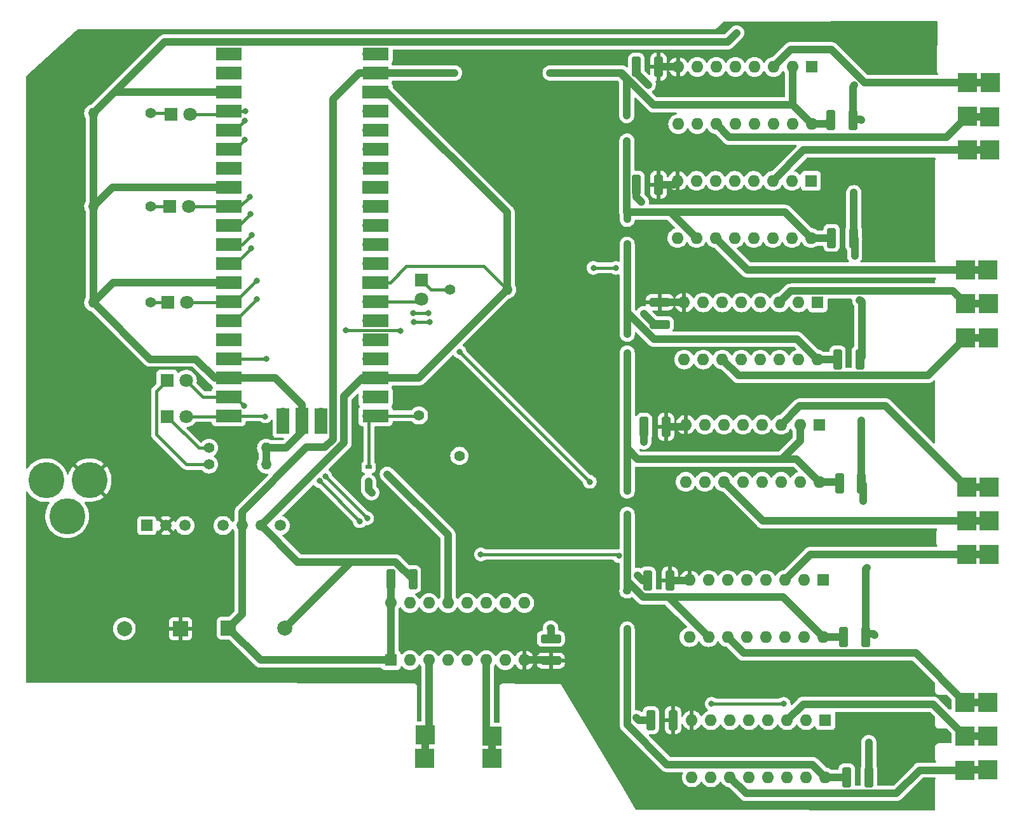
<source format=gbr>
%TF.GenerationSoftware,KiCad,Pcbnew,(6.0.7)*%
%TF.CreationDate,2023-01-12T12:11:46-08:00*%
%TF.ProjectId,RevisedControlBoard,52657669-7365-4644-936f-6e74726f6c42,rev?*%
%TF.SameCoordinates,Original*%
%TF.FileFunction,Copper,L1,Top*%
%TF.FilePolarity,Positive*%
%FSLAX46Y46*%
G04 Gerber Fmt 4.6, Leading zero omitted, Abs format (unit mm)*
G04 Created by KiCad (PCBNEW (6.0.7)) date 2023-01-12 12:11:46*
%MOMM*%
%LPD*%
G01*
G04 APERTURE LIST*
G04 Aperture macros list*
%AMRoundRect*
0 Rectangle with rounded corners*
0 $1 Rounding radius*
0 $2 $3 $4 $5 $6 $7 $8 $9 X,Y pos of 4 corners*
0 Add a 4 corners polygon primitive as box body*
4,1,4,$2,$3,$4,$5,$6,$7,$8,$9,$2,$3,0*
0 Add four circle primitives for the rounded corners*
1,1,$1+$1,$2,$3*
1,1,$1+$1,$4,$5*
1,1,$1+$1,$6,$7*
1,1,$1+$1,$8,$9*
0 Add four rect primitives between the rounded corners*
20,1,$1+$1,$2,$3,$4,$5,0*
20,1,$1+$1,$4,$5,$6,$7,0*
20,1,$1+$1,$6,$7,$8,$9,0*
20,1,$1+$1,$8,$9,$2,$3,0*%
%AMHorizOval*
0 Thick line with rounded ends*
0 $1 width*
0 $2 $3 position (X,Y) of the first rounded end (center of the circle)*
0 $4 $5 position (X,Y) of the second rounded end (center of the circle)*
0 Add line between two ends*
20,1,$1,$2,$3,$4,$5,0*
0 Add two circle primitives to create the rounded ends*
1,1,$1,$2,$3*
1,1,$1,$4,$5*%
G04 Aperture macros list end*
%TA.AperFunction,ComponentPad*%
%ADD10C,1.400000*%
%TD*%
%TA.AperFunction,ComponentPad*%
%ADD11HorizOval,1.400000X0.000000X0.000000X0.000000X0.000000X0*%
%TD*%
%TA.AperFunction,SMDPad,CuDef*%
%ADD12R,3.500000X1.700000*%
%TD*%
%TA.AperFunction,ComponentPad*%
%ADD13O,1.700000X1.700000*%
%TD*%
%TA.AperFunction,ComponentPad*%
%ADD14R,1.700000X1.700000*%
%TD*%
%TA.AperFunction,SMDPad,CuDef*%
%ADD15R,1.700000X3.500000*%
%TD*%
%TA.AperFunction,ComponentPad*%
%ADD16R,1.600000X1.600000*%
%TD*%
%TA.AperFunction,ComponentPad*%
%ADD17O,1.600000X1.600000*%
%TD*%
%TA.AperFunction,ComponentPad*%
%ADD18O,1.400000X1.400000*%
%TD*%
%TA.AperFunction,SMDPad,CuDef*%
%ADD19R,2.500000X2.500000*%
%TD*%
%TA.AperFunction,SMDPad,CuDef*%
%ADD20RoundRect,0.250000X-0.325000X-1.100000X0.325000X-1.100000X0.325000X1.100000X-0.325000X1.100000X0*%
%TD*%
%TA.AperFunction,ComponentPad*%
%ADD21R,1.800000X1.800000*%
%TD*%
%TA.AperFunction,ComponentPad*%
%ADD22C,1.800000*%
%TD*%
%TA.AperFunction,SMDPad,CuDef*%
%ADD23RoundRect,0.250000X0.325000X1.100000X-0.325000X1.100000X-0.325000X-1.100000X0.325000X-1.100000X0*%
%TD*%
%TA.AperFunction,ComponentPad*%
%ADD24R,1.508000X1.508000*%
%TD*%
%TA.AperFunction,ComponentPad*%
%ADD25C,1.508000*%
%TD*%
%TA.AperFunction,ComponentPad*%
%ADD26C,4.800000*%
%TD*%
%TA.AperFunction,SMDPad,CuDef*%
%ADD27R,0.850000X0.600000*%
%TD*%
%TA.AperFunction,ComponentPad*%
%ADD28R,2.000000X2.000000*%
%TD*%
%TA.AperFunction,ComponentPad*%
%ADD29C,2.000000*%
%TD*%
%TA.AperFunction,SMDPad,CuDef*%
%ADD30RoundRect,0.250000X1.100000X-0.325000X1.100000X0.325000X-1.100000X0.325000X-1.100000X-0.325000X0*%
%TD*%
%TA.AperFunction,SMDPad,CuDef*%
%ADD31RoundRect,0.250000X-1.100000X0.325000X-1.100000X-0.325000X1.100000X-0.325000X1.100000X0.325000X0*%
%TD*%
%TA.AperFunction,ViaPad*%
%ADD32C,0.800000*%
%TD*%
%TA.AperFunction,Conductor*%
%ADD33C,0.400000*%
%TD*%
%TA.AperFunction,Conductor*%
%ADD34C,1.000000*%
%TD*%
G04 APERTURE END LIST*
D10*
%TO.P,10k1,1*%
%TO.N,PWM*%
X136300000Y-90700000D03*
D11*
%TO.P,10k1,2*%
%TO.N,GND1*%
X141688154Y-96088154D03*
%TD*%
D12*
%TO.P,U2,1,GPIO0*%
%TO.N,unconnected-(U2-Pad1)*%
X110940000Y-42500000D03*
D13*
X111840000Y-42500000D03*
D12*
%TO.P,U2,2,GPIO1*%
%TO.N,unconnected-(U2-Pad2)*%
X110940000Y-45040000D03*
D13*
X111840000Y-45040000D03*
D12*
%TO.P,U2,3,GND*%
%TO.N,GND*%
X110940000Y-47580000D03*
D14*
X111840000Y-47580000D03*
D12*
%TO.P,U2,4,GPIO2*%
%TO.N,G1A*%
X110940000Y-50120000D03*
D13*
X111840000Y-50120000D03*
%TO.P,U2,5,GPIO3*%
%TO.N,G1B*%
X111840000Y-52660000D03*
D12*
X110940000Y-52660000D03*
D13*
%TO.P,U2,6,GPIO4*%
%TO.N,G1C*%
X111840000Y-55200000D03*
D12*
X110940000Y-55200000D03*
D13*
%TO.P,U2,7,GPIO5*%
%TO.N,G1D*%
X111840000Y-57740000D03*
D12*
X110940000Y-57740000D03*
%TO.P,U2,8,GND*%
%TO.N,GND*%
X110940000Y-60280000D03*
D14*
X111840000Y-60280000D03*
D12*
%TO.P,U2,9,GPIO6*%
%TO.N,G2A*%
X110940000Y-62820000D03*
D13*
X111840000Y-62820000D03*
D12*
%TO.P,U2,10,GPIO7*%
%TO.N,G2B*%
X110940000Y-65360000D03*
D13*
X111840000Y-65360000D03*
%TO.P,U2,11,GPIO8*%
%TO.N,G2C*%
X111840000Y-67900000D03*
D12*
X110940000Y-67900000D03*
D13*
%TO.P,U2,12,GPIO9*%
%TO.N,G2D*%
X111840000Y-70440000D03*
D12*
X110940000Y-70440000D03*
%TO.P,U2,13,GND*%
%TO.N,GND*%
X110940000Y-72980000D03*
D14*
X111840000Y-72980000D03*
D12*
%TO.P,U2,14,GPIO10*%
%TO.N,G3A*%
X110940000Y-75520000D03*
D13*
X111840000Y-75520000D03*
%TO.P,U2,15,GPIO11*%
%TO.N,G3B*%
X111840000Y-78060000D03*
D12*
X110940000Y-78060000D03*
%TO.P,U2,16,GPIO12*%
%TO.N,G3C*%
X110940000Y-80600000D03*
D13*
X111840000Y-80600000D03*
%TO.P,U2,17,GPIO13*%
%TO.N,G3D*%
X111840000Y-83140000D03*
D12*
X110940000Y-83140000D03*
%TO.P,U2,18,GND*%
%TO.N,GND*%
X110940000Y-85680000D03*
D14*
X111840000Y-85680000D03*
D13*
%TO.P,U2,19,GPIO14*%
%TO.N,Rail1*%
X111840000Y-88220000D03*
D12*
X110940000Y-88220000D03*
%TO.P,U2,20,GPIO15*%
%TO.N,Rail2*%
X110940000Y-90760000D03*
D13*
X111840000Y-90760000D03*
%TO.P,U2,21,GPIO16*%
%TO.N,PWM*%
X129620000Y-90760000D03*
D12*
X130520000Y-90760000D03*
%TO.P,U2,22,GPIO17*%
%TO.N,unconnected-(U2-Pad22)*%
X130520000Y-88220000D03*
D13*
X129620000Y-88220000D03*
D12*
%TO.P,U2,23,GND*%
%TO.N,GND*%
X130520000Y-85680000D03*
D14*
X129620000Y-85680000D03*
D13*
%TO.P,U2,24,GPIO18*%
%TO.N,G4D*%
X129620000Y-83140000D03*
D12*
X130520000Y-83140000D03*
D13*
%TO.P,U2,25,GPIO19*%
%TO.N,G4C*%
X129620000Y-80600000D03*
D12*
X130520000Y-80600000D03*
%TO.P,U2,26,GPIO20*%
%TO.N,G4B*%
X130520000Y-78060000D03*
D13*
X129620000Y-78060000D03*
%TO.P,U2,27,GPIO21*%
%TO.N,G4A*%
X129620000Y-75520000D03*
D12*
X130520000Y-75520000D03*
D14*
%TO.P,U2,28,GND*%
%TO.N,GND*%
X129620000Y-72980000D03*
D12*
X130520000Y-72980000D03*
%TO.P,U2,29,GPIO22*%
%TO.N,unconnected-(U2-Pad29)*%
X130520000Y-70440000D03*
D13*
X129620000Y-70440000D03*
%TO.P,U2,30,RUN*%
%TO.N,unconnected-(U2-Pad30)*%
X129620000Y-67900000D03*
D12*
X130520000Y-67900000D03*
D13*
%TO.P,U2,31,GPIO26_ADC0*%
%TO.N,unconnected-(U2-Pad31)*%
X129620000Y-65360000D03*
D12*
X130520000Y-65360000D03*
%TO.P,U2,32,GPIO27_ADC1*%
%TO.N,unconnected-(U2-Pad32)*%
X130520000Y-62820000D03*
D13*
X129620000Y-62820000D03*
D14*
%TO.P,U2,33,AGND*%
%TO.N,unconnected-(U2-Pad33)*%
X129620000Y-60280000D03*
D12*
X130520000Y-60280000D03*
D13*
%TO.P,U2,34,GPIO28_ADC2*%
%TO.N,unconnected-(U2-Pad34)*%
X129620000Y-57740000D03*
D12*
X130520000Y-57740000D03*
D13*
%TO.P,U2,35,ADC_VREF*%
%TO.N,unconnected-(U2-Pad35)*%
X129620000Y-55200000D03*
D12*
X130520000Y-55200000D03*
%TO.P,U2,36,3V3*%
%TO.N,unconnected-(U2-Pad36)*%
X130520000Y-52660000D03*
D13*
X129620000Y-52660000D03*
D12*
%TO.P,U2,37,3V3_EN*%
%TO.N,unconnected-(U2-Pad37)*%
X130520000Y-50120000D03*
D13*
X129620000Y-50120000D03*
D12*
%TO.P,U2,38,GND*%
%TO.N,GND*%
X130520000Y-47580000D03*
D14*
X129620000Y-47580000D03*
D12*
%TO.P,U2,39,VSYS*%
%TO.N,+5V*%
X130520000Y-45040000D03*
D13*
X129620000Y-45040000D03*
%TO.P,U2,40,VBUS*%
%TO.N,unconnected-(U2-Pad40)*%
X129620000Y-42500000D03*
D12*
X130520000Y-42500000D03*
D15*
%TO.P,U2,41,SWCLK*%
%TO.N,unconnected-(U2-Pad41)*%
X118190000Y-91430000D03*
D13*
X118190000Y-90530000D03*
D14*
%TO.P,U2,42,GND*%
%TO.N,GND*%
X120730000Y-90530000D03*
D15*
X120730000Y-91430000D03*
%TO.P,U2,43,SWDIO*%
%TO.N,unconnected-(U2-Pad43)*%
X123270000Y-91430000D03*
D13*
X123270000Y-90530000D03*
%TD*%
D16*
%TO.P,U5,1,EN1\u002C2*%
%TO.N,G1D*%
X188505000Y-59430000D03*
D17*
%TO.P,U5,2,1A*%
%TO.N,GND1*%
X185965000Y-59430000D03*
%TO.P,U5,3,1Y*%
%TO.N,Net-(G1L1-Pad1)*%
X183425000Y-59430000D03*
%TO.P,U5,4,GND*%
%TO.N,GND1*%
X180885000Y-59430000D03*
%TO.P,U5,5,GND*%
X178345000Y-59430000D03*
%TO.P,U5,6,2Y*%
%TO.N,unconnected-(U5-Pad6)*%
X175805000Y-59430000D03*
%TO.P,U5,7,2A*%
%TO.N,unconnected-(U5-Pad7)*%
X173265000Y-59430000D03*
%TO.P,U5,8,VCC2*%
%TO.N,18V*%
X170725000Y-59430000D03*
%TO.P,U5,9,EN3\u002C4*%
%TO.N,G2A*%
X170725000Y-67050000D03*
%TO.P,U5,10,3A*%
%TO.N,+5V*%
X173265000Y-67050000D03*
%TO.P,U5,11,3Y*%
%TO.N,Net-(G2R1-Pad1)*%
X175805000Y-67050000D03*
%TO.P,U5,12,GND*%
%TO.N,GND1*%
X178345000Y-67050000D03*
%TO.P,U5,13,GND*%
X180885000Y-67050000D03*
%TO.P,U5,14,4Y*%
%TO.N,unconnected-(U5-Pad14)*%
X183425000Y-67050000D03*
%TO.P,U5,15,4A*%
%TO.N,unconnected-(U5-Pad15)*%
X185965000Y-67050000D03*
%TO.P,U5,16,VCC1*%
%TO.N,+5V*%
X188505000Y-67050000D03*
%TD*%
D10*
%TO.P,R2,1*%
%TO.N,Net-(D2-Pad1)*%
X108320000Y-95030000D03*
D18*
%TO.P,R2,2*%
%TO.N,GND*%
X115940000Y-95030000D03*
%TD*%
D19*
%TO.P,RailB1,1,1*%
%TO.N,Net-(RailB1-Pad1)*%
X146030000Y-133430000D03*
%TD*%
D20*
%TO.P,C2,2*%
%TO.N,GND*%
X195804999Y-120230000D03*
%TO.P,C2,1*%
%TO.N,+5V*%
X192854999Y-120230000D03*
%TD*%
D21*
%TO.P,D5,1,K*%
%TO.N,Net-(D5-Pad1)*%
X102855000Y-75630000D03*
D22*
%TO.P,D5,2,A*%
%TO.N,G3A*%
X105395000Y-75630000D03*
%TD*%
D21*
%TO.P,D1,1,K*%
%TO.N,Net-(D1-Pad1)*%
X102755000Y-86030000D03*
D22*
%TO.P,D1,2,A*%
%TO.N,Rail1*%
X105295000Y-86030000D03*
%TD*%
D19*
%TO.P,G4L1,1,1*%
%TO.N,Net-(G4L1-Pad1)*%
X212030000Y-137930000D03*
%TD*%
%TO.P,G2L2,1,1*%
%TO.N,Net-(G2L1-Pad1)*%
X209130000Y-80330000D03*
%TD*%
D10*
%TO.P,R5,1*%
%TO.N,Net-(D5-Pad1)*%
X100540000Y-75630000D03*
D18*
%TO.P,R5,2*%
%TO.N,GND*%
X92920000Y-75630000D03*
%TD*%
D19*
%TO.P,G1L1,1,1*%
%TO.N,Net-(G1L1-Pad1)*%
X212330000Y-55330000D03*
%TD*%
D10*
%TO.P,R6,1*%
%TO.N,Net-(D6-Pad1)*%
X140420000Y-73930000D03*
D18*
%TO.P,R6,2*%
%TO.N,GND*%
X148040000Y-73930000D03*
%TD*%
D16*
%TO.P,U6,1,EN1\u002C2*%
%TO.N,G4C*%
X190430000Y-131330000D03*
D17*
%TO.P,U6,2,1A*%
%TO.N,G4B*%
X187890000Y-131330000D03*
%TO.P,U6,3,1Y*%
%TO.N,Net-(G4M1-Pad1)*%
X185350000Y-131330000D03*
%TO.P,U6,4,GND*%
%TO.N,GND1*%
X182810000Y-131330000D03*
%TO.P,U6,5,GND*%
X180270000Y-131330000D03*
%TO.P,U6,6,2Y*%
%TO.N,unconnected-(U6-Pad6)*%
X177730000Y-131330000D03*
%TO.P,U6,7,2A*%
%TO.N,unconnected-(U6-Pad7)*%
X175190000Y-131330000D03*
%TO.P,U6,8,VCC2*%
%TO.N,18V*%
X172650000Y-131330000D03*
%TO.P,U6,9,EN3\u002C4*%
%TO.N,G4D*%
X172650000Y-138950000D03*
%TO.P,U6,10,3A*%
%TO.N,GND1*%
X175190000Y-138950000D03*
%TO.P,U6,11,3Y*%
%TO.N,Net-(G4L1-Pad1)*%
X177730000Y-138950000D03*
%TO.P,U6,12,GND*%
%TO.N,GND1*%
X180270000Y-138950000D03*
%TO.P,U6,13,GND*%
X182810000Y-138950000D03*
%TO.P,U6,14,4Y*%
%TO.N,unconnected-(U6-Pad14)*%
X185350000Y-138950000D03*
%TO.P,U6,15,4A*%
%TO.N,unconnected-(U6-Pad15)*%
X187890000Y-138950000D03*
%TO.P,U6,16,VCC1*%
%TO.N,+5V*%
X190430000Y-138950000D03*
%TD*%
D23*
%TO.P,C10,1*%
%TO.N,18V*%
X169704999Y-112730000D03*
%TO.P,C10,2*%
%TO.N,GND1*%
X166754999Y-112730000D03*
%TD*%
D19*
%TO.P,G1M2,1,1*%
%TO.N,Net-(G1M1-Pad1)*%
X209330000Y-50830000D03*
%TD*%
D18*
%TO.P,R4,2*%
%TO.N,GND*%
X92920000Y-62830000D03*
D10*
%TO.P,R4,1*%
%TO.N,Net-(D4-Pad1)*%
X100540000Y-62830000D03*
%TD*%
D21*
%TO.P,D2,1,K*%
%TO.N,Net-(D2-Pad1)*%
X102755000Y-90830000D03*
D22*
%TO.P,D2,2,A*%
%TO.N,Rail2*%
X105295000Y-90830000D03*
%TD*%
D19*
%TO.P,G4R2,1,1*%
%TO.N,Net-(G4R1-Pad1)*%
X209030000Y-128930000D03*
%TD*%
D24*
%TO.P,PS1,1,GND*%
%TO.N,GND1*%
X100040000Y-105380000D03*
D25*
%TO.P,PS1,2,VIN*%
%TO.N,18V*%
X102580000Y-105380000D03*
%TO.P,PS1,3,NC*%
%TO.N,unconnected-(PS1-Pad3)*%
X105120000Y-105380000D03*
%TO.P,PS1,5,NC*%
%TO.N,unconnected-(PS1-Pad5)*%
X110200000Y-105380000D03*
%TO.P,PS1,6,+VO*%
%TO.N,+5V*%
X112740000Y-105380000D03*
%TO.P,PS1,7,0V*%
%TO.N,GND*%
X115280000Y-105380000D03*
%TO.P,PS1,8,NC*%
%TO.N,unconnected-(PS1-Pad8)*%
X117820000Y-105380000D03*
%TD*%
D21*
%TO.P,D3,1,K*%
%TO.N,Net-(D3-Pad1)*%
X103255000Y-50530000D03*
D22*
%TO.P,D3,2,A*%
%TO.N,G1A*%
X105795000Y-50530000D03*
%TD*%
D20*
%TO.P,C12,1*%
%TO.N,+5V*%
X193280000Y-138930000D03*
%TO.P,C12,2*%
%TO.N,GND*%
X196230000Y-138930000D03*
%TD*%
D16*
%TO.P,U4,1,EN1\u002C2*%
%TO.N,G1A*%
X188605000Y-44230000D03*
D17*
%TO.P,U4,2,1A*%
%TO.N,+5V*%
X186065000Y-44230000D03*
%TO.P,U4,3,1Y*%
%TO.N,Net-(G1R1-Pad1)*%
X183525000Y-44230000D03*
%TO.P,U4,4,GND*%
%TO.N,GND1*%
X180985000Y-44230000D03*
%TO.P,U4,5,GND*%
X178445000Y-44230000D03*
%TO.P,U4,6,2Y*%
%TO.N,unconnected-(U4-Pad6)*%
X175905000Y-44230000D03*
%TO.P,U4,7,2A*%
%TO.N,unconnected-(U4-Pad7)*%
X173365000Y-44230000D03*
%TO.P,U4,8,VCC2*%
%TO.N,18V*%
X170825000Y-44230000D03*
%TO.P,U4,9,EN3\u002C4*%
%TO.N,G1C*%
X170825000Y-51850000D03*
%TO.P,U4,10,3A*%
%TO.N,G1B*%
X173365000Y-51850000D03*
%TO.P,U4,11,3Y*%
%TO.N,Net-(G1M1-Pad1)*%
X175905000Y-51850000D03*
%TO.P,U4,12,GND*%
%TO.N,GND1*%
X178445000Y-51850000D03*
%TO.P,U4,13,GND*%
X180985000Y-51850000D03*
%TO.P,U4,14,4Y*%
%TO.N,unconnected-(U4-Pad14)*%
X183525000Y-51850000D03*
%TO.P,U4,15,4A*%
%TO.N,unconnected-(U4-Pad15)*%
X186065000Y-51850000D03*
%TO.P,U4,16,VCC1*%
%TO.N,+5V*%
X188605000Y-51850000D03*
%TD*%
D16*
%TO.P,U7,1,EN1\u002C2*%
%TO.N,G3A*%
X189605000Y-91930000D03*
D17*
%TO.P,U7,2,1A*%
%TO.N,+5V*%
X187065000Y-91930000D03*
%TO.P,U7,3,1Y*%
%TO.N,Net-(G3R1-Pad1)*%
X184525000Y-91930000D03*
%TO.P,U7,4,GND*%
%TO.N,GND1*%
X181985000Y-91930000D03*
%TO.P,U7,5,GND*%
X179445000Y-91930000D03*
%TO.P,U7,6,2Y*%
%TO.N,unconnected-(U7-Pad6)*%
X176905000Y-91930000D03*
%TO.P,U7,7,2A*%
%TO.N,unconnected-(U7-Pad7)*%
X174365000Y-91930000D03*
%TO.P,U7,8,VCC2*%
%TO.N,18V*%
X171825000Y-91930000D03*
%TO.P,U7,9,EN3\u002C4*%
%TO.N,G3C*%
X171825000Y-99550000D03*
%TO.P,U7,10,3A*%
%TO.N,G3B*%
X174365000Y-99550000D03*
%TO.P,U7,11,3Y*%
%TO.N,Net-(G3M1-Pad1)*%
X176905000Y-99550000D03*
%TO.P,U7,12,GND*%
%TO.N,GND1*%
X179445000Y-99550000D03*
%TO.P,U7,13,GND*%
X181985000Y-99550000D03*
%TO.P,U7,14,4Y*%
%TO.N,unconnected-(U7-Pad14)*%
X184525000Y-99550000D03*
%TO.P,U7,15,4A*%
%TO.N,unconnected-(U7-Pad15)*%
X187065000Y-99550000D03*
%TO.P,U7,16,VCC1*%
%TO.N,+5V*%
X189605000Y-99550000D03*
%TD*%
D19*
%TO.P,RailB2,1,1*%
%TO.N,Net-(RailB1-Pad1)*%
X146030000Y-136430000D03*
%TD*%
D23*
%TO.P,C13,2*%
%TO.N,GND1*%
X165255000Y-59930000D03*
%TO.P,C13,1*%
%TO.N,18V*%
X168205000Y-59930000D03*
%TD*%
D19*
%TO.P,G4R1,1,1*%
%TO.N,Net-(G4R1-Pad1)*%
X212030000Y-128930000D03*
%TD*%
%TO.P,RailA2,1,1*%
%TO.N,Net-(RailA1-Pad1)*%
X137080000Y-136380000D03*
%TD*%
D26*
%TO.P,J1,1,POWER*%
%TO.N,18V*%
X92430000Y-99330000D03*
%TO.P,J1,2,GND_1*%
%TO.N,GND1*%
X86630000Y-99330000D03*
%TO.P,J1,3,GND_2*%
%TO.N,unconnected-(J1-Pad3)*%
X89430000Y-104130000D03*
%TD*%
D19*
%TO.P,G2M2,1,1*%
%TO.N,Net-(G2M1-Pad1)*%
X209130000Y-75830000D03*
%TD*%
D21*
%TO.P,D4,1,K*%
%TO.N,Net-(D4-Pad1)*%
X103130000Y-62830000D03*
D22*
%TO.P,D4,2,A*%
%TO.N,G2A*%
X105670000Y-62830000D03*
%TD*%
D19*
%TO.P,G3L2,1,1*%
%TO.N,Net-(G3L1-Pad1)*%
X209230000Y-109230000D03*
%TD*%
D27*
%TO.P,IC1,1,G*%
%TO.N,PWM*%
X129580000Y-97580000D03*
%TO.P,IC1,2,S*%
%TO.N,GND1*%
X129580000Y-99480000D03*
%TO.P,IC1,3,D*%
%TO.N,RAIL*%
X132080000Y-98530000D03*
%TD*%
D19*
%TO.P,G3M2,1,1*%
%TO.N,Net-(G3M1-Pad1)*%
X209230000Y-104730000D03*
%TD*%
%TO.P,G1L2,1,1*%
%TO.N,Net-(G1L1-Pad1)*%
X209330000Y-55330000D03*
%TD*%
D20*
%TO.P,C5,1*%
%TO.N,+5V*%
X192055000Y-83230000D03*
%TO.P,C5,2*%
%TO.N,GND*%
X195005000Y-83230000D03*
%TD*%
D19*
%TO.P,G4M2,1,1*%
%TO.N,Net-(G4M1-Pad1)*%
X209030000Y-133430000D03*
%TD*%
D16*
%TO.P,U3,1,EN1\u002C2*%
%TO.N,G2C*%
X189405000Y-75630000D03*
D17*
%TO.P,U3,2,1A*%
%TO.N,G2B*%
X186865000Y-75630000D03*
%TO.P,U3,3,1Y*%
%TO.N,Net-(G2M1-Pad1)*%
X184325000Y-75630000D03*
%TO.P,U3,4,GND*%
%TO.N,GND1*%
X181785000Y-75630000D03*
%TO.P,U3,5,GND*%
X179245000Y-75630000D03*
%TO.P,U3,6,2Y*%
%TO.N,unconnected-(U3-Pad6)*%
X176705000Y-75630000D03*
%TO.P,U3,7,2A*%
%TO.N,unconnected-(U3-Pad7)*%
X174165000Y-75630000D03*
%TO.P,U3,8,VCC2*%
%TO.N,18V*%
X171625000Y-75630000D03*
%TO.P,U3,9,EN3\u002C4*%
%TO.N,G2D*%
X171625000Y-83250000D03*
%TO.P,U3,10,3A*%
%TO.N,GND1*%
X174165000Y-83250000D03*
%TO.P,U3,11,3Y*%
%TO.N,Net-(G2L1-Pad1)*%
X176705000Y-83250000D03*
%TO.P,U3,12,GND*%
%TO.N,GND1*%
X179245000Y-83250000D03*
%TO.P,U3,13,GND*%
X181785000Y-83250000D03*
%TO.P,U3,14,4Y*%
%TO.N,unconnected-(U3-Pad14)*%
X184325000Y-83250000D03*
%TO.P,U3,15,4A*%
%TO.N,unconnected-(U3-Pad15)*%
X186865000Y-83250000D03*
%TO.P,U3,16,VCC1*%
%TO.N,+5V*%
X189405000Y-83250000D03*
%TD*%
D23*
%TO.P,C9,1*%
%TO.N,18V*%
X168204999Y-44230000D03*
%TO.P,C9,2*%
%TO.N,GND1*%
X165254999Y-44230000D03*
%TD*%
D19*
%TO.P,G3M1,1,1*%
%TO.N,Net-(G3M1-Pad1)*%
X212230000Y-104730000D03*
%TD*%
%TO.P,G1R2,1,1*%
%TO.N,Net-(G1R1-Pad1)*%
X212380000Y-46330000D03*
%TD*%
D23*
%TO.P,C14,1*%
%TO.N,18V*%
X169205000Y-92230000D03*
%TO.P,C14,2*%
%TO.N,GND1*%
X166255000Y-92230000D03*
%TD*%
D10*
%TO.P,R1,1*%
%TO.N,Net-(D1-Pad1)*%
X108320000Y-97230000D03*
D18*
%TO.P,R1,2*%
%TO.N,GND*%
X115940000Y-97230000D03*
%TD*%
D23*
%TO.P,C8,1*%
%TO.N,18V*%
X170130000Y-131330000D03*
%TO.P,C8,2*%
%TO.N,GND1*%
X167180000Y-131330000D03*
%TD*%
D19*
%TO.P,G3R1,1,1*%
%TO.N,Net-(G3R1-Pad1)*%
X212230000Y-100230000D03*
%TD*%
%TO.P,G3L1,1,1*%
%TO.N,Net-(G3L1-Pad1)*%
X212230000Y-109230000D03*
%TD*%
D16*
%TO.P,U8,1,EN1\u002C2*%
%TO.N,G3D*%
X190105000Y-112630000D03*
D17*
%TO.P,U8,2,1A*%
%TO.N,GND1*%
X187565000Y-112630000D03*
%TO.P,U8,3,1Y*%
%TO.N,Net-(G3L1-Pad1)*%
X185025000Y-112630000D03*
%TO.P,U8,4,GND*%
%TO.N,GND1*%
X182485000Y-112630000D03*
%TO.P,U8,5,GND*%
X179945000Y-112630000D03*
%TO.P,U8,6,2Y*%
%TO.N,unconnected-(U8-Pad6)*%
X177405000Y-112630000D03*
%TO.P,U8,7,2A*%
%TO.N,unconnected-(U8-Pad7)*%
X174865000Y-112630000D03*
%TO.P,U8,8,VCC2*%
%TO.N,18V*%
X172325000Y-112630000D03*
%TO.P,U8,9,EN3\u002C4*%
%TO.N,G4A*%
X172325000Y-120250000D03*
%TO.P,U8,10,3A*%
%TO.N,+5V*%
X174865000Y-120250000D03*
%TO.P,U8,11,3Y*%
%TO.N,Net-(G4R1-Pad1)*%
X177405000Y-120250000D03*
%TO.P,U8,12,GND*%
%TO.N,GND1*%
X179945000Y-120250000D03*
%TO.P,U8,13,GND*%
X182485000Y-120250000D03*
%TO.P,U8,14,4Y*%
%TO.N,unconnected-(U8-Pad14)*%
X185025000Y-120250000D03*
%TO.P,U8,15,4A*%
%TO.N,unconnected-(U8-Pad15)*%
X187565000Y-120250000D03*
%TO.P,U8,16,VCC1*%
%TO.N,+5V*%
X190105000Y-120250000D03*
%TD*%
D19*
%TO.P,RailA1,1,1*%
%TO.N,Net-(RailA1-Pad1)*%
X137130000Y-133280000D03*
%TD*%
D21*
%TO.P,D6,1,K*%
%TO.N,Net-(D6-Pad1)*%
X136620000Y-72645000D03*
D22*
%TO.P,D6,2,A*%
%TO.N,G4A*%
X136620000Y-75185000D03*
%TD*%
D19*
%TO.P,G1R1,1,1*%
%TO.N,Net-(G1R1-Pad1)*%
X209330000Y-46330000D03*
%TD*%
%TO.P,G2M1,1,1*%
%TO.N,Net-(G2M1-Pad1)*%
X212130000Y-75830000D03*
%TD*%
D20*
%TO.P,C6,1*%
%TO.N,+5V*%
X192305000Y-99730000D03*
%TO.P,C6,2*%
%TO.N,GND*%
X195255000Y-99730000D03*
%TD*%
D28*
%TO.P,C4,1*%
%TO.N,+5V*%
X110912323Y-119030000D03*
D29*
%TO.P,C4,2*%
%TO.N,GND*%
X118412323Y-119030000D03*
%TD*%
D30*
%TO.P,C15,1*%
%TO.N,18V*%
X153860000Y-123405000D03*
%TO.P,C15,2*%
%TO.N,GND1*%
X153860000Y-120455000D03*
%TD*%
D19*
%TO.P,G4M1,1,1*%
%TO.N,Net-(G4M1-Pad1)*%
X212030000Y-133430000D03*
%TD*%
%TO.P,G2R1,1,1*%
%TO.N,Net-(G2R1-Pad1)*%
X212080000Y-71280000D03*
%TD*%
D20*
%TO.P,C11,1*%
%TO.N,+5V*%
X191255000Y-67030000D03*
%TO.P,C11,2*%
%TO.N,GND*%
X194205000Y-67030000D03*
%TD*%
D10*
%TO.P,R3,1*%
%TO.N,Net-(D3-Pad1)*%
X100540000Y-50430000D03*
D18*
%TO.P,R3,2*%
%TO.N,GND*%
X92920000Y-50430000D03*
%TD*%
D28*
%TO.P,C1,1*%
%TO.N,18V*%
X104547677Y-119130000D03*
D29*
%TO.P,C1,2*%
%TO.N,GND1*%
X97047677Y-119130000D03*
%TD*%
D20*
%TO.P,C7,1*%
%TO.N,+5V*%
X191155000Y-51330000D03*
%TO.P,C7,2*%
%TO.N,GND*%
X194105000Y-51330000D03*
%TD*%
D19*
%TO.P,G3R2,1,1*%
%TO.N,Net-(G3R1-Pad1)*%
X209230000Y-100230000D03*
%TD*%
%TO.P,G4L2,1,1*%
%TO.N,Net-(G4L1-Pad1)*%
X209030000Y-137980000D03*
%TD*%
%TO.P,G1M1,1,1*%
%TO.N,Net-(G1M1-Pad1)*%
X212330000Y-50880000D03*
%TD*%
%TO.P,G2R2,1,1*%
%TO.N,Net-(G2R1-Pad1)*%
X209080000Y-71280000D03*
%TD*%
%TO.P,G2L1,1,1*%
%TO.N,Net-(G2L1-Pad1)*%
X212130000Y-80330000D03*
%TD*%
D31*
%TO.P,C3,1*%
%TO.N,18V*%
X168380000Y-75605001D03*
%TO.P,C3,2*%
%TO.N,GND1*%
X168380000Y-78555001D03*
%TD*%
D16*
%TO.P,U1,1,EN1\u002C2*%
%TO.N,+5V*%
X132555000Y-123330000D03*
D17*
%TO.P,U1,2,1A*%
%TO.N,Rail1*%
X135095000Y-123330000D03*
%TO.P,U1,3,1Y*%
%TO.N,Net-(RailA1-Pad1)*%
X137635000Y-123330000D03*
%TO.P,U1,4,GND*%
%TO.N,RAIL*%
X140175000Y-123330000D03*
%TO.P,U1,5,GND*%
X142715000Y-123330000D03*
%TO.P,U1,6,2Y*%
%TO.N,Net-(RailB1-Pad1)*%
X145255000Y-123330000D03*
%TO.P,U1,7,2A*%
%TO.N,Rail2*%
X147795000Y-123330000D03*
%TO.P,U1,8,VCC2*%
%TO.N,18V*%
X150335000Y-123330000D03*
%TO.P,U1,9,EN3\u002C4*%
%TO.N,unconnected-(U1-Pad9)*%
X150335000Y-115710000D03*
%TO.P,U1,10,3A*%
%TO.N,unconnected-(U1-Pad10)*%
X147795000Y-115710000D03*
%TO.P,U1,11,3Y*%
%TO.N,unconnected-(U1-Pad11)*%
X145255000Y-115710000D03*
%TO.P,U1,12,GND*%
%TO.N,RAIL*%
X142715000Y-115710000D03*
%TO.P,U1,13,GND*%
X140175000Y-115710000D03*
%TO.P,U1,14,4Y*%
%TO.N,unconnected-(U1-Pad14)*%
X137635000Y-115710000D03*
%TO.P,U1,15,4A*%
%TO.N,unconnected-(U1-Pad15)*%
X135095000Y-115710000D03*
%TO.P,U1,16,VCC1*%
%TO.N,+5V*%
X132555000Y-115710000D03*
%TD*%
D20*
%TO.P,C16,1*%
%TO.N,+5V*%
X132535000Y-112550000D03*
%TO.P,C16,2*%
%TO.N,GND*%
X135485000Y-112550000D03*
%TD*%
D32*
%TO.N,G4B*%
X175270000Y-129130000D03*
X184870000Y-129130000D03*
%TO.N,GND*%
X194301472Y-46698528D03*
X195200000Y-51300000D03*
%TO.N,+5V*%
X153760000Y-45040000D03*
X141060000Y-45040000D03*
X163980000Y-54120000D03*
X163980000Y-50720000D03*
X164030000Y-119170000D03*
X164000000Y-114100000D03*
X164030000Y-103870000D03*
X164030000Y-100770000D03*
X164030000Y-82370000D03*
X164030000Y-79870000D03*
X164030000Y-67870000D03*
X164030000Y-64570000D03*
%TO.N,GND*%
X178600000Y-39700000D03*
%TO.N,Rail2*%
X123805313Y-98795395D03*
X129400000Y-104400000D03*
%TO.N,Rail1*%
X128400000Y-104800000D03*
X123050000Y-99450000D03*
%TO.N,G3C*%
X141700000Y-82200000D03*
X159050000Y-99550000D03*
X159050000Y-99550000D03*
%TO.N,GND*%
X196000000Y-111000000D03*
X195000000Y-75229500D03*
X195330000Y-80670000D03*
%TO.N,GND1*%
X165230000Y-131000000D03*
X130000000Y-101000000D03*
%TO.N,G3C*%
X126530000Y-79330000D03*
X133830000Y-79430000D03*
X135630000Y-78230000D03*
X137730000Y-78230000D03*
%TO.N,G3B*%
X137530000Y-77030000D03*
X135530000Y-77030000D03*
X114730000Y-75230000D03*
%TO.N,G3A*%
X114730000Y-72730000D03*
%TO.N,G2D*%
X113930000Y-68430000D03*
%TO.N,G2C*%
X114030000Y-66630000D03*
%TO.N,G2B*%
X113830000Y-63830000D03*
%TO.N,G2A*%
X113730000Y-61530000D03*
%TO.N,G1A*%
X113130000Y-50130000D03*
%TO.N,G1B*%
X113093269Y-51413595D03*
%TO.N,G1C*%
X113093269Y-53953595D03*
%TO.N,G2C*%
X162530000Y-71030000D03*
X159530000Y-71030000D03*
%TO.N,GND1*%
X166830000Y-46630000D03*
X165930000Y-62230000D03*
X166230000Y-77130000D03*
X166230000Y-94230000D03*
X165430000Y-112030000D03*
X153830000Y-119030000D03*
%TO.N,Rail2*%
X115830000Y-90830000D03*
%TO.N,Rail1*%
X113036522Y-89420792D03*
%TO.N,G3D*%
X162930500Y-109430000D03*
X115930000Y-83130000D03*
X144530000Y-109230000D03*
%TO.N,GND*%
X194230000Y-61000000D03*
X194330000Y-69430000D03*
X195230000Y-91330000D03*
X195430000Y-102130000D03*
X197000000Y-120000000D03*
X196200000Y-134300000D03*
%TD*%
D33*
%TO.N,PWM*%
X136240000Y-90760000D02*
X136300000Y-90700000D01*
X129620000Y-90760000D02*
X136240000Y-90760000D01*
D34*
%TO.N,GND*%
X177400000Y-40900000D02*
X102450000Y-40900000D01*
X102450000Y-40900000D02*
X95770000Y-47580000D01*
X178600000Y-39700000D02*
X177400000Y-40900000D01*
D33*
%TO.N,G4B*%
X175270000Y-129130000D02*
X184870000Y-129130000D01*
D34*
%TO.N,GND*%
X194105000Y-46895000D02*
X194301472Y-46698528D01*
X194105000Y-51330000D02*
X194105000Y-46895000D01*
X194230000Y-51205000D02*
X194105000Y-51330000D01*
X195105000Y-51205000D02*
X194230000Y-51205000D01*
X195200000Y-51300000D02*
X195105000Y-51205000D01*
X196230000Y-138930000D02*
X196230000Y-134330000D01*
X196230000Y-134330000D02*
X196200000Y-134300000D01*
%TO.N,+5V*%
X153760000Y-45040000D02*
X154420000Y-45040000D01*
X163980000Y-54120000D02*
X163980000Y-63580000D01*
X164030000Y-114070000D02*
X164000000Y-114100000D01*
X164030000Y-112773504D02*
X164030000Y-114070000D01*
X166186496Y-114930000D02*
X164030000Y-112773504D01*
X169545000Y-114930000D02*
X166186496Y-114930000D01*
X164030000Y-112130000D02*
X164030000Y-103870000D01*
X164030000Y-112773504D02*
X164030000Y-112130000D01*
X164030000Y-100770000D02*
X164030000Y-95130000D01*
X164030000Y-82370000D02*
X164030000Y-95130000D01*
X164030000Y-67870000D02*
X164030000Y-76973504D01*
%TO.N,GND*%
X95570000Y-72980000D02*
X111840000Y-72980000D01*
X92920000Y-75630000D02*
X95570000Y-72980000D01*
X95470000Y-60280000D02*
X111840000Y-60280000D01*
X92920000Y-62830000D02*
X95470000Y-60280000D01*
X92920000Y-50430000D02*
X92920000Y-62830000D01*
X111820000Y-85700000D02*
X111840000Y-85680000D01*
X109100000Y-85700000D02*
X111820000Y-85700000D01*
X106600000Y-83200000D02*
X109100000Y-85700000D01*
X100490000Y-83200000D02*
X106600000Y-83200000D01*
X92920000Y-75630000D02*
X100490000Y-83200000D01*
X92920000Y-75630000D02*
X92920000Y-62830000D01*
D33*
%TO.N,Rail2*%
X123805313Y-98805313D02*
X123805313Y-98795395D01*
X129400000Y-104400000D02*
X123805313Y-98805313D01*
%TO.N,Rail1*%
X128400000Y-104800000D02*
X123050000Y-99450000D01*
%TO.N,G3C*%
X159050000Y-99550000D02*
X141700000Y-82200000D01*
D34*
%TO.N,GND*%
X195804999Y-111195001D02*
X196000000Y-111000000D01*
X195804999Y-120230000D02*
X195804999Y-111195001D01*
X196230000Y-119804999D02*
X195804999Y-120230000D01*
X196804999Y-119804999D02*
X196230000Y-119804999D01*
X197000000Y-120000000D02*
X196804999Y-119804999D01*
%TO.N,Net-(G1R1-Pad1)*%
X185825000Y-41930000D02*
X183525000Y-44230000D01*
X191230000Y-41930000D02*
X185825000Y-41930000D01*
X195630000Y-46330000D02*
X191230000Y-41930000D01*
X209330000Y-46330000D02*
X195630000Y-46330000D01*
%TO.N,GND*%
X194205000Y-61025000D02*
X194205000Y-67030000D01*
X194230000Y-61000000D02*
X194205000Y-61025000D01*
X195100500Y-75330000D02*
X195000000Y-75330000D01*
X195330000Y-75559500D02*
X195100500Y-75330000D01*
X195330000Y-80670000D02*
X195330000Y-75559500D01*
X195330000Y-80670000D02*
X195330000Y-82905000D01*
X195330000Y-82905000D02*
X195005000Y-83230000D01*
%TO.N,GND1*%
X165560000Y-131330000D02*
X165230000Y-131000000D01*
X167180000Y-131330000D02*
X165560000Y-131330000D01*
X129580000Y-100580000D02*
X130000000Y-101000000D01*
X129580000Y-99480000D02*
X129580000Y-100580000D01*
%TO.N,RAIL*%
X140175000Y-106625000D02*
X132080000Y-98530000D01*
X140175000Y-115710000D02*
X140175000Y-106625000D01*
D33*
%TO.N,PWM*%
X129620000Y-97540000D02*
X129580000Y-97580000D01*
X129620000Y-90760000D02*
X129620000Y-97540000D01*
%TO.N,G3C*%
X126550000Y-79350000D02*
X126530000Y-79330000D01*
X133750000Y-79350000D02*
X126550000Y-79350000D01*
X133830000Y-79430000D02*
X133750000Y-79350000D01*
X137730000Y-78230000D02*
X135630000Y-78230000D01*
%TO.N,G3B*%
X135530000Y-77030000D02*
X137530000Y-77030000D01*
X114670000Y-75230000D02*
X114730000Y-75230000D01*
X111840000Y-78060000D02*
X114670000Y-75230000D01*
%TO.N,G3A*%
X114630000Y-72730000D02*
X114730000Y-72730000D01*
X111840000Y-75520000D02*
X114630000Y-72730000D01*
%TO.N,G2D*%
X111920000Y-70440000D02*
X113930000Y-68430000D01*
X111840000Y-70440000D02*
X111920000Y-70440000D01*
%TO.N,G2C*%
X112760000Y-67900000D02*
X114030000Y-66630000D01*
X111840000Y-67900000D02*
X112760000Y-67900000D01*
%TO.N,G2B*%
X112300000Y-65360000D02*
X113830000Y-63830000D01*
X111840000Y-65360000D02*
X112300000Y-65360000D01*
%TO.N,G2A*%
X112440000Y-62820000D02*
X113730000Y-61530000D01*
X111840000Y-62820000D02*
X112440000Y-62820000D01*
%TO.N,G1A*%
X113120000Y-50120000D02*
X113130000Y-50130000D01*
X111840000Y-50120000D02*
X113120000Y-50120000D01*
%TO.N,G1B*%
X111846864Y-52660000D02*
X113093269Y-51413595D01*
X111840000Y-52660000D02*
X111846864Y-52660000D01*
%TO.N,G1C*%
X111846864Y-55200000D02*
X113093269Y-53953595D01*
X111840000Y-55200000D02*
X111846864Y-55200000D01*
%TO.N,G2C*%
X159530000Y-71030000D02*
X162530000Y-71030000D01*
D34*
%TO.N,GND1*%
X165254999Y-45054999D02*
X166830000Y-46630000D01*
X165254999Y-44230000D02*
X165254999Y-45054999D01*
%TO.N,18V*%
X168204999Y-44230000D02*
X170825000Y-44230000D01*
%TO.N,GND1*%
X165255000Y-61555000D02*
X165930000Y-62230000D01*
X165255000Y-59930000D02*
X165255000Y-61555000D01*
%TO.N,18V*%
X170225000Y-59930000D02*
X170725000Y-59430000D01*
X168205000Y-59930000D02*
X170225000Y-59930000D01*
%TO.N,GND1*%
X167655001Y-78555001D02*
X166230000Y-77130000D01*
X168380000Y-78555001D02*
X167655001Y-78555001D01*
%TO.N,18V*%
X168380000Y-75605001D02*
X171600001Y-75605001D01*
X171600001Y-75605001D02*
X171625000Y-75630000D01*
X172225000Y-112730000D02*
X172325000Y-112630000D01*
X169704999Y-112730000D02*
X172225000Y-112730000D01*
X171525000Y-92230000D02*
X171825000Y-91930000D01*
X169205000Y-92230000D02*
X171525000Y-92230000D01*
%TO.N,GND1*%
X166255000Y-94205000D02*
X166230000Y-94230000D01*
X166255000Y-92230000D02*
X166255000Y-94205000D01*
X166130000Y-112730000D02*
X165430000Y-112030000D01*
X166754999Y-112730000D02*
X166130000Y-112730000D01*
X153860000Y-119060000D02*
X153830000Y-119030000D01*
X153860000Y-120455000D02*
X153860000Y-119060000D01*
D33*
%TO.N,Rail2*%
X111840000Y-90760000D02*
X115760000Y-90760000D01*
X115760000Y-90760000D02*
X115830000Y-90830000D01*
%TO.N,Rail1*%
X113036522Y-89416522D02*
X111840000Y-88220000D01*
X113036522Y-89420792D02*
X113036522Y-89416522D01*
%TO.N,G3D*%
X162730500Y-109230000D02*
X144530000Y-109230000D01*
X162930500Y-109430000D02*
X162730500Y-109230000D01*
X115920000Y-83140000D02*
X115930000Y-83130000D01*
X111840000Y-83140000D02*
X115920000Y-83140000D01*
D34*
%TO.N,GND*%
X195255000Y-91355000D02*
X195255000Y-99730000D01*
X195230000Y-91330000D02*
X195255000Y-91355000D01*
X115280000Y-105380000D02*
X126330000Y-94330000D01*
X126330000Y-94330000D02*
X126330000Y-94130000D01*
X126330000Y-88130000D02*
X126330000Y-94130000D01*
X128780000Y-85680000D02*
X126330000Y-88130000D01*
X129620000Y-85680000D02*
X128780000Y-85680000D01*
%TO.N,+5V*%
X128320000Y-45040000D02*
X129620000Y-45040000D01*
X123770000Y-94930000D02*
X124820000Y-93880000D01*
X124820000Y-93880000D02*
X124820000Y-48540000D01*
X124820000Y-48540000D02*
X128320000Y-45040000D01*
X121330000Y-94930000D02*
X123770000Y-94930000D01*
X112740000Y-105380000D02*
X112740000Y-103520000D01*
X112740000Y-103520000D02*
X121330000Y-94930000D01*
%TO.N,GND*%
X194330000Y-67155000D02*
X194205000Y-67030000D01*
X194330000Y-69430000D02*
X194330000Y-67155000D01*
X195430000Y-99905000D02*
X195255000Y-99730000D01*
X195430000Y-102130000D02*
X195430000Y-99905000D01*
%TO.N,Net-(RailB1-Pad1)*%
X145255000Y-132655000D02*
X146030000Y-133430000D01*
X145255000Y-123330000D02*
X145255000Y-132655000D01*
X146030000Y-136430000D02*
X146030000Y-133430000D01*
%TO.N,Net-(RailA1-Pad1)*%
X137130000Y-136330000D02*
X137080000Y-136380000D01*
X137130000Y-133280000D02*
X137130000Y-136330000D01*
X137635000Y-132775000D02*
X137130000Y-133280000D01*
X137635000Y-123330000D02*
X137635000Y-132775000D01*
%TO.N,GND*%
X120730000Y-89230000D02*
X120730000Y-90530000D01*
X117180000Y-85680000D02*
X120730000Y-89230000D01*
X111840000Y-85680000D02*
X117180000Y-85680000D01*
X136290000Y-85680000D02*
X148040000Y-73930000D01*
X129620000Y-85680000D02*
X136290000Y-85680000D01*
X131980000Y-47580000D02*
X148040000Y-63640000D01*
X148040000Y-63640000D02*
X148040000Y-73930000D01*
X129620000Y-47580000D02*
X131980000Y-47580000D01*
X111840000Y-47580000D02*
X95770000Y-47580000D01*
X95770000Y-47580000D02*
X92920000Y-50430000D01*
D33*
%TO.N,Rail2*%
X111770000Y-90830000D02*
X111840000Y-90760000D01*
X105295000Y-90830000D02*
X111770000Y-90830000D01*
%TO.N,Net-(D1-Pad1)*%
X105330000Y-97230000D02*
X108320000Y-97230000D01*
X101330000Y-93230000D02*
X105330000Y-97230000D01*
X101330000Y-87455000D02*
X101330000Y-93230000D01*
X102755000Y-86030000D02*
X101330000Y-87455000D01*
%TO.N,Net-(D2-Pad1)*%
X106955000Y-95030000D02*
X108320000Y-95030000D01*
X102755000Y-90830000D02*
X106955000Y-95030000D01*
%TO.N,Rail1*%
X107485000Y-88220000D02*
X111840000Y-88220000D01*
X105295000Y-86030000D02*
X107485000Y-88220000D01*
D34*
%TO.N,GND*%
X115940000Y-95030000D02*
X115940000Y-97230000D01*
X120730000Y-92890000D02*
X120730000Y-90530000D01*
X118590000Y-95030000D02*
X120730000Y-92890000D01*
X115940000Y-95030000D02*
X118590000Y-95030000D01*
X120130000Y-110230000D02*
X127212323Y-110230000D01*
X115280000Y-105380000D02*
X120130000Y-110230000D01*
%TO.N,+5V*%
X112740000Y-105380000D02*
X112740000Y-117202323D01*
X112740000Y-117202323D02*
X110912323Y-119030000D01*
%TO.N,GND*%
X133165000Y-110230000D02*
X135485000Y-112550000D01*
X127212323Y-110230000D02*
X133165000Y-110230000D01*
X118412323Y-119030000D02*
X127212323Y-110230000D01*
%TO.N,+5V*%
X115212323Y-123330000D02*
X132555000Y-123330000D01*
X110912323Y-119030000D02*
X115212323Y-123330000D01*
X132555000Y-115710000D02*
X132555000Y-123330000D01*
X132535000Y-115690000D02*
X132555000Y-115710000D01*
X132535000Y-112550000D02*
X132535000Y-115690000D01*
%TO.N,18V*%
X153785000Y-123330000D02*
X153860000Y-123405000D01*
X150335000Y-123330000D02*
X153785000Y-123330000D01*
%TO.N,Net-(G1L1-Pad1)*%
X187525000Y-55330000D02*
X183425000Y-59430000D01*
X209330000Y-55330000D02*
X187525000Y-55330000D01*
X212330000Y-55330000D02*
X209330000Y-55330000D01*
%TO.N,Net-(G2R1-Pad1)*%
X180035000Y-71280000D02*
X175805000Y-67050000D01*
X209080000Y-71280000D02*
X180035000Y-71280000D01*
X212080000Y-71280000D02*
X209080000Y-71280000D01*
%TO.N,Net-(G2M1-Pad1)*%
X185825000Y-74130000D02*
X184325000Y-75630000D01*
X207430000Y-74130000D02*
X185825000Y-74130000D01*
X209130000Y-75830000D02*
X207430000Y-74130000D01*
X212130000Y-75830000D02*
X209130000Y-75830000D01*
%TO.N,Net-(G2L1-Pad1)*%
X178844261Y-85389261D02*
X176705000Y-83250000D01*
X209130000Y-80330000D02*
X204070739Y-85389261D01*
X204070739Y-85389261D02*
X178844261Y-85389261D01*
X212130000Y-80330000D02*
X209130000Y-80330000D01*
%TO.N,Net-(G3R1-Pad1)*%
X187025000Y-89430000D02*
X184525000Y-91930000D01*
X198430000Y-89430000D02*
X187025000Y-89430000D01*
X209230000Y-100230000D02*
X198430000Y-89430000D01*
X212230000Y-100230000D02*
X209230000Y-100230000D01*
%TO.N,Net-(G3M1-Pad1)*%
X182085000Y-104730000D02*
X176905000Y-99550000D01*
X209230000Y-104730000D02*
X182085000Y-104730000D01*
X212230000Y-104730000D02*
X209230000Y-104730000D01*
%TO.N,Net-(G3L1-Pad1)*%
X209230000Y-109230000D02*
X188425000Y-109230000D01*
X188425000Y-109230000D02*
X185025000Y-112630000D01*
X212230000Y-109230000D02*
X209230000Y-109230000D01*
%TO.N,Net-(G4R1-Pad1)*%
X202489261Y-122389261D02*
X209030000Y-128930000D01*
X179544261Y-122389261D02*
X202489261Y-122389261D01*
X177405000Y-120250000D02*
X179544261Y-122389261D01*
X212030000Y-128930000D02*
X209030000Y-128930000D01*
%TO.N,+5V*%
X163980000Y-63580000D02*
X164030000Y-63630000D01*
X163980000Y-45880000D02*
X163980000Y-50720000D01*
X163140000Y-45040000D02*
X163980000Y-45880000D01*
X154420000Y-45040000D02*
X163140000Y-45040000D01*
X192834999Y-120250000D02*
X192854999Y-120230000D01*
X190105000Y-120250000D02*
X192834999Y-120250000D01*
X184785000Y-114930000D02*
X190105000Y-120250000D01*
X169545000Y-114930000D02*
X184785000Y-114930000D01*
X169545000Y-114930000D02*
X174865000Y-120250000D01*
X164030000Y-131930000D02*
X164030000Y-119170000D01*
X169330000Y-137230000D02*
X164030000Y-131930000D01*
X188710000Y-137230000D02*
X169330000Y-137230000D01*
X190430000Y-138950000D02*
X188710000Y-137230000D01*
%TO.N,Net-(G4M1-Pad1)*%
X187489261Y-129190739D02*
X185350000Y-131330000D01*
X204790739Y-129190739D02*
X187489261Y-129190739D01*
X209030000Y-133430000D02*
X204790739Y-129190739D01*
X212030000Y-133430000D02*
X209030000Y-133430000D01*
%TO.N,Net-(G4L1-Pad1)*%
X179869261Y-141089261D02*
X177730000Y-138950000D01*
X202980000Y-137980000D02*
X199870739Y-141089261D01*
X199870739Y-141089261D02*
X179869261Y-141089261D01*
X209030000Y-137980000D02*
X202980000Y-137980000D01*
X209080000Y-137930000D02*
X209030000Y-137980000D01*
X212030000Y-137930000D02*
X209080000Y-137930000D01*
%TO.N,+5V*%
X190450000Y-138930000D02*
X190430000Y-138950000D01*
X193280000Y-138930000D02*
X190450000Y-138930000D01*
X192125000Y-99550000D02*
X192305000Y-99730000D01*
X189605000Y-99550000D02*
X192125000Y-99550000D01*
X186585000Y-96530000D02*
X189605000Y-99550000D01*
X184630000Y-96530000D02*
X186585000Y-96530000D01*
X187065000Y-94095000D02*
X187065000Y-91930000D01*
X184630000Y-96530000D02*
X187065000Y-94095000D01*
X165430000Y-96530000D02*
X184630000Y-96530000D01*
X164030000Y-95130000D02*
X165430000Y-96530000D01*
X164030000Y-76973504D02*
X164030000Y-79870000D01*
X192035000Y-83250000D02*
X192055000Y-83230000D01*
X189405000Y-83250000D02*
X192035000Y-83250000D01*
X186685000Y-80530000D02*
X189405000Y-83250000D01*
X167586496Y-80530000D02*
X186685000Y-80530000D01*
X164030000Y-76973504D02*
X167586496Y-80530000D01*
X164030000Y-63630000D02*
X164030000Y-64570000D01*
X191235000Y-67050000D02*
X191255000Y-67030000D01*
X188505000Y-67050000D02*
X191235000Y-67050000D01*
X185085000Y-63630000D02*
X188505000Y-67050000D01*
X169845000Y-63630000D02*
X185085000Y-63630000D01*
X169845000Y-63630000D02*
X173265000Y-67050000D01*
X154420000Y-45040000D02*
X163296496Y-45040000D01*
X129620000Y-45040000D02*
X141060000Y-45040000D01*
X164030000Y-63630000D02*
X169845000Y-63630000D01*
X167566496Y-49310000D02*
X186065000Y-49310000D01*
X163296496Y-45040000D02*
X167566496Y-49310000D01*
X188605000Y-51850000D02*
X190635000Y-51850000D01*
X190635000Y-51850000D02*
X191155000Y-51330000D01*
%TO.N,Net-(G1M1-Pad1)*%
X177630000Y-53575000D02*
X175905000Y-51850000D01*
X177630000Y-53630000D02*
X177630000Y-53575000D01*
X206530000Y-53630000D02*
X177630000Y-53630000D01*
X209330000Y-50830000D02*
X206530000Y-53630000D01*
X209380000Y-50880000D02*
X209330000Y-50830000D01*
X212330000Y-50880000D02*
X209380000Y-50880000D01*
%TO.N,+5V*%
X186065000Y-49310000D02*
X188605000Y-51850000D01*
X186065000Y-44230000D02*
X186065000Y-49310000D01*
%TO.N,Net-(G1R1-Pad1)*%
X212380000Y-46330000D02*
X209330000Y-46330000D01*
D33*
%TO.N,GND*%
X144940000Y-70830000D02*
X148040000Y-73930000D01*
X134630000Y-70830000D02*
X144940000Y-70830000D01*
X132480000Y-72980000D02*
X134630000Y-70830000D01*
X129620000Y-72980000D02*
X132480000Y-72980000D01*
%TO.N,Net-(D6-Pad1)*%
X137905000Y-73930000D02*
X136620000Y-72645000D01*
X140420000Y-73930000D02*
X137905000Y-73930000D01*
%TO.N,G4A*%
X136285000Y-75520000D02*
X136620000Y-75185000D01*
X129620000Y-75520000D02*
X136285000Y-75520000D01*
%TO.N,Net-(D3-Pad1)*%
X103155000Y-50430000D02*
X103255000Y-50530000D01*
X100540000Y-50430000D02*
X103155000Y-50430000D01*
%TO.N,G1A*%
X111430000Y-50530000D02*
X111840000Y-50120000D01*
X105795000Y-50530000D02*
X111430000Y-50530000D01*
%TO.N,G2A*%
X111830000Y-62830000D02*
X111840000Y-62820000D01*
X105670000Y-62830000D02*
X111830000Y-62830000D01*
%TO.N,Net-(D4-Pad1)*%
X103130000Y-62830000D02*
X100540000Y-62830000D01*
%TO.N,Net-(D5-Pad1)*%
X102855000Y-75630000D02*
X100540000Y-75630000D01*
%TO.N,G3A*%
X111730000Y-75630000D02*
X111840000Y-75520000D01*
X105395000Y-75630000D02*
X111730000Y-75630000D01*
%TD*%
%TA.AperFunction,Conductor*%
%TO.N,18V*%
G36*
X205327065Y-38130460D02*
G01*
X205373740Y-38183957D01*
X205385300Y-38237910D01*
X205322227Y-44752394D01*
X205322160Y-44753245D01*
X205321914Y-44754066D01*
X205321406Y-44837227D01*
X205321312Y-44846951D01*
X205321222Y-44856251D01*
X205321170Y-44861588D01*
X205321245Y-44862151D01*
X205321252Y-44862401D01*
X205321024Y-44899721D01*
X205323491Y-44908352D01*
X205323491Y-44908353D01*
X205328300Y-44925180D01*
X205332046Y-44943151D01*
X205335547Y-44969407D01*
X205347205Y-44995719D01*
X205353145Y-45012109D01*
X205361051Y-45039771D01*
X205365842Y-45047364D01*
X205375181Y-45062166D01*
X205383818Y-45078361D01*
X205390910Y-45094369D01*
X205390915Y-45094377D01*
X205394549Y-45102579D01*
X205400339Y-45109432D01*
X205400341Y-45109435D01*
X205404350Y-45114179D01*
X205433037Y-45179122D01*
X205422059Y-45249265D01*
X205374902Y-45302338D01*
X205308106Y-45321500D01*
X196099924Y-45321500D01*
X196031803Y-45301498D01*
X196010829Y-45284595D01*
X191986855Y-41260621D01*
X191977753Y-41250478D01*
X191957897Y-41225782D01*
X191954032Y-41220975D01*
X191915578Y-41188708D01*
X191911931Y-41185528D01*
X191910119Y-41183885D01*
X191907925Y-41181691D01*
X191874651Y-41154358D01*
X191873853Y-41153696D01*
X191802526Y-41093846D01*
X191797856Y-41091278D01*
X191793739Y-41087897D01*
X191711914Y-41044023D01*
X191710755Y-41043394D01*
X191634619Y-41001538D01*
X191634611Y-41001535D01*
X191629213Y-40998567D01*
X191624131Y-40996955D01*
X191619437Y-40994438D01*
X191530469Y-40967238D01*
X191529441Y-40966918D01*
X191440694Y-40938765D01*
X191435398Y-40938171D01*
X191430302Y-40936613D01*
X191337743Y-40927210D01*
X191336607Y-40927089D01*
X191302992Y-40923319D01*
X191290270Y-40921892D01*
X191290266Y-40921892D01*
X191286773Y-40921500D01*
X191283246Y-40921500D01*
X191282261Y-40921445D01*
X191276581Y-40920998D01*
X191247175Y-40918011D01*
X191239663Y-40917248D01*
X191239661Y-40917248D01*
X191233538Y-40916626D01*
X191191259Y-40920623D01*
X191187891Y-40920941D01*
X191176033Y-40921500D01*
X185886842Y-40921500D01*
X185873235Y-40920763D01*
X185841737Y-40917341D01*
X185841732Y-40917341D01*
X185835611Y-40916676D01*
X185817611Y-40918251D01*
X185785609Y-40921050D01*
X185780784Y-40921379D01*
X185778313Y-40921500D01*
X185775231Y-40921500D01*
X185752763Y-40923703D01*
X185732489Y-40925691D01*
X185731174Y-40925813D01*
X185698913Y-40928636D01*
X185638587Y-40933913D01*
X185633468Y-40935400D01*
X185628167Y-40935920D01*
X185622262Y-40937703D01*
X185622261Y-40937703D01*
X185602907Y-40943546D01*
X185539194Y-40962782D01*
X185538054Y-40963120D01*
X185448663Y-40989091D01*
X185443929Y-40991545D01*
X185438831Y-40993084D01*
X185433387Y-40995978D01*
X185433386Y-40995979D01*
X185356831Y-41036684D01*
X185355663Y-41037298D01*
X185273074Y-41080108D01*
X185268911Y-41083431D01*
X185264204Y-41085934D01*
X185192082Y-41144755D01*
X185191226Y-41145446D01*
X185152027Y-41176738D01*
X185149523Y-41179242D01*
X185148805Y-41179884D01*
X185144472Y-41183585D01*
X185110938Y-41210935D01*
X185107011Y-41215682D01*
X185107009Y-41215684D01*
X185081713Y-41246262D01*
X185073723Y-41255042D01*
X184241215Y-42087551D01*
X183433884Y-42894882D01*
X183371572Y-42928907D01*
X183355773Y-42931308D01*
X183296913Y-42936457D01*
X183214641Y-42958502D01*
X183081067Y-42994293D01*
X183081065Y-42994294D01*
X183075757Y-42995716D01*
X183070776Y-42998039D01*
X183070775Y-42998039D01*
X182873238Y-43090151D01*
X182873233Y-43090154D01*
X182868251Y-43092477D01*
X182792771Y-43145329D01*
X182685211Y-43220643D01*
X182685208Y-43220645D01*
X182680700Y-43223802D01*
X182518802Y-43385700D01*
X182515645Y-43390208D01*
X182515643Y-43390211D01*
X182507717Y-43401531D01*
X182387477Y-43573251D01*
X182385154Y-43578233D01*
X182385151Y-43578238D01*
X182369195Y-43612457D01*
X182322278Y-43665742D01*
X182254001Y-43685203D01*
X182186041Y-43664661D01*
X182140805Y-43612457D01*
X182124849Y-43578238D01*
X182124846Y-43578233D01*
X182122523Y-43573251D01*
X182002283Y-43401531D01*
X181994357Y-43390211D01*
X181994355Y-43390208D01*
X181991198Y-43385700D01*
X181829300Y-43223802D01*
X181824792Y-43220645D01*
X181824789Y-43220643D01*
X181717229Y-43145329D01*
X181641749Y-43092477D01*
X181636767Y-43090154D01*
X181636762Y-43090151D01*
X181439225Y-42998039D01*
X181439224Y-42998039D01*
X181434243Y-42995716D01*
X181428935Y-42994294D01*
X181428933Y-42994293D01*
X181218402Y-42937881D01*
X181218400Y-42937881D01*
X181213087Y-42936457D01*
X180985000Y-42916502D01*
X180756913Y-42936457D01*
X180751600Y-42937881D01*
X180751598Y-42937881D01*
X180541067Y-42994293D01*
X180541065Y-42994294D01*
X180535757Y-42995716D01*
X180530776Y-42998039D01*
X180530775Y-42998039D01*
X180333238Y-43090151D01*
X180333233Y-43090154D01*
X180328251Y-43092477D01*
X180252771Y-43145329D01*
X180145211Y-43220643D01*
X180145208Y-43220645D01*
X180140700Y-43223802D01*
X179978802Y-43385700D01*
X179975645Y-43390208D01*
X179975643Y-43390211D01*
X179967717Y-43401531D01*
X179847477Y-43573251D01*
X179845154Y-43578233D01*
X179845151Y-43578238D01*
X179829195Y-43612457D01*
X179782278Y-43665742D01*
X179714001Y-43685203D01*
X179646041Y-43664661D01*
X179600805Y-43612457D01*
X179584849Y-43578238D01*
X179584846Y-43578233D01*
X179582523Y-43573251D01*
X179462283Y-43401531D01*
X179454357Y-43390211D01*
X179454355Y-43390208D01*
X179451198Y-43385700D01*
X179289300Y-43223802D01*
X179284792Y-43220645D01*
X179284789Y-43220643D01*
X179177229Y-43145329D01*
X179101749Y-43092477D01*
X179096767Y-43090154D01*
X179096762Y-43090151D01*
X178899225Y-42998039D01*
X178899224Y-42998039D01*
X178894243Y-42995716D01*
X178888935Y-42994294D01*
X178888933Y-42994293D01*
X178678402Y-42937881D01*
X178678400Y-42937881D01*
X178673087Y-42936457D01*
X178445000Y-42916502D01*
X178216913Y-42936457D01*
X178211600Y-42937881D01*
X178211598Y-42937881D01*
X178001067Y-42994293D01*
X178001065Y-42994294D01*
X177995757Y-42995716D01*
X177990776Y-42998039D01*
X177990775Y-42998039D01*
X177793238Y-43090151D01*
X177793233Y-43090154D01*
X177788251Y-43092477D01*
X177712771Y-43145329D01*
X177605211Y-43220643D01*
X177605208Y-43220645D01*
X177600700Y-43223802D01*
X177438802Y-43385700D01*
X177435645Y-43390208D01*
X177435643Y-43390211D01*
X177427717Y-43401531D01*
X177307477Y-43573251D01*
X177305154Y-43578233D01*
X177305151Y-43578238D01*
X177289195Y-43612457D01*
X177242278Y-43665742D01*
X177174001Y-43685203D01*
X177106041Y-43664661D01*
X177060805Y-43612457D01*
X177044849Y-43578238D01*
X177044846Y-43578233D01*
X177042523Y-43573251D01*
X176922283Y-43401531D01*
X176914357Y-43390211D01*
X176914355Y-43390208D01*
X176911198Y-43385700D01*
X176749300Y-43223802D01*
X176744792Y-43220645D01*
X176744789Y-43220643D01*
X176637229Y-43145329D01*
X176561749Y-43092477D01*
X176556767Y-43090154D01*
X176556762Y-43090151D01*
X176359225Y-42998039D01*
X176359224Y-42998039D01*
X176354243Y-42995716D01*
X176348935Y-42994294D01*
X176348933Y-42994293D01*
X176138402Y-42937881D01*
X176138400Y-42937881D01*
X176133087Y-42936457D01*
X175905000Y-42916502D01*
X175676913Y-42936457D01*
X175671600Y-42937881D01*
X175671598Y-42937881D01*
X175461067Y-42994293D01*
X175461065Y-42994294D01*
X175455757Y-42995716D01*
X175450776Y-42998039D01*
X175450775Y-42998039D01*
X175253238Y-43090151D01*
X175253233Y-43090154D01*
X175248251Y-43092477D01*
X175172771Y-43145329D01*
X175065211Y-43220643D01*
X175065208Y-43220645D01*
X175060700Y-43223802D01*
X174898802Y-43385700D01*
X174895645Y-43390208D01*
X174895643Y-43390211D01*
X174887717Y-43401531D01*
X174767477Y-43573251D01*
X174765154Y-43578233D01*
X174765151Y-43578238D01*
X174749195Y-43612457D01*
X174702278Y-43665742D01*
X174634001Y-43685203D01*
X174566041Y-43664661D01*
X174520805Y-43612457D01*
X174504849Y-43578238D01*
X174504846Y-43578233D01*
X174502523Y-43573251D01*
X174382283Y-43401531D01*
X174374357Y-43390211D01*
X174374355Y-43390208D01*
X174371198Y-43385700D01*
X174209300Y-43223802D01*
X174204792Y-43220645D01*
X174204789Y-43220643D01*
X174097229Y-43145329D01*
X174021749Y-43092477D01*
X174016767Y-43090154D01*
X174016762Y-43090151D01*
X173819225Y-42998039D01*
X173819224Y-42998039D01*
X173814243Y-42995716D01*
X173808935Y-42994294D01*
X173808933Y-42994293D01*
X173598402Y-42937881D01*
X173598400Y-42937881D01*
X173593087Y-42936457D01*
X173365000Y-42916502D01*
X173136913Y-42936457D01*
X173131600Y-42937881D01*
X173131598Y-42937881D01*
X172921067Y-42994293D01*
X172921065Y-42994294D01*
X172915757Y-42995716D01*
X172910776Y-42998039D01*
X172910775Y-42998039D01*
X172713238Y-43090151D01*
X172713233Y-43090154D01*
X172708251Y-43092477D01*
X172632771Y-43145329D01*
X172525211Y-43220643D01*
X172525208Y-43220645D01*
X172520700Y-43223802D01*
X172358802Y-43385700D01*
X172355645Y-43390208D01*
X172355643Y-43390211D01*
X172347717Y-43401531D01*
X172227477Y-43573251D01*
X172225154Y-43578233D01*
X172225151Y-43578238D01*
X172208919Y-43613049D01*
X172162002Y-43666334D01*
X172093725Y-43685795D01*
X172025765Y-43665253D01*
X171980529Y-43613049D01*
X171964414Y-43578489D01*
X171958931Y-43568993D01*
X171833972Y-43390533D01*
X171826916Y-43382125D01*
X171672875Y-43228084D01*
X171664467Y-43221028D01*
X171486007Y-43096069D01*
X171476511Y-43090586D01*
X171279053Y-42998510D01*
X171268761Y-42994764D01*
X171096497Y-42948606D01*
X171082401Y-42948942D01*
X171079000Y-42956884D01*
X171079000Y-45497967D01*
X171082973Y-45511498D01*
X171091522Y-45512727D01*
X171268761Y-45465236D01*
X171279053Y-45461490D01*
X171476511Y-45369414D01*
X171486007Y-45363931D01*
X171664467Y-45238972D01*
X171672875Y-45231916D01*
X171826916Y-45077875D01*
X171833972Y-45069467D01*
X171958931Y-44891007D01*
X171964414Y-44881511D01*
X171980529Y-44846951D01*
X172027446Y-44793666D01*
X172095723Y-44774205D01*
X172163683Y-44794747D01*
X172208919Y-44846951D01*
X172225151Y-44881762D01*
X172225154Y-44881767D01*
X172227477Y-44886749D01*
X172253423Y-44923803D01*
X172350306Y-45062166D01*
X172358802Y-45074300D01*
X172520700Y-45236198D01*
X172525208Y-45239355D01*
X172525211Y-45239357D01*
X172566539Y-45268295D01*
X172708251Y-45367523D01*
X172713233Y-45369846D01*
X172713238Y-45369849D01*
X172909765Y-45461490D01*
X172915757Y-45464284D01*
X172921065Y-45465706D01*
X172921067Y-45465707D01*
X173131598Y-45522119D01*
X173131600Y-45522119D01*
X173136913Y-45523543D01*
X173365000Y-45543498D01*
X173593087Y-45523543D01*
X173598400Y-45522119D01*
X173598402Y-45522119D01*
X173808933Y-45465707D01*
X173808935Y-45465706D01*
X173814243Y-45464284D01*
X173820235Y-45461490D01*
X174016762Y-45369849D01*
X174016767Y-45369846D01*
X174021749Y-45367523D01*
X174163461Y-45268295D01*
X174204789Y-45239357D01*
X174204792Y-45239355D01*
X174209300Y-45236198D01*
X174371198Y-45074300D01*
X174379695Y-45062166D01*
X174476577Y-44923803D01*
X174502523Y-44886749D01*
X174504846Y-44881767D01*
X174504849Y-44881762D01*
X174520805Y-44847543D01*
X174567722Y-44794258D01*
X174635999Y-44774797D01*
X174703959Y-44795339D01*
X174749195Y-44847543D01*
X174765151Y-44881762D01*
X174765154Y-44881767D01*
X174767477Y-44886749D01*
X174793423Y-44923803D01*
X174890306Y-45062166D01*
X174898802Y-45074300D01*
X175060700Y-45236198D01*
X175065208Y-45239355D01*
X175065211Y-45239357D01*
X175106539Y-45268295D01*
X175248251Y-45367523D01*
X175253233Y-45369846D01*
X175253238Y-45369849D01*
X175449765Y-45461490D01*
X175455757Y-45464284D01*
X175461065Y-45465706D01*
X175461067Y-45465707D01*
X175671598Y-45522119D01*
X175671600Y-45522119D01*
X175676913Y-45523543D01*
X175905000Y-45543498D01*
X176133087Y-45523543D01*
X176138400Y-45522119D01*
X176138402Y-45522119D01*
X176348933Y-45465707D01*
X176348935Y-45465706D01*
X176354243Y-45464284D01*
X176360235Y-45461490D01*
X176556762Y-45369849D01*
X176556767Y-45369846D01*
X176561749Y-45367523D01*
X176703461Y-45268295D01*
X176744789Y-45239357D01*
X176744792Y-45239355D01*
X176749300Y-45236198D01*
X176911198Y-45074300D01*
X176919695Y-45062166D01*
X177016577Y-44923803D01*
X177042523Y-44886749D01*
X177044846Y-44881767D01*
X177044849Y-44881762D01*
X177060805Y-44847543D01*
X177107722Y-44794258D01*
X177175999Y-44774797D01*
X177243959Y-44795339D01*
X177289195Y-44847543D01*
X177305151Y-44881762D01*
X177305154Y-44881767D01*
X177307477Y-44886749D01*
X177333423Y-44923803D01*
X177430306Y-45062166D01*
X177438802Y-45074300D01*
X177600700Y-45236198D01*
X177605208Y-45239355D01*
X177605211Y-45239357D01*
X177646539Y-45268295D01*
X177788251Y-45367523D01*
X177793233Y-45369846D01*
X177793238Y-45369849D01*
X177989765Y-45461490D01*
X177995757Y-45464284D01*
X178001065Y-45465706D01*
X178001067Y-45465707D01*
X178211598Y-45522119D01*
X178211600Y-45522119D01*
X178216913Y-45523543D01*
X178445000Y-45543498D01*
X178673087Y-45523543D01*
X178678400Y-45522119D01*
X178678402Y-45522119D01*
X178888933Y-45465707D01*
X178888935Y-45465706D01*
X178894243Y-45464284D01*
X178900235Y-45461490D01*
X179096762Y-45369849D01*
X179096767Y-45369846D01*
X179101749Y-45367523D01*
X179243461Y-45268295D01*
X179284789Y-45239357D01*
X179284792Y-45239355D01*
X179289300Y-45236198D01*
X179451198Y-45074300D01*
X179459695Y-45062166D01*
X179556577Y-44923803D01*
X179582523Y-44886749D01*
X179584846Y-44881767D01*
X179584849Y-44881762D01*
X179600805Y-44847543D01*
X179647722Y-44794258D01*
X179715999Y-44774797D01*
X179783959Y-44795339D01*
X179829195Y-44847543D01*
X179845151Y-44881762D01*
X179845154Y-44881767D01*
X179847477Y-44886749D01*
X179873423Y-44923803D01*
X179970306Y-45062166D01*
X179978802Y-45074300D01*
X180140700Y-45236198D01*
X180145208Y-45239355D01*
X180145211Y-45239357D01*
X180186539Y-45268295D01*
X180328251Y-45367523D01*
X180333233Y-45369846D01*
X180333238Y-45369849D01*
X180529765Y-45461490D01*
X180535757Y-45464284D01*
X180541065Y-45465706D01*
X180541067Y-45465707D01*
X180751598Y-45522119D01*
X180751600Y-45522119D01*
X180756913Y-45523543D01*
X180985000Y-45543498D01*
X181213087Y-45523543D01*
X181218400Y-45522119D01*
X181218402Y-45522119D01*
X181428933Y-45465707D01*
X181428935Y-45465706D01*
X181434243Y-45464284D01*
X181440235Y-45461490D01*
X181636762Y-45369849D01*
X181636767Y-45369846D01*
X181641749Y-45367523D01*
X181783461Y-45268295D01*
X181824789Y-45239357D01*
X181824792Y-45239355D01*
X181829300Y-45236198D01*
X181991198Y-45074300D01*
X181999695Y-45062166D01*
X182096577Y-44923803D01*
X182122523Y-44886749D01*
X182124846Y-44881767D01*
X182124849Y-44881762D01*
X182140805Y-44847543D01*
X182187722Y-44794258D01*
X182255999Y-44774797D01*
X182323959Y-44795339D01*
X182369195Y-44847543D01*
X182385151Y-44881762D01*
X182385154Y-44881767D01*
X182387477Y-44886749D01*
X182413423Y-44923803D01*
X182510306Y-45062166D01*
X182518802Y-45074300D01*
X182680700Y-45236198D01*
X182685208Y-45239355D01*
X182685211Y-45239357D01*
X182726539Y-45268295D01*
X182868251Y-45367523D01*
X182873233Y-45369846D01*
X182873238Y-45369849D01*
X183069765Y-45461490D01*
X183075757Y-45464284D01*
X183081065Y-45465706D01*
X183081067Y-45465707D01*
X183291598Y-45522119D01*
X183291600Y-45522119D01*
X183296913Y-45523543D01*
X183525000Y-45543498D01*
X183753087Y-45523543D01*
X183758400Y-45522119D01*
X183758402Y-45522119D01*
X183968933Y-45465707D01*
X183968935Y-45465706D01*
X183974243Y-45464284D01*
X183980235Y-45461490D01*
X184176762Y-45369849D01*
X184176767Y-45369846D01*
X184181749Y-45367523D01*
X184323461Y-45268295D01*
X184364789Y-45239357D01*
X184364792Y-45239355D01*
X184369300Y-45236198D01*
X184531198Y-45074300D01*
X184539695Y-45062166D01*
X184636577Y-44923803D01*
X184662523Y-44886749D01*
X184664846Y-44881767D01*
X184664849Y-44881762D01*
X184680805Y-44847543D01*
X184727722Y-44794258D01*
X184795999Y-44774797D01*
X184863959Y-44795339D01*
X184909195Y-44847543D01*
X184925151Y-44881762D01*
X184925154Y-44881767D01*
X184927477Y-44886749D01*
X184979126Y-44960511D01*
X185033713Y-45038469D01*
X185056500Y-45110740D01*
X185056500Y-48175500D01*
X185036498Y-48243621D01*
X184982842Y-48290114D01*
X184930500Y-48301500D01*
X168036421Y-48301500D01*
X167968300Y-48281498D01*
X167947326Y-48264595D01*
X167358592Y-47675861D01*
X167324566Y-47613549D01*
X167329631Y-47542734D01*
X167372178Y-47485898D01*
X167378327Y-47481575D01*
X167382397Y-47478891D01*
X167387847Y-47476018D01*
X167398517Y-47467378D01*
X167536758Y-47355432D01*
X167536759Y-47355431D01*
X167541548Y-47351553D01*
X167568361Y-47319371D01*
X167664206Y-47204335D01*
X167664209Y-47204330D01*
X167668147Y-47199604D01*
X167762822Y-47025959D01*
X167795141Y-46922828D01*
X167820122Y-46843114D01*
X167820123Y-46843111D01*
X167821965Y-46837232D01*
X167822868Y-46828925D01*
X167842659Y-46646737D01*
X167842659Y-46646733D01*
X167843324Y-46640612D01*
X167826087Y-46443587D01*
X167824368Y-46437670D01*
X167824367Y-46437665D01*
X167770909Y-46253664D01*
X167772392Y-46253233D01*
X167766388Y-46190109D01*
X167798944Y-46127016D01*
X167860442Y-46091541D01*
X167890102Y-46088000D01*
X167932884Y-46088000D01*
X167948123Y-46083525D01*
X167949328Y-46082135D01*
X167950999Y-46074452D01*
X167950999Y-46069884D01*
X168458999Y-46069884D01*
X168463474Y-46085123D01*
X168464864Y-46086328D01*
X168472547Y-46087999D01*
X168577094Y-46087999D01*
X168583613Y-46087662D01*
X168679205Y-46077743D01*
X168692599Y-46074851D01*
X168846783Y-46023412D01*
X168859961Y-46017239D01*
X168997806Y-45931937D01*
X169009207Y-45922901D01*
X169123738Y-45808171D01*
X169132750Y-45796760D01*
X169217815Y-45658757D01*
X169223962Y-45645576D01*
X169275137Y-45491290D01*
X169278004Y-45477914D01*
X169287671Y-45383562D01*
X169287999Y-45377146D01*
X169287999Y-44504622D01*
X169308001Y-44436501D01*
X169361657Y-44390008D01*
X169431931Y-44379904D01*
X169496511Y-44409398D01*
X169535706Y-44472011D01*
X169589764Y-44673761D01*
X169593510Y-44684053D01*
X169685586Y-44881511D01*
X169691069Y-44891007D01*
X169816028Y-45069467D01*
X169823084Y-45077875D01*
X169977125Y-45231916D01*
X169985533Y-45238972D01*
X170163993Y-45363931D01*
X170173489Y-45369414D01*
X170370947Y-45461490D01*
X170381239Y-45465236D01*
X170553503Y-45511394D01*
X170567599Y-45511058D01*
X170571000Y-45503116D01*
X170571000Y-42962033D01*
X170567027Y-42948502D01*
X170558478Y-42947273D01*
X170381239Y-42994764D01*
X170370947Y-42998510D01*
X170173489Y-43090586D01*
X170163993Y-43096069D01*
X169985533Y-43221028D01*
X169977125Y-43228084D01*
X169823084Y-43382125D01*
X169816028Y-43390533D01*
X169691069Y-43568993D01*
X169685586Y-43578489D01*
X169593510Y-43775947D01*
X169589764Y-43786239D01*
X169535705Y-43987989D01*
X169498753Y-44048612D01*
X169434892Y-44079633D01*
X169364398Y-44071205D01*
X169309651Y-44026002D01*
X169287998Y-43955378D01*
X169287998Y-43082905D01*
X169287661Y-43076386D01*
X169277742Y-42980794D01*
X169274850Y-42967400D01*
X169223411Y-42813216D01*
X169217238Y-42800038D01*
X169131936Y-42662193D01*
X169122900Y-42650792D01*
X169008170Y-42536261D01*
X168996759Y-42527249D01*
X168858756Y-42442184D01*
X168845575Y-42436037D01*
X168691289Y-42384862D01*
X168677913Y-42381995D01*
X168583561Y-42372328D01*
X168577144Y-42372000D01*
X168477114Y-42372000D01*
X168461875Y-42376475D01*
X168460670Y-42377865D01*
X168458999Y-42385548D01*
X168458999Y-46069884D01*
X167950999Y-46069884D01*
X167950999Y-44502115D01*
X167946524Y-44486876D01*
X167945134Y-44485671D01*
X167937451Y-44484000D01*
X167140115Y-44484000D01*
X167124876Y-44488475D01*
X167123671Y-44489865D01*
X167122000Y-44497548D01*
X167122000Y-45191576D01*
X167101998Y-45259697D01*
X167048342Y-45306190D01*
X166978068Y-45316294D01*
X166913488Y-45286800D01*
X166906905Y-45280671D01*
X166375404Y-44749170D01*
X166341378Y-44686858D01*
X166338499Y-44660075D01*
X166338499Y-43957885D01*
X167121999Y-43957885D01*
X167126474Y-43973124D01*
X167127864Y-43974329D01*
X167135547Y-43976000D01*
X167932884Y-43976000D01*
X167948123Y-43971525D01*
X167949328Y-43970135D01*
X167950999Y-43962452D01*
X167950999Y-42390116D01*
X167946524Y-42374877D01*
X167945134Y-42373672D01*
X167937451Y-42372001D01*
X167832904Y-42372001D01*
X167826385Y-42372338D01*
X167730793Y-42382257D01*
X167717399Y-42385149D01*
X167563215Y-42436588D01*
X167550037Y-42442761D01*
X167412192Y-42528063D01*
X167400791Y-42537099D01*
X167286260Y-42651829D01*
X167277248Y-42663240D01*
X167192183Y-42801243D01*
X167186036Y-42814424D01*
X167134861Y-42968710D01*
X167131994Y-42982086D01*
X167122327Y-43076438D01*
X167121999Y-43082855D01*
X167121999Y-43957885D01*
X166338499Y-43957885D01*
X166338499Y-43079600D01*
X166337165Y-43066739D01*
X166328237Y-42980692D01*
X166328236Y-42980688D01*
X166327525Y-42973834D01*
X166319221Y-42948942D01*
X166273867Y-42813002D01*
X166271549Y-42806054D01*
X166178477Y-42655652D01*
X166053302Y-42530695D01*
X165957840Y-42471851D01*
X165908967Y-42441725D01*
X165908965Y-42441724D01*
X165902737Y-42437885D01*
X165786005Y-42399167D01*
X165741388Y-42384368D01*
X165741386Y-42384368D01*
X165734860Y-42382203D01*
X165728024Y-42381503D01*
X165728021Y-42381502D01*
X165684968Y-42377091D01*
X165630399Y-42371500D01*
X164879599Y-42371500D01*
X164876353Y-42371837D01*
X164876349Y-42371837D01*
X164780691Y-42381762D01*
X164780687Y-42381763D01*
X164773833Y-42382474D01*
X164767297Y-42384655D01*
X164767295Y-42384655D01*
X164660698Y-42420219D01*
X164606053Y-42438450D01*
X164455651Y-42531522D01*
X164330694Y-42656697D01*
X164326854Y-42662927D01*
X164326853Y-42662928D01*
X164306658Y-42695691D01*
X164237884Y-42807262D01*
X164233152Y-42821529D01*
X164191003Y-42948606D01*
X164182202Y-42975139D01*
X164171499Y-43079600D01*
X164171499Y-44187018D01*
X164151497Y-44255139D01*
X164097841Y-44301632D01*
X164027567Y-44311736D01*
X163965523Y-44284382D01*
X163941232Y-44264429D01*
X163940345Y-44263693D01*
X163869022Y-44203846D01*
X163864352Y-44201278D01*
X163860235Y-44197897D01*
X163778410Y-44154023D01*
X163777251Y-44153394D01*
X163701115Y-44111538D01*
X163701107Y-44111535D01*
X163695709Y-44108567D01*
X163690627Y-44106955D01*
X163685933Y-44104438D01*
X163596965Y-44077238D01*
X163595937Y-44076918D01*
X163507190Y-44048765D01*
X163501894Y-44048171D01*
X163496798Y-44046613D01*
X163404239Y-44037210D01*
X163403103Y-44037089D01*
X163369488Y-44033319D01*
X163356766Y-44031892D01*
X163356762Y-44031892D01*
X163353269Y-44031500D01*
X163349742Y-44031500D01*
X163348757Y-44031445D01*
X163343077Y-44030998D01*
X163313671Y-44028011D01*
X163306159Y-44027248D01*
X163306157Y-44027248D01*
X163300034Y-44026626D01*
X163258852Y-44030519D01*
X163254387Y-44030941D01*
X163242529Y-44031500D01*
X163197904Y-44031500D01*
X163185171Y-44030855D01*
X163149666Y-44027248D01*
X163149661Y-44027248D01*
X163143538Y-44026626D01*
X163102356Y-44030519D01*
X163097891Y-44030941D01*
X163086033Y-44031500D01*
X153710231Y-44031500D01*
X153707175Y-44031800D01*
X153707168Y-44031800D01*
X153651915Y-44037218D01*
X153563167Y-44045920D01*
X153557266Y-44047702D01*
X153557264Y-44047702D01*
X153483947Y-44069838D01*
X153373831Y-44103084D01*
X153199204Y-44195934D01*
X153126612Y-44255139D01*
X153050713Y-44317040D01*
X153050710Y-44317043D01*
X153045938Y-44320935D01*
X153042011Y-44325682D01*
X153042009Y-44325684D01*
X152923799Y-44468575D01*
X152923797Y-44468579D01*
X152919870Y-44473325D01*
X152825802Y-44647299D01*
X152767318Y-44836232D01*
X152766674Y-44842357D01*
X152766674Y-44842358D01*
X152756081Y-44943151D01*
X152746645Y-45032925D01*
X152752237Y-45094369D01*
X152763938Y-45222939D01*
X152764570Y-45229888D01*
X152766308Y-45235794D01*
X152766309Y-45235798D01*
X152790000Y-45316294D01*
X152820410Y-45419619D01*
X152823263Y-45425077D01*
X152823265Y-45425081D01*
X152864061Y-45503116D01*
X152912040Y-45594890D01*
X153035968Y-45749025D01*
X153040692Y-45752989D01*
X153047933Y-45759065D01*
X153187474Y-45876154D01*
X153192872Y-45879121D01*
X153192877Y-45879125D01*
X153294000Y-45934717D01*
X153360787Y-45971433D01*
X153366654Y-45973294D01*
X153366656Y-45973295D01*
X153505185Y-46017239D01*
X153549306Y-46031235D01*
X153703227Y-46048500D01*
X162670074Y-46048500D01*
X162738195Y-46068502D01*
X162759169Y-46085404D01*
X162934595Y-46260829D01*
X162968620Y-46323141D01*
X162971500Y-46349925D01*
X162971500Y-50769769D01*
X162971800Y-50772825D01*
X162971800Y-50772832D01*
X162976299Y-50818713D01*
X162985920Y-50916833D01*
X162987702Y-50922734D01*
X162987702Y-50922736D01*
X162990105Y-50930694D01*
X163043084Y-51106169D01*
X163135934Y-51280796D01*
X163175800Y-51329676D01*
X163257040Y-51429287D01*
X163257043Y-51429290D01*
X163260935Y-51434062D01*
X163265682Y-51437989D01*
X163265684Y-51437991D01*
X163408575Y-51556201D01*
X163408579Y-51556203D01*
X163413325Y-51560130D01*
X163587299Y-51654198D01*
X163776232Y-51712682D01*
X163782357Y-51713326D01*
X163782358Y-51713326D01*
X163966796Y-51732711D01*
X163966798Y-51732711D01*
X163972925Y-51733355D01*
X164055424Y-51725847D01*
X164163749Y-51715989D01*
X164163752Y-51715988D01*
X164169888Y-51715430D01*
X164175794Y-51713692D01*
X164175798Y-51713691D01*
X164301466Y-51676705D01*
X164359619Y-51659590D01*
X164365077Y-51656737D01*
X164365081Y-51656735D01*
X164455853Y-51609280D01*
X164534890Y-51567960D01*
X164689025Y-51444032D01*
X164816154Y-51292526D01*
X164819121Y-51287128D01*
X164819125Y-51287123D01*
X164908467Y-51124608D01*
X164911433Y-51119213D01*
X164913846Y-51111608D01*
X164969373Y-50936564D01*
X164969373Y-50936563D01*
X164971235Y-50930694D01*
X164988500Y-50776773D01*
X164988500Y-48462428D01*
X165008502Y-48394307D01*
X165062158Y-48347814D01*
X165132432Y-48337710D01*
X165197012Y-48367204D01*
X165203595Y-48373333D01*
X166809641Y-49979379D01*
X166818743Y-49989522D01*
X166835295Y-50010108D01*
X166842464Y-50019025D01*
X166847192Y-50022992D01*
X166880917Y-50051291D01*
X166884565Y-50054472D01*
X166886377Y-50056115D01*
X166888571Y-50058309D01*
X166921845Y-50085642D01*
X166922643Y-50086304D01*
X166993970Y-50146154D01*
X166998640Y-50148722D01*
X167002757Y-50152103D01*
X167047978Y-50176350D01*
X167084582Y-50195977D01*
X167085741Y-50196606D01*
X167161877Y-50238462D01*
X167161885Y-50238465D01*
X167167283Y-50241433D01*
X167172365Y-50243045D01*
X167177059Y-50245562D01*
X167182950Y-50247363D01*
X167265973Y-50272747D01*
X167267231Y-50273139D01*
X167277946Y-50276538D01*
X167355802Y-50301235D01*
X167361093Y-50301829D01*
X167366194Y-50303388D01*
X167458759Y-50312790D01*
X167459946Y-50312916D01*
X167489334Y-50316213D01*
X167506226Y-50318108D01*
X167506231Y-50318108D01*
X167509723Y-50318500D01*
X167513248Y-50318500D01*
X167514233Y-50318555D01*
X167519928Y-50319003D01*
X167529032Y-50319928D01*
X167556830Y-50322752D01*
X167556835Y-50322752D01*
X167562958Y-50323374D01*
X167608604Y-50319059D01*
X167620463Y-50318500D01*
X170527915Y-50318500D01*
X170596036Y-50338502D01*
X170642529Y-50392158D01*
X170652633Y-50462432D01*
X170623139Y-50527012D01*
X170560526Y-50566207D01*
X170381067Y-50614293D01*
X170381065Y-50614294D01*
X170375757Y-50615716D01*
X170370776Y-50618039D01*
X170370775Y-50618039D01*
X170173238Y-50710151D01*
X170173233Y-50710154D01*
X170168251Y-50712477D01*
X170109607Y-50753540D01*
X169985211Y-50840643D01*
X169985208Y-50840645D01*
X169980700Y-50843802D01*
X169818802Y-51005700D01*
X169815645Y-51010208D01*
X169815643Y-51010211D01*
X169772056Y-51072460D01*
X169687477Y-51193251D01*
X169685154Y-51198233D01*
X169685151Y-51198238D01*
X169611863Y-51355406D01*
X169590716Y-51400757D01*
X169589294Y-51406065D01*
X169589293Y-51406067D01*
X169535761Y-51605850D01*
X169531457Y-51621913D01*
X169511502Y-51850000D01*
X169531457Y-52078087D01*
X169532881Y-52083400D01*
X169532881Y-52083402D01*
X169587837Y-52288497D01*
X169590716Y-52299243D01*
X169593039Y-52304224D01*
X169593039Y-52304225D01*
X169685151Y-52501762D01*
X169685154Y-52501767D01*
X169687477Y-52506749D01*
X169742172Y-52584861D01*
X169800186Y-52667713D01*
X169818802Y-52694300D01*
X169980700Y-52856198D01*
X169985208Y-52859355D01*
X169985211Y-52859357D01*
X170063389Y-52914098D01*
X170168251Y-52987523D01*
X170173233Y-52989846D01*
X170173238Y-52989849D01*
X170370775Y-53081961D01*
X170375757Y-53084284D01*
X170381065Y-53085706D01*
X170381067Y-53085707D01*
X170591598Y-53142119D01*
X170591600Y-53142119D01*
X170596913Y-53143543D01*
X170825000Y-53163498D01*
X171053087Y-53143543D01*
X171058400Y-53142119D01*
X171058402Y-53142119D01*
X171268933Y-53085707D01*
X171268935Y-53085706D01*
X171274243Y-53084284D01*
X171279225Y-53081961D01*
X171476762Y-52989849D01*
X171476767Y-52989846D01*
X171481749Y-52987523D01*
X171586611Y-52914098D01*
X171664789Y-52859357D01*
X171664792Y-52859355D01*
X171669300Y-52856198D01*
X171831198Y-52694300D01*
X171849815Y-52667713D01*
X171907828Y-52584861D01*
X171962523Y-52506749D01*
X171964846Y-52501767D01*
X171964849Y-52501762D01*
X171980805Y-52467543D01*
X172027722Y-52414258D01*
X172095999Y-52394797D01*
X172163959Y-52415339D01*
X172209195Y-52467543D01*
X172225151Y-52501762D01*
X172225154Y-52501767D01*
X172227477Y-52506749D01*
X172282172Y-52584861D01*
X172340186Y-52667713D01*
X172358802Y-52694300D01*
X172520700Y-52856198D01*
X172525208Y-52859355D01*
X172525211Y-52859357D01*
X172603389Y-52914098D01*
X172708251Y-52987523D01*
X172713233Y-52989846D01*
X172713238Y-52989849D01*
X172910775Y-53081961D01*
X172915757Y-53084284D01*
X172921065Y-53085706D01*
X172921067Y-53085707D01*
X173131598Y-53142119D01*
X173131600Y-53142119D01*
X173136913Y-53143543D01*
X173365000Y-53163498D01*
X173593087Y-53143543D01*
X173598400Y-53142119D01*
X173598402Y-53142119D01*
X173808933Y-53085707D01*
X173808935Y-53085706D01*
X173814243Y-53084284D01*
X173819225Y-53081961D01*
X174016762Y-52989849D01*
X174016767Y-52989846D01*
X174021749Y-52987523D01*
X174126611Y-52914098D01*
X174204789Y-52859357D01*
X174204792Y-52859355D01*
X174209300Y-52856198D01*
X174371198Y-52694300D01*
X174389815Y-52667713D01*
X174447828Y-52584861D01*
X174502523Y-52506749D01*
X174504846Y-52501767D01*
X174504849Y-52501762D01*
X174520805Y-52467543D01*
X174567722Y-52414258D01*
X174635999Y-52394797D01*
X174703959Y-52415339D01*
X174749195Y-52467543D01*
X174765151Y-52501762D01*
X174765154Y-52501767D01*
X174767477Y-52506749D01*
X174822172Y-52584861D01*
X174880186Y-52667713D01*
X174898802Y-52694300D01*
X175060700Y-52856198D01*
X175065208Y-52859355D01*
X175065211Y-52859357D01*
X175143389Y-52914098D01*
X175248251Y-52987523D01*
X175253233Y-52989846D01*
X175253238Y-52989849D01*
X175450775Y-53081961D01*
X175455757Y-53084284D01*
X175461065Y-53085706D01*
X175461067Y-53085707D01*
X175529141Y-53103947D01*
X175676913Y-53143543D01*
X175735771Y-53148692D01*
X175801888Y-53174555D01*
X175813884Y-53185118D01*
X176733770Y-54105004D01*
X176756333Y-54135718D01*
X176782040Y-54184890D01*
X176784265Y-54187658D01*
X176785934Y-54190796D01*
X176789831Y-54195574D01*
X176845941Y-54264372D01*
X176846494Y-54265056D01*
X176902102Y-54334218D01*
X176902108Y-54334224D01*
X176905968Y-54339025D01*
X176908689Y-54341308D01*
X176910935Y-54344062D01*
X176984136Y-54404619D01*
X176984671Y-54405065D01*
X177057474Y-54466154D01*
X177060589Y-54467866D01*
X177063325Y-54470130D01*
X177101071Y-54490539D01*
X177146865Y-54515300D01*
X177147603Y-54515702D01*
X177230787Y-54561433D01*
X177234170Y-54562506D01*
X177237299Y-54564198D01*
X177328002Y-54592275D01*
X177328842Y-54592538D01*
X177413435Y-54619373D01*
X177413439Y-54619374D01*
X177419306Y-54621235D01*
X177422837Y-54621631D01*
X177426232Y-54622682D01*
X177520707Y-54632611D01*
X177521421Y-54632689D01*
X177573227Y-54638500D01*
X177575800Y-54638500D01*
X177579776Y-54638820D01*
X177616796Y-54642711D01*
X177616798Y-54642711D01*
X177622925Y-54643355D01*
X177670570Y-54639019D01*
X177681990Y-54638500D01*
X186486076Y-54638500D01*
X186554197Y-54658502D01*
X186600690Y-54712158D01*
X186610794Y-54782432D01*
X186581300Y-54847012D01*
X186575171Y-54853595D01*
X183333884Y-58094882D01*
X183271572Y-58128908D01*
X183255773Y-58131308D01*
X183196913Y-58136457D01*
X183101463Y-58162033D01*
X182981067Y-58194293D01*
X182981065Y-58194294D01*
X182975757Y-58195716D01*
X182970776Y-58198039D01*
X182970775Y-58198039D01*
X182773238Y-58290151D01*
X182773233Y-58290154D01*
X182768251Y-58292477D01*
X182685416Y-58350479D01*
X182585211Y-58420643D01*
X182585208Y-58420645D01*
X182580700Y-58423802D01*
X182418802Y-58585700D01*
X182415645Y-58590208D01*
X182415643Y-58590211D01*
X182361668Y-58667296D01*
X182287477Y-58773251D01*
X182285154Y-58778233D01*
X182285151Y-58778238D01*
X182269195Y-58812457D01*
X182222278Y-58865742D01*
X182154001Y-58885203D01*
X182086041Y-58864661D01*
X182040805Y-58812457D01*
X182024849Y-58778238D01*
X182024846Y-58778233D01*
X182022523Y-58773251D01*
X181948332Y-58667296D01*
X181894357Y-58590211D01*
X181894355Y-58590208D01*
X181891198Y-58585700D01*
X181729300Y-58423802D01*
X181724792Y-58420645D01*
X181724789Y-58420643D01*
X181624584Y-58350479D01*
X181541749Y-58292477D01*
X181536767Y-58290154D01*
X181536762Y-58290151D01*
X181339225Y-58198039D01*
X181339224Y-58198039D01*
X181334243Y-58195716D01*
X181328935Y-58194294D01*
X181328933Y-58194293D01*
X181118402Y-58137881D01*
X181118400Y-58137881D01*
X181113087Y-58136457D01*
X180885000Y-58116502D01*
X180656913Y-58136457D01*
X180651600Y-58137881D01*
X180651598Y-58137881D01*
X180441067Y-58194293D01*
X180441065Y-58194294D01*
X180435757Y-58195716D01*
X180430776Y-58198039D01*
X180430775Y-58198039D01*
X180233238Y-58290151D01*
X180233233Y-58290154D01*
X180228251Y-58292477D01*
X180145416Y-58350479D01*
X180045211Y-58420643D01*
X180045208Y-58420645D01*
X180040700Y-58423802D01*
X179878802Y-58585700D01*
X179875645Y-58590208D01*
X179875643Y-58590211D01*
X179821668Y-58667296D01*
X179747477Y-58773251D01*
X179745154Y-58778233D01*
X179745151Y-58778238D01*
X179729195Y-58812457D01*
X179682278Y-58865742D01*
X179614001Y-58885203D01*
X179546041Y-58864661D01*
X179500805Y-58812457D01*
X179484849Y-58778238D01*
X179484846Y-58778233D01*
X179482523Y-58773251D01*
X179408332Y-58667296D01*
X179354357Y-58590211D01*
X179354355Y-58590208D01*
X179351198Y-58585700D01*
X179189300Y-58423802D01*
X179184792Y-58420645D01*
X179184789Y-58420643D01*
X179084584Y-58350479D01*
X179001749Y-58292477D01*
X178996767Y-58290154D01*
X178996762Y-58290151D01*
X178799225Y-58198039D01*
X178799224Y-58198039D01*
X178794243Y-58195716D01*
X178788935Y-58194294D01*
X178788933Y-58194293D01*
X178578402Y-58137881D01*
X178578400Y-58137881D01*
X178573087Y-58136457D01*
X178345000Y-58116502D01*
X178116913Y-58136457D01*
X178111600Y-58137881D01*
X178111598Y-58137881D01*
X177901067Y-58194293D01*
X177901065Y-58194294D01*
X177895757Y-58195716D01*
X177890776Y-58198039D01*
X177890775Y-58198039D01*
X177693238Y-58290151D01*
X177693233Y-58290154D01*
X177688251Y-58292477D01*
X177605416Y-58350479D01*
X177505211Y-58420643D01*
X177505208Y-58420645D01*
X177500700Y-58423802D01*
X177338802Y-58585700D01*
X177335645Y-58590208D01*
X177335643Y-58590211D01*
X177281668Y-58667296D01*
X177207477Y-58773251D01*
X177205154Y-58778233D01*
X177205151Y-58778238D01*
X177189195Y-58812457D01*
X177142278Y-58865742D01*
X177074001Y-58885203D01*
X177006041Y-58864661D01*
X176960805Y-58812457D01*
X176944849Y-58778238D01*
X176944846Y-58778233D01*
X176942523Y-58773251D01*
X176868332Y-58667296D01*
X176814357Y-58590211D01*
X176814355Y-58590208D01*
X176811198Y-58585700D01*
X176649300Y-58423802D01*
X176644792Y-58420645D01*
X176644789Y-58420643D01*
X176544584Y-58350479D01*
X176461749Y-58292477D01*
X176456767Y-58290154D01*
X176456762Y-58290151D01*
X176259225Y-58198039D01*
X176259224Y-58198039D01*
X176254243Y-58195716D01*
X176248935Y-58194294D01*
X176248933Y-58194293D01*
X176038402Y-58137881D01*
X176038400Y-58137881D01*
X176033087Y-58136457D01*
X175805000Y-58116502D01*
X175576913Y-58136457D01*
X175571600Y-58137881D01*
X175571598Y-58137881D01*
X175361067Y-58194293D01*
X175361065Y-58194294D01*
X175355757Y-58195716D01*
X175350776Y-58198039D01*
X175350775Y-58198039D01*
X175153238Y-58290151D01*
X175153233Y-58290154D01*
X175148251Y-58292477D01*
X175065416Y-58350479D01*
X174965211Y-58420643D01*
X174965208Y-58420645D01*
X174960700Y-58423802D01*
X174798802Y-58585700D01*
X174795645Y-58590208D01*
X174795643Y-58590211D01*
X174741668Y-58667296D01*
X174667477Y-58773251D01*
X174665154Y-58778233D01*
X174665151Y-58778238D01*
X174649195Y-58812457D01*
X174602278Y-58865742D01*
X174534001Y-58885203D01*
X174466041Y-58864661D01*
X174420805Y-58812457D01*
X174404849Y-58778238D01*
X174404846Y-58778233D01*
X174402523Y-58773251D01*
X174328332Y-58667296D01*
X174274357Y-58590211D01*
X174274355Y-58590208D01*
X174271198Y-58585700D01*
X174109300Y-58423802D01*
X174104792Y-58420645D01*
X174104789Y-58420643D01*
X174004584Y-58350479D01*
X173921749Y-58292477D01*
X173916767Y-58290154D01*
X173916762Y-58290151D01*
X173719225Y-58198039D01*
X173719224Y-58198039D01*
X173714243Y-58195716D01*
X173708935Y-58194294D01*
X173708933Y-58194293D01*
X173498402Y-58137881D01*
X173498400Y-58137881D01*
X173493087Y-58136457D01*
X173265000Y-58116502D01*
X173036913Y-58136457D01*
X173031600Y-58137881D01*
X173031598Y-58137881D01*
X172821067Y-58194293D01*
X172821065Y-58194294D01*
X172815757Y-58195716D01*
X172810776Y-58198039D01*
X172810775Y-58198039D01*
X172613238Y-58290151D01*
X172613233Y-58290154D01*
X172608251Y-58292477D01*
X172525416Y-58350479D01*
X172425211Y-58420643D01*
X172425208Y-58420645D01*
X172420700Y-58423802D01*
X172258802Y-58585700D01*
X172255645Y-58590208D01*
X172255643Y-58590211D01*
X172201668Y-58667296D01*
X172127477Y-58773251D01*
X172125154Y-58778233D01*
X172125151Y-58778238D01*
X172108919Y-58813049D01*
X172062002Y-58866334D01*
X171993725Y-58885795D01*
X171925765Y-58865253D01*
X171880529Y-58813049D01*
X171864414Y-58778489D01*
X171858931Y-58768993D01*
X171733972Y-58590533D01*
X171726916Y-58582125D01*
X171572875Y-58428084D01*
X171564467Y-58421028D01*
X171386007Y-58296069D01*
X171376511Y-58290586D01*
X171179053Y-58198510D01*
X171168761Y-58194764D01*
X170996497Y-58148606D01*
X170982401Y-58148942D01*
X170979000Y-58156884D01*
X170979000Y-60697967D01*
X170982973Y-60711498D01*
X170991522Y-60712727D01*
X171168761Y-60665236D01*
X171179053Y-60661490D01*
X171376511Y-60569414D01*
X171386007Y-60563931D01*
X171564467Y-60438972D01*
X171572875Y-60431916D01*
X171726916Y-60277875D01*
X171733972Y-60269467D01*
X171858931Y-60091007D01*
X171864414Y-60081511D01*
X171880529Y-60046951D01*
X171927446Y-59993666D01*
X171995723Y-59974205D01*
X172063683Y-59994747D01*
X172108919Y-60046951D01*
X172125151Y-60081762D01*
X172125154Y-60081767D01*
X172127477Y-60086749D01*
X172178003Y-60158907D01*
X172254498Y-60268153D01*
X172258802Y-60274300D01*
X172420700Y-60436198D01*
X172425208Y-60439355D01*
X172425211Y-60439357D01*
X172464248Y-60466691D01*
X172608251Y-60567523D01*
X172613233Y-60569846D01*
X172613238Y-60569849D01*
X172806214Y-60659834D01*
X172815757Y-60664284D01*
X172821065Y-60665706D01*
X172821067Y-60665707D01*
X173031598Y-60722119D01*
X173031600Y-60722119D01*
X173036913Y-60723543D01*
X173265000Y-60743498D01*
X173493087Y-60723543D01*
X173498400Y-60722119D01*
X173498402Y-60722119D01*
X173708933Y-60665707D01*
X173708935Y-60665706D01*
X173714243Y-60664284D01*
X173723786Y-60659834D01*
X173916762Y-60569849D01*
X173916767Y-60569846D01*
X173921749Y-60567523D01*
X174065752Y-60466691D01*
X174104789Y-60439357D01*
X174104792Y-60439355D01*
X174109300Y-60436198D01*
X174271198Y-60274300D01*
X174275503Y-60268153D01*
X174351997Y-60158907D01*
X174402523Y-60086749D01*
X174404846Y-60081767D01*
X174404849Y-60081762D01*
X174420805Y-60047543D01*
X174467722Y-59994258D01*
X174535999Y-59974797D01*
X174603959Y-59995339D01*
X174649195Y-60047543D01*
X174665151Y-60081762D01*
X174665154Y-60081767D01*
X174667477Y-60086749D01*
X174718003Y-60158907D01*
X174794498Y-60268153D01*
X174798802Y-60274300D01*
X174960700Y-60436198D01*
X174965208Y-60439355D01*
X174965211Y-60439357D01*
X175004248Y-60466691D01*
X175148251Y-60567523D01*
X175153233Y-60569846D01*
X175153238Y-60569849D01*
X175346214Y-60659834D01*
X175355757Y-60664284D01*
X175361065Y-60665706D01*
X175361067Y-60665707D01*
X175571598Y-60722119D01*
X175571600Y-60722119D01*
X175576913Y-60723543D01*
X175805000Y-60743498D01*
X176033087Y-60723543D01*
X176038400Y-60722119D01*
X176038402Y-60722119D01*
X176248933Y-60665707D01*
X176248935Y-60665706D01*
X176254243Y-60664284D01*
X176263786Y-60659834D01*
X176456762Y-60569849D01*
X176456767Y-60569846D01*
X176461749Y-60567523D01*
X176605752Y-60466691D01*
X176644789Y-60439357D01*
X176644792Y-60439355D01*
X176649300Y-60436198D01*
X176811198Y-60274300D01*
X176815503Y-60268153D01*
X176891997Y-60158907D01*
X176942523Y-60086749D01*
X176944846Y-60081767D01*
X176944849Y-60081762D01*
X176960805Y-60047543D01*
X177007722Y-59994258D01*
X177075999Y-59974797D01*
X177143959Y-59995339D01*
X177189195Y-60047543D01*
X177205151Y-60081762D01*
X177205154Y-60081767D01*
X177207477Y-60086749D01*
X177258003Y-60158907D01*
X177334498Y-60268153D01*
X177338802Y-60274300D01*
X177500700Y-60436198D01*
X177505208Y-60439355D01*
X177505211Y-60439357D01*
X177544248Y-60466691D01*
X177688251Y-60567523D01*
X177693233Y-60569846D01*
X177693238Y-60569849D01*
X177886214Y-60659834D01*
X177895757Y-60664284D01*
X177901065Y-60665706D01*
X177901067Y-60665707D01*
X178111598Y-60722119D01*
X178111600Y-60722119D01*
X178116913Y-60723543D01*
X178345000Y-60743498D01*
X178573087Y-60723543D01*
X178578400Y-60722119D01*
X178578402Y-60722119D01*
X178788933Y-60665707D01*
X178788935Y-60665706D01*
X178794243Y-60664284D01*
X178803786Y-60659834D01*
X178996762Y-60569849D01*
X178996767Y-60569846D01*
X179001749Y-60567523D01*
X179145752Y-60466691D01*
X179184789Y-60439357D01*
X179184792Y-60439355D01*
X179189300Y-60436198D01*
X179351198Y-60274300D01*
X179355503Y-60268153D01*
X179431997Y-60158907D01*
X179482523Y-60086749D01*
X179484846Y-60081767D01*
X179484849Y-60081762D01*
X179500805Y-60047543D01*
X179547722Y-59994258D01*
X179615999Y-59974797D01*
X179683959Y-59995339D01*
X179729195Y-60047543D01*
X179745151Y-60081762D01*
X179745154Y-60081767D01*
X179747477Y-60086749D01*
X179798003Y-60158907D01*
X179874498Y-60268153D01*
X179878802Y-60274300D01*
X180040700Y-60436198D01*
X180045208Y-60439355D01*
X180045211Y-60439357D01*
X180084248Y-60466691D01*
X180228251Y-60567523D01*
X180233233Y-60569846D01*
X180233238Y-60569849D01*
X180426214Y-60659834D01*
X180435757Y-60664284D01*
X180441065Y-60665706D01*
X180441067Y-60665707D01*
X180651598Y-60722119D01*
X180651600Y-60722119D01*
X180656913Y-60723543D01*
X180885000Y-60743498D01*
X181113087Y-60723543D01*
X181118400Y-60722119D01*
X181118402Y-60722119D01*
X181328933Y-60665707D01*
X181328935Y-60665706D01*
X181334243Y-60664284D01*
X181343786Y-60659834D01*
X181536762Y-60569849D01*
X181536767Y-60569846D01*
X181541749Y-60567523D01*
X181685752Y-60466691D01*
X181724789Y-60439357D01*
X181724792Y-60439355D01*
X181729300Y-60436198D01*
X181891198Y-60274300D01*
X181895503Y-60268153D01*
X181971997Y-60158907D01*
X182022523Y-60086749D01*
X182024846Y-60081767D01*
X182024849Y-60081762D01*
X182040805Y-60047543D01*
X182087722Y-59994258D01*
X182155999Y-59974797D01*
X182223959Y-59995339D01*
X182269195Y-60047543D01*
X182285151Y-60081762D01*
X182285154Y-60081767D01*
X182287477Y-60086749D01*
X182338003Y-60158907D01*
X182414498Y-60268153D01*
X182418802Y-60274300D01*
X182580700Y-60436198D01*
X182585208Y-60439355D01*
X182585211Y-60439357D01*
X182624248Y-60466691D01*
X182768251Y-60567523D01*
X182773233Y-60569846D01*
X182773238Y-60569849D01*
X182966214Y-60659834D01*
X182975757Y-60664284D01*
X182981065Y-60665706D01*
X182981067Y-60665707D01*
X183191598Y-60722119D01*
X183191600Y-60722119D01*
X183196913Y-60723543D01*
X183425000Y-60743498D01*
X183653087Y-60723543D01*
X183658400Y-60722119D01*
X183658402Y-60722119D01*
X183868933Y-60665707D01*
X183868935Y-60665706D01*
X183874243Y-60664284D01*
X183883786Y-60659834D01*
X184076762Y-60569849D01*
X184076767Y-60569846D01*
X184081749Y-60567523D01*
X184225752Y-60466691D01*
X184264789Y-60439357D01*
X184264792Y-60439355D01*
X184269300Y-60436198D01*
X184431198Y-60274300D01*
X184435503Y-60268153D01*
X184511997Y-60158907D01*
X184562523Y-60086749D01*
X184564846Y-60081767D01*
X184564849Y-60081762D01*
X184580805Y-60047543D01*
X184627722Y-59994258D01*
X184695999Y-59974797D01*
X184763959Y-59995339D01*
X184809195Y-60047543D01*
X184825151Y-60081762D01*
X184825154Y-60081767D01*
X184827477Y-60086749D01*
X184878003Y-60158907D01*
X184954498Y-60268153D01*
X184958802Y-60274300D01*
X185120700Y-60436198D01*
X185125208Y-60439355D01*
X185125211Y-60439357D01*
X185164248Y-60466691D01*
X185308251Y-60567523D01*
X185313233Y-60569846D01*
X185313238Y-60569849D01*
X185506214Y-60659834D01*
X185515757Y-60664284D01*
X185521065Y-60665706D01*
X185521067Y-60665707D01*
X185731598Y-60722119D01*
X185731600Y-60722119D01*
X185736913Y-60723543D01*
X185965000Y-60743498D01*
X186193087Y-60723543D01*
X186198400Y-60722119D01*
X186198402Y-60722119D01*
X186408933Y-60665707D01*
X186408935Y-60665706D01*
X186414243Y-60664284D01*
X186423786Y-60659834D01*
X186616762Y-60569849D01*
X186616767Y-60569846D01*
X186621749Y-60567523D01*
X186765752Y-60466691D01*
X186804789Y-60439357D01*
X186804792Y-60439355D01*
X186809300Y-60436198D01*
X186971198Y-60274300D01*
X186974357Y-60269789D01*
X186977892Y-60265576D01*
X186979026Y-60266527D01*
X187029071Y-60226529D01*
X187099690Y-60219224D01*
X187163049Y-60251258D01*
X187199030Y-60312462D01*
X187202082Y-60329517D01*
X187203255Y-60340316D01*
X187254385Y-60476705D01*
X187341739Y-60593261D01*
X187458295Y-60680615D01*
X187594684Y-60731745D01*
X187656866Y-60738500D01*
X189353134Y-60738500D01*
X189415316Y-60731745D01*
X189551705Y-60680615D01*
X189668261Y-60593261D01*
X189755615Y-60476705D01*
X189806745Y-60340316D01*
X189813500Y-60278134D01*
X189813500Y-58581866D01*
X189806745Y-58519684D01*
X189755615Y-58383295D01*
X189668261Y-58266739D01*
X189551705Y-58179385D01*
X189415316Y-58128255D01*
X189353134Y-58121500D01*
X187656866Y-58121500D01*
X187594684Y-58128255D01*
X187458295Y-58179385D01*
X187341739Y-58266739D01*
X187254385Y-58383295D01*
X187203255Y-58519684D01*
X187202083Y-58530474D01*
X187201197Y-58532606D01*
X187200575Y-58535222D01*
X187200152Y-58535121D01*
X187174845Y-58596035D01*
X187116483Y-58636463D01*
X187045529Y-58638922D01*
X186984510Y-58602629D01*
X186977511Y-58593969D01*
X186974354Y-58590207D01*
X186971198Y-58585700D01*
X186809300Y-58423802D01*
X186804792Y-58420645D01*
X186804789Y-58420643D01*
X186704584Y-58350479D01*
X186621749Y-58292477D01*
X186616767Y-58290154D01*
X186616762Y-58290151D01*
X186419225Y-58198039D01*
X186419224Y-58198039D01*
X186414243Y-58195716D01*
X186408936Y-58194294D01*
X186408925Y-58194290D01*
X186365787Y-58182731D01*
X186305164Y-58145779D01*
X186274143Y-58081918D01*
X186282573Y-58011424D01*
X186309304Y-57971930D01*
X187905829Y-56375405D01*
X187968141Y-56341379D01*
X187994924Y-56338500D01*
X205006537Y-56338500D01*
X205074658Y-56358502D01*
X205121151Y-56412158D01*
X205131255Y-56482432D01*
X205107810Y-56533360D01*
X205110506Y-56535118D01*
X205105601Y-56542639D01*
X205099684Y-56549384D01*
X205095900Y-56557514D01*
X205095895Y-56557522D01*
X205087654Y-56575229D01*
X205079152Y-56590596D01*
X205063648Y-56614515D01*
X205055984Y-56640142D01*
X205049504Y-56657196D01*
X205038221Y-56681438D01*
X205036870Y-56690309D01*
X205033928Y-56709626D01*
X205030082Y-56726752D01*
X205021914Y-56754066D01*
X205021859Y-56763043D01*
X205021859Y-56763044D01*
X205021702Y-56788786D01*
X205021641Y-56790310D01*
X205021371Y-56792081D01*
X205021386Y-56796655D01*
X205021386Y-56796662D01*
X205021479Y-56824318D01*
X205021478Y-56825468D01*
X205021024Y-56899721D01*
X205021601Y-56901740D01*
X205021743Y-56903775D01*
X205027348Y-58585283D01*
X205041479Y-62824525D01*
X205041498Y-62830289D01*
X205041499Y-62830709D01*
X205041501Y-69821378D01*
X205041499Y-69822148D01*
X205041025Y-69899720D01*
X205043492Y-69908351D01*
X205049151Y-69928152D01*
X205052729Y-69944914D01*
X205056921Y-69974186D01*
X205060635Y-69982354D01*
X205060635Y-69982355D01*
X205067549Y-69997561D01*
X205073997Y-70015085D01*
X205081052Y-70039770D01*
X205085844Y-70047364D01*
X205085845Y-70047367D01*
X205096831Y-70064779D01*
X205104972Y-70079866D01*
X205111103Y-70093351D01*
X205121088Y-70163641D01*
X205091487Y-70228173D01*
X205031696Y-70266456D01*
X204996401Y-70271500D01*
X195210665Y-70271500D01*
X195142544Y-70251498D01*
X195096051Y-70197842D01*
X195085947Y-70127568D01*
X195114142Y-70064511D01*
X195166154Y-70002526D01*
X195169121Y-69997128D01*
X195169125Y-69997123D01*
X195258467Y-69834608D01*
X195261433Y-69829213D01*
X195263846Y-69821608D01*
X195319373Y-69646564D01*
X195319373Y-69646563D01*
X195321235Y-69640694D01*
X195338500Y-69486773D01*
X195338500Y-67216850D01*
X195339237Y-67203242D01*
X195342659Y-67171739D01*
X195343325Y-67165612D01*
X195338947Y-67115570D01*
X195338621Y-67110788D01*
X195338500Y-67108310D01*
X195338500Y-67105231D01*
X195338201Y-67102177D01*
X195338200Y-67102166D01*
X195334313Y-67062529D01*
X195334191Y-67061215D01*
X195326623Y-66974718D01*
X195326087Y-66968587D01*
X195324600Y-66963468D01*
X195324080Y-66958167D01*
X195297191Y-66869103D01*
X195296887Y-66868080D01*
X195293503Y-66856432D01*
X195288500Y-66821280D01*
X195288500Y-65879600D01*
X195284678Y-65842763D01*
X195278238Y-65780692D01*
X195278237Y-65780688D01*
X195277526Y-65773834D01*
X195221550Y-65606054D01*
X195223016Y-65605565D01*
X195213500Y-65562818D01*
X195213500Y-61251471D01*
X195219004Y-61214637D01*
X195223387Y-61200302D01*
X195235240Y-61083614D01*
X195242752Y-61009666D01*
X195242752Y-61009661D01*
X195243374Y-61003538D01*
X195233004Y-60893842D01*
X195225341Y-60812770D01*
X195225340Y-60812767D01*
X195224761Y-60806638D01*
X195175519Y-60641456D01*
X195170019Y-60623007D01*
X195170018Y-60623005D01*
X195168259Y-60617104D01*
X195076018Y-60442154D01*
X195067728Y-60431916D01*
X194955432Y-60293243D01*
X194955431Y-60293242D01*
X194951553Y-60288453D01*
X194901485Y-60246738D01*
X194804335Y-60165795D01*
X194804330Y-60165792D01*
X194799604Y-60161854D01*
X194785104Y-60153948D01*
X194652706Y-60081762D01*
X194625959Y-60067179D01*
X194437232Y-60008035D01*
X194431109Y-60007370D01*
X194431105Y-60007369D01*
X194246736Y-59987341D01*
X194246732Y-59987341D01*
X194240611Y-59986676D01*
X194043587Y-60003913D01*
X193853663Y-60059091D01*
X193678074Y-60150108D01*
X193673264Y-60153948D01*
X193559777Y-60244542D01*
X193559770Y-60244549D01*
X193557027Y-60246738D01*
X193535612Y-60268153D01*
X193525478Y-60277246D01*
X193495975Y-60300968D01*
X193492011Y-60305692D01*
X193463709Y-60339421D01*
X193460528Y-60343069D01*
X193458885Y-60344881D01*
X193456691Y-60347075D01*
X193429358Y-60380349D01*
X193428696Y-60381147D01*
X193368846Y-60452474D01*
X193366278Y-60457144D01*
X193362897Y-60461261D01*
X193354616Y-60476705D01*
X193319023Y-60543086D01*
X193318394Y-60544245D01*
X193276538Y-60620381D01*
X193276535Y-60620389D01*
X193273567Y-60625787D01*
X193271955Y-60630869D01*
X193269438Y-60635563D01*
X193242238Y-60724531D01*
X193241918Y-60725559D01*
X193213765Y-60814306D01*
X193213171Y-60819602D01*
X193211613Y-60824698D01*
X193210990Y-60830834D01*
X193202218Y-60917187D01*
X193202089Y-60918393D01*
X193196500Y-60968227D01*
X193196500Y-60971754D01*
X193196445Y-60972739D01*
X193195998Y-60978419D01*
X193191626Y-61021462D01*
X193192206Y-61027593D01*
X193195941Y-61067109D01*
X193196500Y-61078967D01*
X193196500Y-65562860D01*
X193186740Y-65606882D01*
X193187885Y-65607262D01*
X193138400Y-65756457D01*
X193132203Y-65775139D01*
X193131503Y-65781975D01*
X193131502Y-65781978D01*
X193127807Y-65818039D01*
X193121500Y-65879600D01*
X193121500Y-68180400D01*
X193121837Y-68183646D01*
X193121837Y-68183650D01*
X193121912Y-68184366D01*
X193132474Y-68286166D01*
X193134655Y-68292702D01*
X193134655Y-68292704D01*
X193151776Y-68344022D01*
X193188450Y-68453946D01*
X193281522Y-68604348D01*
X193286704Y-68609521D01*
X193291249Y-68615255D01*
X193289576Y-68616581D01*
X193318598Y-68669625D01*
X193321500Y-68696511D01*
X193321500Y-69479769D01*
X193321800Y-69482825D01*
X193321800Y-69482832D01*
X193326099Y-69526674D01*
X193335920Y-69626833D01*
X193337702Y-69632734D01*
X193337702Y-69632736D01*
X193353727Y-69685813D01*
X193393084Y-69816169D01*
X193485934Y-69990796D01*
X193532072Y-70047367D01*
X193547158Y-70065864D01*
X193574712Y-70131296D01*
X193562517Y-70201237D01*
X193514444Y-70253482D01*
X193449515Y-70271500D01*
X180504925Y-70271500D01*
X180436804Y-70251498D01*
X180415830Y-70234595D01*
X179565641Y-69384406D01*
X178689304Y-68508070D01*
X178655279Y-68445758D01*
X178660343Y-68374943D01*
X178702890Y-68318107D01*
X178745787Y-68297269D01*
X178788925Y-68285710D01*
X178788936Y-68285706D01*
X178794243Y-68284284D01*
X178807672Y-68278022D01*
X178996762Y-68189849D01*
X178996767Y-68189846D01*
X179001749Y-68187523D01*
X179106611Y-68114098D01*
X179184789Y-68059357D01*
X179184792Y-68059355D01*
X179189300Y-68056198D01*
X179351198Y-67894300D01*
X179370528Y-67866695D01*
X179479366Y-67711257D01*
X179482523Y-67706749D01*
X179484846Y-67701767D01*
X179484849Y-67701762D01*
X179500805Y-67667543D01*
X179547722Y-67614258D01*
X179615999Y-67594797D01*
X179683959Y-67615339D01*
X179729195Y-67667543D01*
X179745151Y-67701762D01*
X179745154Y-67701767D01*
X179747477Y-67706749D01*
X179750634Y-67711257D01*
X179859473Y-67866695D01*
X179878802Y-67894300D01*
X180040700Y-68056198D01*
X180045208Y-68059355D01*
X180045211Y-68059357D01*
X180123389Y-68114098D01*
X180228251Y-68187523D01*
X180233233Y-68189846D01*
X180233238Y-68189849D01*
X180422328Y-68278022D01*
X180435757Y-68284284D01*
X180441065Y-68285706D01*
X180441067Y-68285707D01*
X180651598Y-68342119D01*
X180651600Y-68342119D01*
X180656913Y-68343543D01*
X180885000Y-68363498D01*
X181113087Y-68343543D01*
X181118400Y-68342119D01*
X181118402Y-68342119D01*
X181328933Y-68285707D01*
X181328935Y-68285706D01*
X181334243Y-68284284D01*
X181347672Y-68278022D01*
X181536762Y-68189849D01*
X181536767Y-68189846D01*
X181541749Y-68187523D01*
X181646611Y-68114098D01*
X181724789Y-68059357D01*
X181724792Y-68059355D01*
X181729300Y-68056198D01*
X181891198Y-67894300D01*
X181910528Y-67866695D01*
X182019366Y-67711257D01*
X182022523Y-67706749D01*
X182024846Y-67701767D01*
X182024849Y-67701762D01*
X182040805Y-67667543D01*
X182087722Y-67614258D01*
X182155999Y-67594797D01*
X182223959Y-67615339D01*
X182269195Y-67667543D01*
X182285151Y-67701762D01*
X182285154Y-67701767D01*
X182287477Y-67706749D01*
X182290634Y-67711257D01*
X182399473Y-67866695D01*
X182418802Y-67894300D01*
X182580700Y-68056198D01*
X182585208Y-68059355D01*
X182585211Y-68059357D01*
X182663389Y-68114098D01*
X182768251Y-68187523D01*
X182773233Y-68189846D01*
X182773238Y-68189849D01*
X182962328Y-68278022D01*
X182975757Y-68284284D01*
X182981065Y-68285706D01*
X182981067Y-68285707D01*
X183191598Y-68342119D01*
X183191600Y-68342119D01*
X183196913Y-68343543D01*
X183425000Y-68363498D01*
X183653087Y-68343543D01*
X183658400Y-68342119D01*
X183658402Y-68342119D01*
X183868933Y-68285707D01*
X183868935Y-68285706D01*
X183874243Y-68284284D01*
X183887672Y-68278022D01*
X184076762Y-68189849D01*
X184076767Y-68189846D01*
X184081749Y-68187523D01*
X184186611Y-68114098D01*
X184264789Y-68059357D01*
X184264792Y-68059355D01*
X184269300Y-68056198D01*
X184431198Y-67894300D01*
X184450528Y-67866695D01*
X184559366Y-67711257D01*
X184562523Y-67706749D01*
X184564846Y-67701767D01*
X184564849Y-67701762D01*
X184580805Y-67667543D01*
X184627722Y-67614258D01*
X184695999Y-67594797D01*
X184763959Y-67615339D01*
X184809195Y-67667543D01*
X184825151Y-67701762D01*
X184825154Y-67701767D01*
X184827477Y-67706749D01*
X184830634Y-67711257D01*
X184939473Y-67866695D01*
X184958802Y-67894300D01*
X185120700Y-68056198D01*
X185125208Y-68059355D01*
X185125211Y-68059357D01*
X185203389Y-68114098D01*
X185308251Y-68187523D01*
X185313233Y-68189846D01*
X185313238Y-68189849D01*
X185502328Y-68278022D01*
X185515757Y-68284284D01*
X185521065Y-68285706D01*
X185521067Y-68285707D01*
X185731598Y-68342119D01*
X185731600Y-68342119D01*
X185736913Y-68343543D01*
X185965000Y-68363498D01*
X186193087Y-68343543D01*
X186198400Y-68342119D01*
X186198402Y-68342119D01*
X186408933Y-68285707D01*
X186408935Y-68285706D01*
X186414243Y-68284284D01*
X186427672Y-68278022D01*
X186616762Y-68189849D01*
X186616767Y-68189846D01*
X186621749Y-68187523D01*
X186726611Y-68114098D01*
X186804789Y-68059357D01*
X186804792Y-68059355D01*
X186809300Y-68056198D01*
X186971198Y-67894300D01*
X186990528Y-67866695D01*
X187099366Y-67711257D01*
X187102523Y-67706749D01*
X187104846Y-67701767D01*
X187104849Y-67701762D01*
X187120805Y-67667543D01*
X187167722Y-67614258D01*
X187235999Y-67594797D01*
X187303959Y-67615339D01*
X187349195Y-67667543D01*
X187365151Y-67701762D01*
X187365154Y-67701767D01*
X187367477Y-67706749D01*
X187370634Y-67711257D01*
X187479473Y-67866695D01*
X187498802Y-67894300D01*
X187660700Y-68056198D01*
X187665208Y-68059355D01*
X187665211Y-68059357D01*
X187743389Y-68114098D01*
X187848251Y-68187523D01*
X187853233Y-68189846D01*
X187853238Y-68189849D01*
X188042328Y-68278022D01*
X188055757Y-68284284D01*
X188061065Y-68285706D01*
X188061067Y-68285707D01*
X188271598Y-68342119D01*
X188271600Y-68342119D01*
X188276913Y-68343543D01*
X188505000Y-68363498D01*
X188733087Y-68343543D01*
X188738400Y-68342119D01*
X188738402Y-68342119D01*
X188948933Y-68285707D01*
X188948935Y-68285706D01*
X188954243Y-68284284D01*
X188967672Y-68278022D01*
X189156762Y-68189849D01*
X189156767Y-68189846D01*
X189161749Y-68187523D01*
X189313469Y-68081287D01*
X189385740Y-68058500D01*
X190045712Y-68058500D01*
X190113833Y-68078502D01*
X190160326Y-68132158D01*
X190171500Y-68177809D01*
X190171500Y-68180400D01*
X190171835Y-68183624D01*
X190171835Y-68183633D01*
X190172239Y-68187523D01*
X190182474Y-68286166D01*
X190184655Y-68292702D01*
X190184655Y-68292704D01*
X190201776Y-68344022D01*
X190238450Y-68453946D01*
X190331522Y-68604348D01*
X190456697Y-68729305D01*
X190462927Y-68733145D01*
X190462928Y-68733146D01*
X190600090Y-68817694D01*
X190607262Y-68822115D01*
X190687005Y-68848564D01*
X190768611Y-68875632D01*
X190768613Y-68875632D01*
X190775139Y-68877797D01*
X190781975Y-68878497D01*
X190781978Y-68878498D01*
X190825031Y-68882909D01*
X190879600Y-68888500D01*
X191630400Y-68888500D01*
X191633646Y-68888163D01*
X191633650Y-68888163D01*
X191729308Y-68878238D01*
X191729312Y-68878237D01*
X191736166Y-68877526D01*
X191742702Y-68875345D01*
X191742704Y-68875345D01*
X191874806Y-68831272D01*
X191903946Y-68821550D01*
X192054348Y-68728478D01*
X192179305Y-68603303D01*
X192272115Y-68452738D01*
X192308333Y-68343543D01*
X192325632Y-68291389D01*
X192325632Y-68291387D01*
X192327797Y-68284861D01*
X192338500Y-68180400D01*
X192338500Y-65879600D01*
X192334678Y-65842763D01*
X192328238Y-65780692D01*
X192328237Y-65780688D01*
X192327526Y-65773834D01*
X192271550Y-65606054D01*
X192178478Y-65455652D01*
X192053303Y-65330695D01*
X192038487Y-65321562D01*
X191908968Y-65241725D01*
X191908966Y-65241724D01*
X191902738Y-65237885D01*
X191742254Y-65184655D01*
X191741389Y-65184368D01*
X191741387Y-65184368D01*
X191734861Y-65182203D01*
X191728025Y-65181503D01*
X191728022Y-65181502D01*
X191684969Y-65177091D01*
X191630400Y-65171500D01*
X190879600Y-65171500D01*
X190876354Y-65171837D01*
X190876350Y-65171837D01*
X190780692Y-65181762D01*
X190780688Y-65181763D01*
X190773834Y-65182474D01*
X190767298Y-65184655D01*
X190767296Y-65184655D01*
X190635194Y-65228728D01*
X190606054Y-65238450D01*
X190455652Y-65331522D01*
X190330695Y-65456697D01*
X190326855Y-65462927D01*
X190326854Y-65462928D01*
X190246649Y-65593045D01*
X190237885Y-65607262D01*
X190235581Y-65614209D01*
X190188400Y-65756457D01*
X190182203Y-65775139D01*
X190181503Y-65781975D01*
X190181502Y-65781978D01*
X190177807Y-65818039D01*
X190171500Y-65879600D01*
X190171500Y-65915500D01*
X190151498Y-65983621D01*
X190097842Y-66030114D01*
X190045500Y-66041500D01*
X189385740Y-66041500D01*
X189313469Y-66018713D01*
X189271096Y-65989043D01*
X189161749Y-65912477D01*
X189156767Y-65910154D01*
X189156762Y-65910151D01*
X188959225Y-65818039D01*
X188959224Y-65818039D01*
X188954243Y-65815716D01*
X188948935Y-65814294D01*
X188948933Y-65814293D01*
X188880859Y-65796053D01*
X188733087Y-65756457D01*
X188674229Y-65751308D01*
X188608112Y-65725445D01*
X188596116Y-65714882D01*
X185841855Y-62960621D01*
X185832753Y-62950478D01*
X185812897Y-62925782D01*
X185809032Y-62920975D01*
X185770578Y-62888708D01*
X185766931Y-62885528D01*
X185765119Y-62883885D01*
X185762925Y-62881691D01*
X185729651Y-62854358D01*
X185728853Y-62853696D01*
X185657526Y-62793846D01*
X185652856Y-62791278D01*
X185648739Y-62787897D01*
X185590855Y-62756860D01*
X185566914Y-62744023D01*
X185565755Y-62743394D01*
X185489619Y-62701538D01*
X185489611Y-62701535D01*
X185484213Y-62698567D01*
X185479131Y-62696955D01*
X185474437Y-62694438D01*
X185385469Y-62667238D01*
X185384441Y-62666918D01*
X185295694Y-62638765D01*
X185290398Y-62638171D01*
X185285302Y-62636613D01*
X185192743Y-62627210D01*
X185191607Y-62627089D01*
X185157992Y-62623319D01*
X185145270Y-62621892D01*
X185145266Y-62621892D01*
X185141773Y-62621500D01*
X185138246Y-62621500D01*
X185137261Y-62621445D01*
X185131581Y-62620998D01*
X185102175Y-62618011D01*
X185094663Y-62617248D01*
X185094661Y-62617248D01*
X185088538Y-62616626D01*
X185046259Y-62620623D01*
X185042891Y-62620941D01*
X185031033Y-62621500D01*
X169902904Y-62621500D01*
X169890171Y-62620855D01*
X169854666Y-62617248D01*
X169854661Y-62617248D01*
X169848538Y-62616626D01*
X169806259Y-62620623D01*
X169802891Y-62620941D01*
X169791033Y-62621500D01*
X167035747Y-62621500D01*
X166967626Y-62601498D01*
X166921133Y-62547842D01*
X166911029Y-62477568D01*
X166915512Y-62457822D01*
X166921965Y-62437232D01*
X166923794Y-62420400D01*
X166942659Y-62246736D01*
X166942659Y-62246732D01*
X166943324Y-62240611D01*
X166926087Y-62043587D01*
X166924368Y-62037670D01*
X166924367Y-62037665D01*
X166879102Y-61881866D01*
X166870909Y-61853664D01*
X166779892Y-61678074D01*
X166683262Y-61557027D01*
X166368599Y-61242365D01*
X166334574Y-61180052D01*
X166332350Y-61140427D01*
X166338172Y-61083601D01*
X166338500Y-61080400D01*
X166338500Y-61077095D01*
X167122001Y-61077095D01*
X167122338Y-61083614D01*
X167132257Y-61179206D01*
X167135149Y-61192600D01*
X167186588Y-61346784D01*
X167192761Y-61359962D01*
X167278063Y-61497807D01*
X167287099Y-61509208D01*
X167401829Y-61623739D01*
X167413240Y-61632751D01*
X167551243Y-61717816D01*
X167564424Y-61723963D01*
X167718710Y-61775138D01*
X167732086Y-61778005D01*
X167826438Y-61787672D01*
X167832854Y-61788000D01*
X167932885Y-61788000D01*
X167948124Y-61783525D01*
X167949329Y-61782135D01*
X167951000Y-61774452D01*
X167951000Y-61769884D01*
X168459000Y-61769884D01*
X168463475Y-61785123D01*
X168464865Y-61786328D01*
X168472548Y-61787999D01*
X168577095Y-61787999D01*
X168583614Y-61787662D01*
X168679206Y-61777743D01*
X168692600Y-61774851D01*
X168846784Y-61723412D01*
X168859962Y-61717239D01*
X168997807Y-61631937D01*
X169009208Y-61622901D01*
X169123739Y-61508171D01*
X169132751Y-61496760D01*
X169217816Y-61358757D01*
X169223963Y-61345576D01*
X169275138Y-61191290D01*
X169278005Y-61177914D01*
X169287672Y-61083562D01*
X169288000Y-61077146D01*
X169288000Y-60202115D01*
X169283525Y-60186876D01*
X169282135Y-60185671D01*
X169274452Y-60184000D01*
X168477115Y-60184000D01*
X168461876Y-60188475D01*
X168460671Y-60189865D01*
X168459000Y-60197548D01*
X168459000Y-61769884D01*
X167951000Y-61769884D01*
X167951000Y-60202115D01*
X167946525Y-60186876D01*
X167945135Y-60185671D01*
X167937452Y-60184000D01*
X167140116Y-60184000D01*
X167124877Y-60188475D01*
X167123672Y-60189865D01*
X167122001Y-60197548D01*
X167122001Y-61077095D01*
X166338500Y-61077095D01*
X166338500Y-59657885D01*
X167122000Y-59657885D01*
X167126475Y-59673124D01*
X167127865Y-59674329D01*
X167135548Y-59676000D01*
X167932885Y-59676000D01*
X167948124Y-59671525D01*
X167949329Y-59670135D01*
X167951000Y-59662452D01*
X167951000Y-59657885D01*
X168459000Y-59657885D01*
X168463475Y-59673124D01*
X168464865Y-59674329D01*
X168472548Y-59676000D01*
X169269882Y-59676000D01*
X169300792Y-59666924D01*
X169371789Y-59666924D01*
X169431515Y-59705307D01*
X169457998Y-59755209D01*
X169489764Y-59873761D01*
X169493510Y-59884053D01*
X169585586Y-60081511D01*
X169591069Y-60091007D01*
X169716028Y-60269467D01*
X169723084Y-60277875D01*
X169877125Y-60431916D01*
X169885533Y-60438972D01*
X170063993Y-60563931D01*
X170073489Y-60569414D01*
X170270947Y-60661490D01*
X170281239Y-60665236D01*
X170453503Y-60711394D01*
X170467599Y-60711058D01*
X170471000Y-60703116D01*
X170471000Y-58162033D01*
X170467027Y-58148502D01*
X170458478Y-58147273D01*
X170281239Y-58194764D01*
X170270947Y-58198510D01*
X170073489Y-58290586D01*
X170063993Y-58296069D01*
X169885533Y-58421028D01*
X169877125Y-58428084D01*
X169723084Y-58582125D01*
X169716028Y-58590533D01*
X169591069Y-58768993D01*
X169585586Y-58778489D01*
X169528194Y-58901567D01*
X169481276Y-58954852D01*
X169412999Y-58974313D01*
X169345039Y-58953771D01*
X169298974Y-58899748D01*
X169287999Y-58848317D01*
X169287999Y-58782905D01*
X169287662Y-58776386D01*
X169277743Y-58680794D01*
X169274851Y-58667400D01*
X169223412Y-58513216D01*
X169217239Y-58500038D01*
X169131937Y-58362193D01*
X169122901Y-58350792D01*
X169008171Y-58236261D01*
X168996760Y-58227249D01*
X168858757Y-58142184D01*
X168845576Y-58136037D01*
X168691290Y-58084862D01*
X168677914Y-58081995D01*
X168583562Y-58072328D01*
X168577145Y-58072000D01*
X168477115Y-58072000D01*
X168461876Y-58076475D01*
X168460671Y-58077865D01*
X168459000Y-58085548D01*
X168459000Y-59657885D01*
X167951000Y-59657885D01*
X167951000Y-58090116D01*
X167946525Y-58074877D01*
X167945135Y-58073672D01*
X167937452Y-58072001D01*
X167832905Y-58072001D01*
X167826386Y-58072338D01*
X167730794Y-58082257D01*
X167717400Y-58085149D01*
X167563216Y-58136588D01*
X167550038Y-58142761D01*
X167412193Y-58228063D01*
X167400792Y-58237099D01*
X167286261Y-58351829D01*
X167277249Y-58363240D01*
X167192184Y-58501243D01*
X167186037Y-58514424D01*
X167134862Y-58668710D01*
X167131995Y-58682086D01*
X167122328Y-58776438D01*
X167122000Y-58782855D01*
X167122000Y-59657885D01*
X166338500Y-59657885D01*
X166338500Y-58779600D01*
X166337841Y-58773251D01*
X166328238Y-58680692D01*
X166328237Y-58680688D01*
X166327526Y-58673834D01*
X166315879Y-58638922D01*
X166273868Y-58513002D01*
X166271550Y-58506054D01*
X166178478Y-58355652D01*
X166053303Y-58230695D01*
X166001090Y-58198510D01*
X165908968Y-58141725D01*
X165908966Y-58141724D01*
X165902738Y-58137885D01*
X165822995Y-58111436D01*
X165741389Y-58084368D01*
X165741387Y-58084368D01*
X165734861Y-58082203D01*
X165728025Y-58081503D01*
X165728022Y-58081502D01*
X165684969Y-58077091D01*
X165630400Y-58071500D01*
X165114500Y-58071500D01*
X165046379Y-58051498D01*
X164999886Y-57997842D01*
X164988500Y-57945500D01*
X164988500Y-54070231D01*
X164987814Y-54063227D01*
X164977707Y-53960160D01*
X164974080Y-53923167D01*
X164959013Y-53873261D01*
X164948420Y-53838176D01*
X164916916Y-53733831D01*
X164824066Y-53559204D01*
X164752767Y-53471783D01*
X164702960Y-53410713D01*
X164702957Y-53410710D01*
X164699065Y-53405938D01*
X164692724Y-53400692D01*
X164551425Y-53283799D01*
X164551421Y-53283797D01*
X164546675Y-53279870D01*
X164372701Y-53185802D01*
X164183768Y-53127318D01*
X164177643Y-53126674D01*
X164177642Y-53126674D01*
X163993204Y-53107289D01*
X163993202Y-53107289D01*
X163987075Y-53106645D01*
X163904576Y-53114153D01*
X163796251Y-53124011D01*
X163796248Y-53124012D01*
X163790112Y-53124570D01*
X163784206Y-53126308D01*
X163784202Y-53126309D01*
X163708151Y-53148692D01*
X163600381Y-53180410D01*
X163594923Y-53183263D01*
X163594919Y-53183265D01*
X163504147Y-53230720D01*
X163425110Y-53272040D01*
X163270975Y-53395968D01*
X163143846Y-53547474D01*
X163140879Y-53552872D01*
X163140875Y-53552877D01*
X163103848Y-53620230D01*
X163048567Y-53720787D01*
X163046706Y-53726654D01*
X163046705Y-53726656D01*
X163011329Y-53838176D01*
X162988765Y-53909306D01*
X162971500Y-54063227D01*
X162971500Y-63518157D01*
X162970763Y-63531764D01*
X162967859Y-63558502D01*
X162966676Y-63569388D01*
X162968674Y-63592228D01*
X162971050Y-63619388D01*
X162971379Y-63624214D01*
X162971500Y-63626686D01*
X162971500Y-63629769D01*
X162971801Y-63632837D01*
X162975690Y-63672506D01*
X162975812Y-63673819D01*
X162977667Y-63695019D01*
X162983913Y-63766413D01*
X162985400Y-63771532D01*
X162985920Y-63776833D01*
X163012809Y-63865897D01*
X163013113Y-63866920D01*
X163016497Y-63878568D01*
X163021500Y-63913720D01*
X163021500Y-64619769D01*
X163021800Y-64622825D01*
X163021800Y-64622832D01*
X163023368Y-64638821D01*
X163035920Y-64766833D01*
X163093084Y-64956169D01*
X163185934Y-65130796D01*
X163256291Y-65217062D01*
X163307040Y-65279287D01*
X163307043Y-65279290D01*
X163310935Y-65284062D01*
X163315682Y-65287989D01*
X163315684Y-65287991D01*
X163458575Y-65406201D01*
X163458579Y-65406203D01*
X163463325Y-65410130D01*
X163637299Y-65504198D01*
X163826232Y-65562682D01*
X163832357Y-65563326D01*
X163832358Y-65563326D01*
X164016796Y-65582711D01*
X164016798Y-65582711D01*
X164022925Y-65583355D01*
X164105424Y-65575847D01*
X164213749Y-65565989D01*
X164213752Y-65565988D01*
X164219888Y-65565430D01*
X164225794Y-65563692D01*
X164225798Y-65563691D01*
X164330924Y-65532751D01*
X164409619Y-65509590D01*
X164415077Y-65506737D01*
X164415081Y-65506735D01*
X164568430Y-65426565D01*
X164584890Y-65417960D01*
X164739025Y-65294032D01*
X164866154Y-65142526D01*
X164869121Y-65137128D01*
X164869125Y-65137123D01*
X164958467Y-64974608D01*
X164961433Y-64969213D01*
X164963846Y-64961608D01*
X165019373Y-64786564D01*
X165019373Y-64786563D01*
X165021235Y-64780694D01*
X165024627Y-64750454D01*
X165052098Y-64684988D01*
X165110602Y-64644766D01*
X165149842Y-64638500D01*
X169375075Y-64638500D01*
X169443196Y-64658502D01*
X169464170Y-64675405D01*
X170380696Y-65591931D01*
X170414722Y-65654243D01*
X170409657Y-65725058D01*
X170367110Y-65781894D01*
X170324212Y-65802732D01*
X170310370Y-65806441D01*
X170281069Y-65814292D01*
X170281062Y-65814294D01*
X170275757Y-65815716D01*
X170270776Y-65818039D01*
X170270775Y-65818039D01*
X170073238Y-65910151D01*
X170073233Y-65910154D01*
X170068251Y-65912477D01*
X169999726Y-65960459D01*
X169885211Y-66040643D01*
X169885208Y-66040645D01*
X169880700Y-66043802D01*
X169718802Y-66205700D01*
X169715645Y-66210208D01*
X169715643Y-66210211D01*
X169677469Y-66264729D01*
X169587477Y-66393251D01*
X169585154Y-66398233D01*
X169585151Y-66398238D01*
X169493039Y-66595775D01*
X169490716Y-66600757D01*
X169489294Y-66606065D01*
X169489293Y-66606067D01*
X169455000Y-66734050D01*
X169431457Y-66821913D01*
X169411502Y-67050000D01*
X169431457Y-67278087D01*
X169432881Y-67283400D01*
X169432881Y-67283402D01*
X169481646Y-67465392D01*
X169490716Y-67499243D01*
X169493039Y-67504224D01*
X169493039Y-67504225D01*
X169585151Y-67701762D01*
X169585154Y-67701767D01*
X169587477Y-67706749D01*
X169590634Y-67711257D01*
X169699473Y-67866695D01*
X169718802Y-67894300D01*
X169880700Y-68056198D01*
X169885208Y-68059355D01*
X169885211Y-68059357D01*
X169963389Y-68114098D01*
X170068251Y-68187523D01*
X170073233Y-68189846D01*
X170073238Y-68189849D01*
X170262328Y-68278022D01*
X170275757Y-68284284D01*
X170281065Y-68285706D01*
X170281067Y-68285707D01*
X170491598Y-68342119D01*
X170491600Y-68342119D01*
X170496913Y-68343543D01*
X170725000Y-68363498D01*
X170953087Y-68343543D01*
X170958400Y-68342119D01*
X170958402Y-68342119D01*
X171168933Y-68285707D01*
X171168935Y-68285706D01*
X171174243Y-68284284D01*
X171187672Y-68278022D01*
X171376762Y-68189849D01*
X171376767Y-68189846D01*
X171381749Y-68187523D01*
X171486611Y-68114098D01*
X171564789Y-68059357D01*
X171564792Y-68059355D01*
X171569300Y-68056198D01*
X171731198Y-67894300D01*
X171750528Y-67866695D01*
X171859366Y-67711257D01*
X171862523Y-67706749D01*
X171864846Y-67701767D01*
X171864849Y-67701762D01*
X171880805Y-67667543D01*
X171927722Y-67614258D01*
X171995999Y-67594797D01*
X172063959Y-67615339D01*
X172109195Y-67667543D01*
X172125151Y-67701762D01*
X172125154Y-67701767D01*
X172127477Y-67706749D01*
X172130634Y-67711257D01*
X172239473Y-67866695D01*
X172258802Y-67894300D01*
X172420700Y-68056198D01*
X172425208Y-68059355D01*
X172425211Y-68059357D01*
X172503389Y-68114098D01*
X172608251Y-68187523D01*
X172613233Y-68189846D01*
X172613238Y-68189849D01*
X172802328Y-68278022D01*
X172815757Y-68284284D01*
X172821065Y-68285706D01*
X172821067Y-68285707D01*
X173031598Y-68342119D01*
X173031600Y-68342119D01*
X173036913Y-68343543D01*
X173265000Y-68363498D01*
X173493087Y-68343543D01*
X173498400Y-68342119D01*
X173498402Y-68342119D01*
X173708933Y-68285707D01*
X173708935Y-68285706D01*
X173714243Y-68284284D01*
X173727672Y-68278022D01*
X173916762Y-68189849D01*
X173916767Y-68189846D01*
X173921749Y-68187523D01*
X174026611Y-68114098D01*
X174104789Y-68059357D01*
X174104792Y-68059355D01*
X174109300Y-68056198D01*
X174271198Y-67894300D01*
X174290528Y-67866695D01*
X174399366Y-67711257D01*
X174402523Y-67706749D01*
X174404846Y-67701767D01*
X174404849Y-67701762D01*
X174420805Y-67667543D01*
X174467722Y-67614258D01*
X174535999Y-67594797D01*
X174603959Y-67615339D01*
X174649195Y-67667543D01*
X174665151Y-67701762D01*
X174665154Y-67701767D01*
X174667477Y-67706749D01*
X174670634Y-67711257D01*
X174779473Y-67866695D01*
X174798802Y-67894300D01*
X174960700Y-68056198D01*
X174965208Y-68059355D01*
X174965211Y-68059357D01*
X175043389Y-68114098D01*
X175148251Y-68187523D01*
X175153233Y-68189846D01*
X175153238Y-68189849D01*
X175342328Y-68278022D01*
X175355757Y-68284284D01*
X175361065Y-68285706D01*
X175361067Y-68285707D01*
X175404217Y-68297269D01*
X175576913Y-68343543D01*
X175635769Y-68348692D01*
X175701887Y-68374555D01*
X175713883Y-68385118D01*
X179278145Y-71949379D01*
X179287247Y-71959522D01*
X179310968Y-71989025D01*
X179349456Y-72021320D01*
X179353075Y-72024478D01*
X179354890Y-72026124D01*
X179357075Y-72028309D01*
X179359455Y-72030264D01*
X179359465Y-72030273D01*
X179390236Y-72055549D01*
X179391251Y-72056391D01*
X179462474Y-72116154D01*
X179467148Y-72118723D01*
X179471261Y-72122102D01*
X179476698Y-72125017D01*
X179476699Y-72125018D01*
X179553047Y-72165955D01*
X179554207Y-72166584D01*
X179606869Y-72195535D01*
X179635787Y-72211433D01*
X179640869Y-72213045D01*
X179645563Y-72215562D01*
X179734531Y-72242762D01*
X179735559Y-72243082D01*
X179824306Y-72271235D01*
X179829602Y-72271829D01*
X179834698Y-72273387D01*
X179927257Y-72282790D01*
X179928393Y-72282911D01*
X179962008Y-72286681D01*
X179974730Y-72288108D01*
X179974734Y-72288108D01*
X179978227Y-72288500D01*
X179981754Y-72288500D01*
X179982739Y-72288555D01*
X179988419Y-72289002D01*
X180017825Y-72291989D01*
X180025337Y-72292752D01*
X180025339Y-72292752D01*
X180031462Y-72293374D01*
X180077108Y-72289059D01*
X180088967Y-72288500D01*
X205065212Y-72288500D01*
X205133333Y-72308502D01*
X205179826Y-72362158D01*
X205189930Y-72432432D01*
X205162567Y-72492089D01*
X205162872Y-72492287D01*
X205157992Y-72499816D01*
X205157991Y-72499817D01*
X205148905Y-72513835D01*
X205137614Y-72528709D01*
X205127579Y-72540072D01*
X205120621Y-72547951D01*
X205108057Y-72574711D01*
X205099736Y-72589691D01*
X205088528Y-72606983D01*
X205088526Y-72606988D01*
X205083647Y-72614515D01*
X205081077Y-72623108D01*
X205081075Y-72623113D01*
X205076288Y-72639120D01*
X205069627Y-72656564D01*
X205058718Y-72679800D01*
X205057337Y-72688667D01*
X205057337Y-72688668D01*
X205054169Y-72709015D01*
X205050386Y-72725732D01*
X205044484Y-72745466D01*
X205044483Y-72745472D01*
X205041913Y-72754066D01*
X205041858Y-72763037D01*
X205041858Y-72763038D01*
X205041703Y-72788497D01*
X205041670Y-72789289D01*
X205041499Y-72790386D01*
X205041499Y-72821377D01*
X205041497Y-72822147D01*
X205041023Y-72899721D01*
X205041407Y-72901065D01*
X205041499Y-72902410D01*
X205041499Y-72995500D01*
X205021497Y-73063621D01*
X204967841Y-73110114D01*
X204915499Y-73121500D01*
X185886842Y-73121500D01*
X185873235Y-73120763D01*
X185841737Y-73117341D01*
X185841732Y-73117341D01*
X185835611Y-73116676D01*
X185817611Y-73118251D01*
X185785609Y-73121050D01*
X185780784Y-73121379D01*
X185778313Y-73121500D01*
X185775231Y-73121500D01*
X185752763Y-73123703D01*
X185732489Y-73125691D01*
X185731174Y-73125813D01*
X185698913Y-73128636D01*
X185638587Y-73133913D01*
X185633468Y-73135400D01*
X185628167Y-73135920D01*
X185539155Y-73162794D01*
X185538068Y-73163116D01*
X185448663Y-73189091D01*
X185443929Y-73191545D01*
X185438831Y-73193084D01*
X185433387Y-73195978D01*
X185433386Y-73195979D01*
X185356831Y-73236684D01*
X185355663Y-73237298D01*
X185289002Y-73271852D01*
X185273074Y-73280108D01*
X185268911Y-73283431D01*
X185264204Y-73285934D01*
X185192082Y-73344755D01*
X185191226Y-73345446D01*
X185152027Y-73376738D01*
X185149523Y-73379242D01*
X185148805Y-73379884D01*
X185144472Y-73383585D01*
X185110938Y-73410935D01*
X185081709Y-73446267D01*
X185073728Y-73455037D01*
X184644360Y-73884406D01*
X184233884Y-74294882D01*
X184171571Y-74328907D01*
X184155771Y-74331308D01*
X184096913Y-74336457D01*
X184003982Y-74361358D01*
X183881067Y-74394293D01*
X183881065Y-74394294D01*
X183875757Y-74395716D01*
X183870776Y-74398039D01*
X183870775Y-74398039D01*
X183673238Y-74490151D01*
X183673233Y-74490154D01*
X183668251Y-74492477D01*
X183612411Y-74531577D01*
X183485211Y-74620643D01*
X183485208Y-74620645D01*
X183480700Y-74623802D01*
X183318802Y-74785700D01*
X183315645Y-74790208D01*
X183315643Y-74790211D01*
X183289587Y-74827423D01*
X183187477Y-74973251D01*
X183185154Y-74978233D01*
X183185151Y-74978238D01*
X183169195Y-75012457D01*
X183122278Y-75065742D01*
X183054001Y-75085203D01*
X182986041Y-75064661D01*
X182940805Y-75012457D01*
X182924849Y-74978238D01*
X182924846Y-74978233D01*
X182922523Y-74973251D01*
X182820413Y-74827423D01*
X182794357Y-74790211D01*
X182794355Y-74790208D01*
X182791198Y-74785700D01*
X182629300Y-74623802D01*
X182624792Y-74620645D01*
X182624789Y-74620643D01*
X182497589Y-74531577D01*
X182441749Y-74492477D01*
X182436767Y-74490154D01*
X182436762Y-74490151D01*
X182239225Y-74398039D01*
X182239224Y-74398039D01*
X182234243Y-74395716D01*
X182228935Y-74394294D01*
X182228933Y-74394293D01*
X182018402Y-74337881D01*
X182018400Y-74337881D01*
X182013087Y-74336457D01*
X181785000Y-74316502D01*
X181556913Y-74336457D01*
X181551600Y-74337881D01*
X181551598Y-74337881D01*
X181341067Y-74394293D01*
X181341065Y-74394294D01*
X181335757Y-74395716D01*
X181330776Y-74398039D01*
X181330775Y-74398039D01*
X181133238Y-74490151D01*
X181133233Y-74490154D01*
X181128251Y-74492477D01*
X181072411Y-74531577D01*
X180945211Y-74620643D01*
X180945208Y-74620645D01*
X180940700Y-74623802D01*
X180778802Y-74785700D01*
X180775645Y-74790208D01*
X180775643Y-74790211D01*
X180749587Y-74827423D01*
X180647477Y-74973251D01*
X180645154Y-74978233D01*
X180645151Y-74978238D01*
X180629195Y-75012457D01*
X180582278Y-75065742D01*
X180514001Y-75085203D01*
X180446041Y-75064661D01*
X180400805Y-75012457D01*
X180384849Y-74978238D01*
X180384846Y-74978233D01*
X180382523Y-74973251D01*
X180280413Y-74827423D01*
X180254357Y-74790211D01*
X180254355Y-74790208D01*
X180251198Y-74785700D01*
X180089300Y-74623802D01*
X180084792Y-74620645D01*
X180084789Y-74620643D01*
X179957589Y-74531577D01*
X179901749Y-74492477D01*
X179896767Y-74490154D01*
X179896762Y-74490151D01*
X179699225Y-74398039D01*
X179699224Y-74398039D01*
X179694243Y-74395716D01*
X179688935Y-74394294D01*
X179688933Y-74394293D01*
X179478402Y-74337881D01*
X179478400Y-74337881D01*
X179473087Y-74336457D01*
X179245000Y-74316502D01*
X179016913Y-74336457D01*
X179011600Y-74337881D01*
X179011598Y-74337881D01*
X178801067Y-74394293D01*
X178801065Y-74394294D01*
X178795757Y-74395716D01*
X178790776Y-74398039D01*
X178790775Y-74398039D01*
X178593238Y-74490151D01*
X178593233Y-74490154D01*
X178588251Y-74492477D01*
X178532411Y-74531577D01*
X178405211Y-74620643D01*
X178405208Y-74620645D01*
X178400700Y-74623802D01*
X178238802Y-74785700D01*
X178235645Y-74790208D01*
X178235643Y-74790211D01*
X178209587Y-74827423D01*
X178107477Y-74973251D01*
X178105154Y-74978233D01*
X178105151Y-74978238D01*
X178089195Y-75012457D01*
X178042278Y-75065742D01*
X177974001Y-75085203D01*
X177906041Y-75064661D01*
X177860805Y-75012457D01*
X177844849Y-74978238D01*
X177844846Y-74978233D01*
X177842523Y-74973251D01*
X177740413Y-74827423D01*
X177714357Y-74790211D01*
X177714355Y-74790208D01*
X177711198Y-74785700D01*
X177549300Y-74623802D01*
X177544792Y-74620645D01*
X177544789Y-74620643D01*
X177417589Y-74531577D01*
X177361749Y-74492477D01*
X177356767Y-74490154D01*
X177356762Y-74490151D01*
X177159225Y-74398039D01*
X177159224Y-74398039D01*
X177154243Y-74395716D01*
X177148935Y-74394294D01*
X177148933Y-74394293D01*
X176938402Y-74337881D01*
X176938400Y-74337881D01*
X176933087Y-74336457D01*
X176705000Y-74316502D01*
X176476913Y-74336457D01*
X176471600Y-74337881D01*
X176471598Y-74337881D01*
X176261067Y-74394293D01*
X176261065Y-74394294D01*
X176255757Y-74395716D01*
X176250776Y-74398039D01*
X176250775Y-74398039D01*
X176053238Y-74490151D01*
X176053233Y-74490154D01*
X176048251Y-74492477D01*
X175992411Y-74531577D01*
X175865211Y-74620643D01*
X175865208Y-74620645D01*
X175860700Y-74623802D01*
X175698802Y-74785700D01*
X175695645Y-74790208D01*
X175695643Y-74790211D01*
X175669587Y-74827423D01*
X175567477Y-74973251D01*
X175565154Y-74978233D01*
X175565151Y-74978238D01*
X175549195Y-75012457D01*
X175502278Y-75065742D01*
X175434001Y-75085203D01*
X175366041Y-75064661D01*
X175320805Y-75012457D01*
X175304849Y-74978238D01*
X175304846Y-74978233D01*
X175302523Y-74973251D01*
X175200413Y-74827423D01*
X175174357Y-74790211D01*
X175174355Y-74790208D01*
X175171198Y-74785700D01*
X175009300Y-74623802D01*
X175004792Y-74620645D01*
X175004789Y-74620643D01*
X174877589Y-74531577D01*
X174821749Y-74492477D01*
X174816767Y-74490154D01*
X174816762Y-74490151D01*
X174619225Y-74398039D01*
X174619224Y-74398039D01*
X174614243Y-74395716D01*
X174608935Y-74394294D01*
X174608933Y-74394293D01*
X174398402Y-74337881D01*
X174398400Y-74337881D01*
X174393087Y-74336457D01*
X174165000Y-74316502D01*
X173936913Y-74336457D01*
X173931600Y-74337881D01*
X173931598Y-74337881D01*
X173721067Y-74394293D01*
X173721065Y-74394294D01*
X173715757Y-74395716D01*
X173710776Y-74398039D01*
X173710775Y-74398039D01*
X173513238Y-74490151D01*
X173513233Y-74490154D01*
X173508251Y-74492477D01*
X173452411Y-74531577D01*
X173325211Y-74620643D01*
X173325208Y-74620645D01*
X173320700Y-74623802D01*
X173158802Y-74785700D01*
X173155645Y-74790208D01*
X173155643Y-74790211D01*
X173129587Y-74827423D01*
X173027477Y-74973251D01*
X173025154Y-74978233D01*
X173025151Y-74978238D01*
X173008919Y-75013049D01*
X172962002Y-75066334D01*
X172893725Y-75085795D01*
X172825765Y-75065253D01*
X172780529Y-75013049D01*
X172764414Y-74978489D01*
X172758931Y-74968993D01*
X172633972Y-74790533D01*
X172626916Y-74782125D01*
X172472875Y-74628084D01*
X172464467Y-74621028D01*
X172286007Y-74496069D01*
X172276511Y-74490586D01*
X172079053Y-74398510D01*
X172068761Y-74394764D01*
X171896497Y-74348606D01*
X171882401Y-74348942D01*
X171879000Y-74356884D01*
X171879000Y-76897967D01*
X171882973Y-76911498D01*
X171891522Y-76912727D01*
X172068761Y-76865236D01*
X172079053Y-76861490D01*
X172276511Y-76769414D01*
X172286007Y-76763931D01*
X172464467Y-76638972D01*
X172472875Y-76631916D01*
X172626916Y-76477875D01*
X172633972Y-76469467D01*
X172758931Y-76291007D01*
X172764414Y-76281511D01*
X172780529Y-76246951D01*
X172827446Y-76193666D01*
X172895723Y-76174205D01*
X172963683Y-76194747D01*
X173008919Y-76246951D01*
X173025151Y-76281762D01*
X173025154Y-76281767D01*
X173027477Y-76286749D01*
X173030631Y-76291253D01*
X173142668Y-76451258D01*
X173158802Y-76474300D01*
X173320700Y-76636198D01*
X173325208Y-76639355D01*
X173325211Y-76639357D01*
X173375903Y-76674852D01*
X173508251Y-76767523D01*
X173513233Y-76769846D01*
X173513238Y-76769849D01*
X173709765Y-76861490D01*
X173715757Y-76864284D01*
X173721065Y-76865706D01*
X173721067Y-76865707D01*
X173931598Y-76922119D01*
X173931600Y-76922119D01*
X173936913Y-76923543D01*
X174165000Y-76943498D01*
X174393087Y-76923543D01*
X174398400Y-76922119D01*
X174398402Y-76922119D01*
X174608933Y-76865707D01*
X174608935Y-76865706D01*
X174614243Y-76864284D01*
X174620235Y-76861490D01*
X174816762Y-76769849D01*
X174816767Y-76769846D01*
X174821749Y-76767523D01*
X174954097Y-76674852D01*
X175004789Y-76639357D01*
X175004792Y-76639355D01*
X175009300Y-76636198D01*
X175171198Y-76474300D01*
X175187333Y-76451258D01*
X175299369Y-76291253D01*
X175302523Y-76286749D01*
X175304846Y-76281767D01*
X175304849Y-76281762D01*
X175320805Y-76247543D01*
X175367722Y-76194258D01*
X175435999Y-76174797D01*
X175503959Y-76195339D01*
X175549195Y-76247543D01*
X175565151Y-76281762D01*
X175565154Y-76281767D01*
X175567477Y-76286749D01*
X175570631Y-76291253D01*
X175682668Y-76451258D01*
X175698802Y-76474300D01*
X175860700Y-76636198D01*
X175865208Y-76639355D01*
X175865211Y-76639357D01*
X175915903Y-76674852D01*
X176048251Y-76767523D01*
X176053233Y-76769846D01*
X176053238Y-76769849D01*
X176249765Y-76861490D01*
X176255757Y-76864284D01*
X176261065Y-76865706D01*
X176261067Y-76865707D01*
X176471598Y-76922119D01*
X176471600Y-76922119D01*
X176476913Y-76923543D01*
X176705000Y-76943498D01*
X176933087Y-76923543D01*
X176938400Y-76922119D01*
X176938402Y-76922119D01*
X177148933Y-76865707D01*
X177148935Y-76865706D01*
X177154243Y-76864284D01*
X177160235Y-76861490D01*
X177356762Y-76769849D01*
X177356767Y-76769846D01*
X177361749Y-76767523D01*
X177494097Y-76674852D01*
X177544789Y-76639357D01*
X177544792Y-76639355D01*
X177549300Y-76636198D01*
X177711198Y-76474300D01*
X177727333Y-76451258D01*
X177839369Y-76291253D01*
X177842523Y-76286749D01*
X177844846Y-76281767D01*
X177844849Y-76281762D01*
X177860805Y-76247543D01*
X177907722Y-76194258D01*
X177975999Y-76174797D01*
X178043959Y-76195339D01*
X178089195Y-76247543D01*
X178105151Y-76281762D01*
X178105154Y-76281767D01*
X178107477Y-76286749D01*
X178110631Y-76291253D01*
X178222668Y-76451258D01*
X178238802Y-76474300D01*
X178400700Y-76636198D01*
X178405208Y-76639355D01*
X178405211Y-76639357D01*
X178455903Y-76674852D01*
X178588251Y-76767523D01*
X178593233Y-76769846D01*
X178593238Y-76769849D01*
X178789765Y-76861490D01*
X178795757Y-76864284D01*
X178801065Y-76865706D01*
X178801067Y-76865707D01*
X179011598Y-76922119D01*
X179011600Y-76922119D01*
X179016913Y-76923543D01*
X179245000Y-76943498D01*
X179473087Y-76923543D01*
X179478400Y-76922119D01*
X179478402Y-76922119D01*
X179688933Y-76865707D01*
X179688935Y-76865706D01*
X179694243Y-76864284D01*
X179700235Y-76861490D01*
X179896762Y-76769849D01*
X179896767Y-76769846D01*
X179901749Y-76767523D01*
X180034097Y-76674852D01*
X180084789Y-76639357D01*
X180084792Y-76639355D01*
X180089300Y-76636198D01*
X180251198Y-76474300D01*
X180267333Y-76451258D01*
X180379369Y-76291253D01*
X180382523Y-76286749D01*
X180384846Y-76281767D01*
X180384849Y-76281762D01*
X180400805Y-76247543D01*
X180447722Y-76194258D01*
X180515999Y-76174797D01*
X180583959Y-76195339D01*
X180629195Y-76247543D01*
X180645151Y-76281762D01*
X180645154Y-76281767D01*
X180647477Y-76286749D01*
X180650631Y-76291253D01*
X180762668Y-76451258D01*
X180778802Y-76474300D01*
X180940700Y-76636198D01*
X180945208Y-76639355D01*
X180945211Y-76639357D01*
X180995903Y-76674852D01*
X181128251Y-76767523D01*
X181133233Y-76769846D01*
X181133238Y-76769849D01*
X181329765Y-76861490D01*
X181335757Y-76864284D01*
X181341065Y-76865706D01*
X181341067Y-76865707D01*
X181551598Y-76922119D01*
X181551600Y-76922119D01*
X181556913Y-76923543D01*
X181785000Y-76943498D01*
X182013087Y-76923543D01*
X182018400Y-76922119D01*
X182018402Y-76922119D01*
X182228933Y-76865707D01*
X182228935Y-76865706D01*
X182234243Y-76864284D01*
X182240235Y-76861490D01*
X182436762Y-76769849D01*
X182436767Y-76769846D01*
X182441749Y-76767523D01*
X182574097Y-76674852D01*
X182624789Y-76639357D01*
X182624792Y-76639355D01*
X182629300Y-76636198D01*
X182791198Y-76474300D01*
X182807333Y-76451258D01*
X182919369Y-76291253D01*
X182922523Y-76286749D01*
X182924846Y-76281767D01*
X182924849Y-76281762D01*
X182940805Y-76247543D01*
X182987722Y-76194258D01*
X183055999Y-76174797D01*
X183123959Y-76195339D01*
X183169195Y-76247543D01*
X183185151Y-76281762D01*
X183185154Y-76281767D01*
X183187477Y-76286749D01*
X183190631Y-76291253D01*
X183302668Y-76451258D01*
X183318802Y-76474300D01*
X183480700Y-76636198D01*
X183485208Y-76639355D01*
X183485211Y-76639357D01*
X183535903Y-76674852D01*
X183668251Y-76767523D01*
X183673233Y-76769846D01*
X183673238Y-76769849D01*
X183869765Y-76861490D01*
X183875757Y-76864284D01*
X183881065Y-76865706D01*
X183881067Y-76865707D01*
X184091598Y-76922119D01*
X184091600Y-76922119D01*
X184096913Y-76923543D01*
X184325000Y-76943498D01*
X184553087Y-76923543D01*
X184558400Y-76922119D01*
X184558402Y-76922119D01*
X184768933Y-76865707D01*
X184768935Y-76865706D01*
X184774243Y-76864284D01*
X184780235Y-76861490D01*
X184976762Y-76769849D01*
X184976767Y-76769846D01*
X184981749Y-76767523D01*
X185114097Y-76674852D01*
X185164789Y-76639357D01*
X185164792Y-76639355D01*
X185169300Y-76636198D01*
X185331198Y-76474300D01*
X185347333Y-76451258D01*
X185459369Y-76291253D01*
X185462523Y-76286749D01*
X185464846Y-76281767D01*
X185464849Y-76281762D01*
X185480805Y-76247543D01*
X185527722Y-76194258D01*
X185595999Y-76174797D01*
X185663959Y-76195339D01*
X185709195Y-76247543D01*
X185725151Y-76281762D01*
X185725154Y-76281767D01*
X185727477Y-76286749D01*
X185730631Y-76291253D01*
X185842668Y-76451258D01*
X185858802Y-76474300D01*
X186020700Y-76636198D01*
X186025208Y-76639355D01*
X186025211Y-76639357D01*
X186075903Y-76674852D01*
X186208251Y-76767523D01*
X186213233Y-76769846D01*
X186213238Y-76769849D01*
X186409765Y-76861490D01*
X186415757Y-76864284D01*
X186421065Y-76865706D01*
X186421067Y-76865707D01*
X186631598Y-76922119D01*
X186631600Y-76922119D01*
X186636913Y-76923543D01*
X186865000Y-76943498D01*
X187093087Y-76923543D01*
X187098400Y-76922119D01*
X187098402Y-76922119D01*
X187308933Y-76865707D01*
X187308935Y-76865706D01*
X187314243Y-76864284D01*
X187320235Y-76861490D01*
X187516762Y-76769849D01*
X187516767Y-76769846D01*
X187521749Y-76767523D01*
X187654097Y-76674852D01*
X187704789Y-76639357D01*
X187704792Y-76639355D01*
X187709300Y-76636198D01*
X187871198Y-76474300D01*
X187874357Y-76469789D01*
X187877892Y-76465576D01*
X187879026Y-76466527D01*
X187929071Y-76426529D01*
X187999690Y-76419224D01*
X188063049Y-76451258D01*
X188099030Y-76512462D01*
X188102082Y-76529517D01*
X188103255Y-76540316D01*
X188154385Y-76676705D01*
X188241739Y-76793261D01*
X188358295Y-76880615D01*
X188494684Y-76931745D01*
X188556866Y-76938500D01*
X190253134Y-76938500D01*
X190315316Y-76931745D01*
X190451705Y-76880615D01*
X190568261Y-76793261D01*
X190655615Y-76676705D01*
X190706745Y-76540316D01*
X190713500Y-76478134D01*
X190713500Y-75264500D01*
X190733502Y-75196379D01*
X190787158Y-75149886D01*
X190839500Y-75138500D01*
X193866091Y-75138500D01*
X193934212Y-75158502D01*
X193980705Y-75212158D01*
X193991401Y-75277670D01*
X193987289Y-75316795D01*
X193986645Y-75322925D01*
X193991068Y-75371525D01*
X194003646Y-75509731D01*
X194004570Y-75519888D01*
X194006308Y-75525794D01*
X194006309Y-75525798D01*
X194017546Y-75563977D01*
X194060410Y-75709619D01*
X194063263Y-75715077D01*
X194063265Y-75715081D01*
X194090379Y-75766944D01*
X194152040Y-75884890D01*
X194275968Y-76039025D01*
X194280693Y-76042989D01*
X194285000Y-76047388D01*
X194283044Y-76049304D01*
X194315824Y-76098593D01*
X194321500Y-76135985D01*
X194321500Y-81389631D01*
X194301498Y-81457752D01*
X194261807Y-81496772D01*
X194205652Y-81531522D01*
X194080695Y-81656697D01*
X194076855Y-81662927D01*
X194076854Y-81662928D01*
X193995792Y-81794435D01*
X193987885Y-81807262D01*
X193985581Y-81814209D01*
X193938400Y-81956457D01*
X193932203Y-81975139D01*
X193931503Y-81981975D01*
X193931502Y-81981978D01*
X193927951Y-82016637D01*
X193921500Y-82079600D01*
X193921500Y-84254761D01*
X193901498Y-84322882D01*
X193847842Y-84369375D01*
X193795500Y-84380761D01*
X193264500Y-84380761D01*
X193196379Y-84360759D01*
X193149886Y-84307103D01*
X193138500Y-84254761D01*
X193138500Y-82079600D01*
X193136131Y-82056770D01*
X193128238Y-81980692D01*
X193128237Y-81980688D01*
X193127526Y-81973834D01*
X193117071Y-81942495D01*
X193073868Y-81813002D01*
X193071550Y-81806054D01*
X192978478Y-81655652D01*
X192853303Y-81530695D01*
X192847072Y-81526854D01*
X192708968Y-81441725D01*
X192708966Y-81441724D01*
X192702738Y-81437885D01*
X192615296Y-81408882D01*
X192541389Y-81384368D01*
X192541387Y-81384368D01*
X192534861Y-81382203D01*
X192528025Y-81381503D01*
X192528022Y-81381502D01*
X192480898Y-81376674D01*
X192430400Y-81371500D01*
X191679600Y-81371500D01*
X191676354Y-81371837D01*
X191676350Y-81371837D01*
X191580692Y-81381762D01*
X191580688Y-81381763D01*
X191573834Y-81382474D01*
X191567298Y-81384655D01*
X191567296Y-81384655D01*
X191472382Y-81416321D01*
X191406054Y-81438450D01*
X191255652Y-81531522D01*
X191130695Y-81656697D01*
X191126855Y-81662927D01*
X191126854Y-81662928D01*
X191045792Y-81794435D01*
X191037885Y-81807262D01*
X191035581Y-81814209D01*
X190988400Y-81956457D01*
X190982203Y-81975139D01*
X190981503Y-81981975D01*
X190981502Y-81981978D01*
X190977951Y-82016637D01*
X190971500Y-82079600D01*
X190971500Y-82115500D01*
X190951498Y-82183621D01*
X190897842Y-82230114D01*
X190845500Y-82241500D01*
X190285740Y-82241500D01*
X190213469Y-82218713D01*
X190173885Y-82190996D01*
X190061749Y-82112477D01*
X190056767Y-82110154D01*
X190056762Y-82110151D01*
X189859225Y-82018039D01*
X189859224Y-82018039D01*
X189854243Y-82015716D01*
X189848935Y-82014294D01*
X189848933Y-82014293D01*
X189735247Y-81983831D01*
X189633087Y-81956457D01*
X189574231Y-81951308D01*
X189508113Y-81925445D01*
X189496117Y-81914882D01*
X187441855Y-79860621D01*
X187432753Y-79850478D01*
X187412897Y-79825782D01*
X187409032Y-79820975D01*
X187370578Y-79788708D01*
X187366931Y-79785528D01*
X187365119Y-79783885D01*
X187362925Y-79781691D01*
X187329651Y-79754358D01*
X187328853Y-79753696D01*
X187257526Y-79693846D01*
X187252856Y-79691278D01*
X187248739Y-79687897D01*
X187173473Y-79647540D01*
X187166914Y-79644023D01*
X187165755Y-79643394D01*
X187089619Y-79601538D01*
X187089611Y-79601535D01*
X187084213Y-79598567D01*
X187079131Y-79596955D01*
X187074437Y-79594438D01*
X186985469Y-79567238D01*
X186984441Y-79566918D01*
X186895694Y-79538765D01*
X186890398Y-79538171D01*
X186885302Y-79536613D01*
X186792743Y-79527210D01*
X186791607Y-79527089D01*
X186757992Y-79523319D01*
X186745270Y-79521892D01*
X186745266Y-79521892D01*
X186741773Y-79521500D01*
X186738246Y-79521500D01*
X186737261Y-79521445D01*
X186731581Y-79520998D01*
X186702175Y-79518011D01*
X186694663Y-79517248D01*
X186694661Y-79517248D01*
X186688538Y-79516626D01*
X186646259Y-79520623D01*
X186642891Y-79520941D01*
X186631033Y-79521500D01*
X170201310Y-79521500D01*
X170133189Y-79501498D01*
X170086696Y-79447842D01*
X170076592Y-79377568D01*
X170094050Y-79329384D01*
X170168275Y-79208969D01*
X170168276Y-79208967D01*
X170172115Y-79202739D01*
X170215464Y-79072045D01*
X170225632Y-79041390D01*
X170225632Y-79041388D01*
X170227797Y-79034862D01*
X170228530Y-79027715D01*
X170234924Y-78965304D01*
X170238500Y-78930401D01*
X170238500Y-78179601D01*
X170235387Y-78149597D01*
X170228238Y-78080693D01*
X170228237Y-78080689D01*
X170227526Y-78073835D01*
X170222911Y-78060000D01*
X170173868Y-77913003D01*
X170171550Y-77906055D01*
X170078478Y-77755653D01*
X169953303Y-77630696D01*
X169849879Y-77566944D01*
X169808968Y-77541726D01*
X169808966Y-77541725D01*
X169802738Y-77537886D01*
X169722995Y-77511437D01*
X169641389Y-77484369D01*
X169641387Y-77484369D01*
X169634861Y-77482204D01*
X169628025Y-77481504D01*
X169628022Y-77481503D01*
X169584969Y-77477092D01*
X169530400Y-77471501D01*
X168049925Y-77471501D01*
X167981804Y-77451499D01*
X167960830Y-77434596D01*
X167429330Y-76903096D01*
X167395304Y-76840784D01*
X167400369Y-76769969D01*
X167442916Y-76713133D01*
X167509436Y-76688322D01*
X167518425Y-76688001D01*
X168107885Y-76688001D01*
X168123124Y-76683526D01*
X168124329Y-76682136D01*
X168126000Y-76674453D01*
X168126000Y-76669885D01*
X168634000Y-76669885D01*
X168638475Y-76685124D01*
X168639865Y-76686329D01*
X168647548Y-76688000D01*
X169527095Y-76688000D01*
X169533614Y-76687663D01*
X169629206Y-76677744D01*
X169642600Y-76674852D01*
X169796784Y-76623413D01*
X169809962Y-76617240D01*
X169947807Y-76531938D01*
X169959208Y-76522902D01*
X170073739Y-76408172D01*
X170082751Y-76396761D01*
X170167816Y-76258758D01*
X170173963Y-76245577D01*
X170196718Y-76176973D01*
X170237149Y-76118614D01*
X170302713Y-76091377D01*
X170372595Y-76103911D01*
X170424606Y-76152235D01*
X170430506Y-76163391D01*
X170485586Y-76281511D01*
X170491069Y-76291007D01*
X170616028Y-76469467D01*
X170623084Y-76477875D01*
X170777125Y-76631916D01*
X170785533Y-76638972D01*
X170963993Y-76763931D01*
X170973489Y-76769414D01*
X171170947Y-76861490D01*
X171181239Y-76865236D01*
X171353503Y-76911394D01*
X171367599Y-76911058D01*
X171371000Y-76903116D01*
X171371000Y-75902115D01*
X171366525Y-75886876D01*
X171365135Y-75885671D01*
X171357452Y-75884000D01*
X170357036Y-75884000D01*
X170349871Y-75886104D01*
X170278874Y-75886105D01*
X170232405Y-75860731D01*
X170224452Y-75859001D01*
X168652115Y-75859001D01*
X168636876Y-75863476D01*
X168635671Y-75864866D01*
X168634000Y-75872549D01*
X168634000Y-76669885D01*
X168126000Y-76669885D01*
X168126000Y-75877116D01*
X168121525Y-75861877D01*
X168120135Y-75860672D01*
X168112452Y-75859001D01*
X166540116Y-75859001D01*
X166524877Y-75863476D01*
X166523672Y-75864866D01*
X166522001Y-75872549D01*
X166522001Y-75977096D01*
X166522338Y-75983603D01*
X166523384Y-75993689D01*
X166510517Y-76063510D01*
X166461944Y-76115290D01*
X166393088Y-76132591D01*
X166385323Y-76132044D01*
X166239666Y-76117248D01*
X166239661Y-76117248D01*
X166233538Y-76116626D01*
X166109475Y-76128354D01*
X166042771Y-76134659D01*
X166042769Y-76134659D01*
X166036638Y-76135239D01*
X166016042Y-76141379D01*
X165853007Y-76189981D01*
X165853005Y-76189982D01*
X165847104Y-76191741D01*
X165672154Y-76283982D01*
X165667368Y-76287858D01*
X165667366Y-76287859D01*
X165551494Y-76381691D01*
X165518453Y-76408447D01*
X165514508Y-76413182D01*
X165396012Y-76555406D01*
X165391854Y-76560396D01*
X165388903Y-76565809D01*
X165349432Y-76638202D01*
X165299262Y-76688436D01*
X165229897Y-76703571D01*
X165163361Y-76678802D01*
X165149712Y-76666981D01*
X165075405Y-76592674D01*
X165041379Y-76530362D01*
X165038500Y-76503579D01*
X165038500Y-75332886D01*
X166522000Y-75332886D01*
X166526475Y-75348125D01*
X166527865Y-75349330D01*
X166535548Y-75351001D01*
X168107885Y-75351001D01*
X168123124Y-75346526D01*
X168124329Y-75345136D01*
X168126000Y-75337453D01*
X168126000Y-75332886D01*
X168634000Y-75332886D01*
X168638475Y-75348125D01*
X168639865Y-75349330D01*
X168647548Y-75351001D01*
X170219884Y-75351001D01*
X170221934Y-75350399D01*
X170292931Y-75350399D01*
X170307308Y-75359639D01*
X170308295Y-75357334D01*
X170351884Y-75376000D01*
X171352885Y-75376000D01*
X171368124Y-75371525D01*
X171369329Y-75370135D01*
X171371000Y-75362452D01*
X171371000Y-74362033D01*
X171367027Y-74348502D01*
X171358478Y-74347273D01*
X171181239Y-74394764D01*
X171170947Y-74398510D01*
X170973489Y-74490586D01*
X170963993Y-74496069D01*
X170785533Y-74621028D01*
X170777125Y-74628084D01*
X170623084Y-74782125D01*
X170616028Y-74790533D01*
X170491069Y-74968993D01*
X170485586Y-74978489D01*
X170440221Y-75075775D01*
X170393303Y-75129060D01*
X170325026Y-75148521D01*
X170257066Y-75127979D01*
X170211001Y-75073956D01*
X170206502Y-75062401D01*
X170173412Y-74963217D01*
X170167239Y-74950039D01*
X170081937Y-74812194D01*
X170072901Y-74800793D01*
X169958171Y-74686262D01*
X169946760Y-74677250D01*
X169808757Y-74592185D01*
X169795576Y-74586038D01*
X169641290Y-74534863D01*
X169627914Y-74531996D01*
X169533562Y-74522329D01*
X169527145Y-74522001D01*
X168652115Y-74522001D01*
X168636876Y-74526476D01*
X168635671Y-74527866D01*
X168634000Y-74535549D01*
X168634000Y-75332886D01*
X168126000Y-75332886D01*
X168126000Y-74540117D01*
X168121525Y-74524878D01*
X168120135Y-74523673D01*
X168112452Y-74522002D01*
X167232905Y-74522002D01*
X167226386Y-74522339D01*
X167130794Y-74532258D01*
X167117400Y-74535150D01*
X166963216Y-74586589D01*
X166950038Y-74592762D01*
X166812193Y-74678064D01*
X166800792Y-74687100D01*
X166686261Y-74801830D01*
X166677249Y-74813241D01*
X166592184Y-74951244D01*
X166586039Y-74964420D01*
X166534862Y-75118711D01*
X166531995Y-75132087D01*
X166522328Y-75226439D01*
X166522000Y-75232856D01*
X166522000Y-75332886D01*
X165038500Y-75332886D01*
X165038500Y-67820231D01*
X165037814Y-67813227D01*
X165027373Y-67706749D01*
X165024080Y-67673167D01*
X164966916Y-67483831D01*
X164874066Y-67309204D01*
X164787645Y-67203242D01*
X164752960Y-67160713D01*
X164752957Y-67160710D01*
X164749065Y-67155938D01*
X164742724Y-67150692D01*
X164601425Y-67033799D01*
X164601421Y-67033797D01*
X164596675Y-67029870D01*
X164422701Y-66935802D01*
X164233768Y-66877318D01*
X164227643Y-66876674D01*
X164227642Y-66876674D01*
X164043204Y-66857289D01*
X164043202Y-66857289D01*
X164037075Y-66856645D01*
X163954576Y-66864153D01*
X163846251Y-66874011D01*
X163846248Y-66874012D01*
X163840112Y-66874570D01*
X163834206Y-66876308D01*
X163834202Y-66876309D01*
X163729076Y-66907249D01*
X163650381Y-66930410D01*
X163644923Y-66933263D01*
X163644919Y-66933265D01*
X163575033Y-66969801D01*
X163475110Y-67022040D01*
X163320975Y-67145968D01*
X163193846Y-67297474D01*
X163190879Y-67302872D01*
X163190875Y-67302877D01*
X163124395Y-67423805D01*
X163098567Y-67470787D01*
X163096706Y-67476654D01*
X163096705Y-67476656D01*
X163056461Y-67603520D01*
X163038765Y-67659306D01*
X163021500Y-67813227D01*
X163021500Y-70060330D01*
X163001498Y-70128451D01*
X162947842Y-70174944D01*
X162877568Y-70185048D01*
X162844252Y-70175437D01*
X162812288Y-70161206D01*
X162701824Y-70137726D01*
X162631944Y-70122872D01*
X162631939Y-70122872D01*
X162625487Y-70121500D01*
X162434513Y-70121500D01*
X162428061Y-70122872D01*
X162428056Y-70122872D01*
X162358176Y-70137726D01*
X162247712Y-70161206D01*
X162241682Y-70163891D01*
X162241681Y-70163891D01*
X162079278Y-70236197D01*
X162079276Y-70236198D01*
X162073248Y-70238882D01*
X162067907Y-70242762D01*
X162067906Y-70242763D01*
X161992656Y-70297436D01*
X161925789Y-70321294D01*
X161918595Y-70321500D01*
X160141405Y-70321500D01*
X160073284Y-70301498D01*
X160067344Y-70297436D01*
X159992094Y-70242763D01*
X159992093Y-70242762D01*
X159986752Y-70238882D01*
X159980724Y-70236198D01*
X159980722Y-70236197D01*
X159818319Y-70163891D01*
X159818318Y-70163891D01*
X159812288Y-70161206D01*
X159701824Y-70137726D01*
X159631944Y-70122872D01*
X159631939Y-70122872D01*
X159625487Y-70121500D01*
X159434513Y-70121500D01*
X159428061Y-70122872D01*
X159428056Y-70122872D01*
X159358176Y-70137726D01*
X159247712Y-70161206D01*
X159241682Y-70163891D01*
X159241681Y-70163891D01*
X159079278Y-70236197D01*
X159079276Y-70236198D01*
X159073248Y-70238882D01*
X159067907Y-70242762D01*
X159067906Y-70242763D01*
X159046303Y-70258459D01*
X158918747Y-70351134D01*
X158914326Y-70356044D01*
X158914325Y-70356045D01*
X158799100Y-70484016D01*
X158790960Y-70493056D01*
X158695473Y-70658444D01*
X158636458Y-70840072D01*
X158616496Y-71030000D01*
X158636458Y-71219928D01*
X158695473Y-71401556D01*
X158790960Y-71566944D01*
X158918747Y-71708866D01*
X159073248Y-71821118D01*
X159079276Y-71823802D01*
X159079278Y-71823803D01*
X159215748Y-71884563D01*
X159247712Y-71898794D01*
X159341113Y-71918647D01*
X159428056Y-71937128D01*
X159428061Y-71937128D01*
X159434513Y-71938500D01*
X159625487Y-71938500D01*
X159631939Y-71937128D01*
X159631944Y-71937128D01*
X159718887Y-71918647D01*
X159812288Y-71898794D01*
X159844252Y-71884563D01*
X159980722Y-71823803D01*
X159980724Y-71823802D01*
X159986752Y-71821118D01*
X160015944Y-71799909D01*
X160067344Y-71762564D01*
X160134211Y-71738706D01*
X160141405Y-71738500D01*
X161918595Y-71738500D01*
X161986716Y-71758502D01*
X161992656Y-71762564D01*
X162044057Y-71799909D01*
X162073248Y-71821118D01*
X162079276Y-71823802D01*
X162079278Y-71823803D01*
X162215748Y-71884563D01*
X162247712Y-71898794D01*
X162341113Y-71918647D01*
X162428056Y-71937128D01*
X162428061Y-71937128D01*
X162434513Y-71938500D01*
X162625487Y-71938500D01*
X162631939Y-71937128D01*
X162631944Y-71937128D01*
X162718887Y-71918647D01*
X162812288Y-71898794D01*
X162844252Y-71884563D01*
X162914618Y-71875129D01*
X162978915Y-71905235D01*
X163016728Y-71965324D01*
X163021500Y-71999670D01*
X163021500Y-76911661D01*
X163020763Y-76925268D01*
X163017413Y-76956109D01*
X163016676Y-76962892D01*
X163018894Y-76988240D01*
X163021021Y-77012557D01*
X163021500Y-77023538D01*
X163021500Y-79919769D01*
X163021800Y-79922825D01*
X163021800Y-79922832D01*
X163022530Y-79930273D01*
X163035920Y-80066833D01*
X163037702Y-80072734D01*
X163037702Y-80072736D01*
X163049782Y-80112745D01*
X163093084Y-80256169D01*
X163185934Y-80430796D01*
X163256291Y-80517062D01*
X163307040Y-80579287D01*
X163307043Y-80579290D01*
X163310935Y-80584062D01*
X163315682Y-80587989D01*
X163315684Y-80587991D01*
X163458575Y-80706201D01*
X163458579Y-80706203D01*
X163463325Y-80710130D01*
X163637299Y-80804198D01*
X163826232Y-80862682D01*
X163832357Y-80863326D01*
X163832358Y-80863326D01*
X164016796Y-80882711D01*
X164016798Y-80882711D01*
X164022925Y-80883355D01*
X164105424Y-80875847D01*
X164213749Y-80865989D01*
X164213752Y-80865988D01*
X164219888Y-80865430D01*
X164225794Y-80863692D01*
X164225798Y-80863691D01*
X164330924Y-80832751D01*
X164409619Y-80809590D01*
X164415077Y-80806737D01*
X164415081Y-80806735D01*
X164505853Y-80759280D01*
X164584890Y-80717960D01*
X164739025Y-80594032D01*
X164866154Y-80442526D01*
X164869121Y-80437128D01*
X164869125Y-80437123D01*
X164958467Y-80274608D01*
X164961433Y-80269213D01*
X164963846Y-80261608D01*
X165019373Y-80086564D01*
X165019373Y-80086563D01*
X165021235Y-80080694D01*
X165038500Y-79926773D01*
X165038500Y-79712429D01*
X165058502Y-79644308D01*
X165112158Y-79597815D01*
X165182432Y-79587711D01*
X165247012Y-79617205D01*
X165253595Y-79623334D01*
X166829641Y-81199379D01*
X166838743Y-81209522D01*
X166862464Y-81239025D01*
X166867192Y-81242992D01*
X166900917Y-81271291D01*
X166904565Y-81274472D01*
X166906377Y-81276115D01*
X166908571Y-81278309D01*
X166941845Y-81305642D01*
X166942643Y-81306304D01*
X167013970Y-81366154D01*
X167018640Y-81368722D01*
X167022757Y-81372103D01*
X167055447Y-81389631D01*
X167104582Y-81415977D01*
X167105741Y-81416606D01*
X167181877Y-81458462D01*
X167181885Y-81458465D01*
X167187283Y-81461433D01*
X167192365Y-81463045D01*
X167197059Y-81465562D01*
X167202950Y-81467363D01*
X167285973Y-81492747D01*
X167287231Y-81493139D01*
X167308289Y-81499819D01*
X167375802Y-81521235D01*
X167381093Y-81521829D01*
X167386194Y-81523388D01*
X167478759Y-81532790D01*
X167479946Y-81532916D01*
X167506241Y-81535866D01*
X167526226Y-81538108D01*
X167526231Y-81538108D01*
X167529723Y-81538500D01*
X167533248Y-81538500D01*
X167534233Y-81538555D01*
X167539928Y-81539003D01*
X167551838Y-81540213D01*
X167576830Y-81542752D01*
X167576835Y-81542752D01*
X167582958Y-81543374D01*
X167628604Y-81539059D01*
X167640463Y-81538500D01*
X186215075Y-81538500D01*
X186283196Y-81558502D01*
X186304170Y-81575405D01*
X186520696Y-81791931D01*
X186554722Y-81854243D01*
X186549657Y-81925058D01*
X186507110Y-81981894D01*
X186464212Y-82002732D01*
X186450370Y-82006441D01*
X186421069Y-82014292D01*
X186421062Y-82014294D01*
X186415757Y-82015716D01*
X186410776Y-82018039D01*
X186410775Y-82018039D01*
X186213238Y-82110151D01*
X186213233Y-82110154D01*
X186208251Y-82112477D01*
X186123961Y-82171498D01*
X186025211Y-82240643D01*
X186025208Y-82240645D01*
X186020700Y-82243802D01*
X185858802Y-82405700D01*
X185855645Y-82410208D01*
X185855643Y-82410211D01*
X185801869Y-82487008D01*
X185727477Y-82593251D01*
X185725154Y-82598233D01*
X185725151Y-82598238D01*
X185709195Y-82632457D01*
X185662278Y-82685742D01*
X185594001Y-82705203D01*
X185526041Y-82684661D01*
X185480805Y-82632457D01*
X185464849Y-82598238D01*
X185464846Y-82598233D01*
X185462523Y-82593251D01*
X185388131Y-82487008D01*
X185334357Y-82410211D01*
X185334355Y-82410208D01*
X185331198Y-82405700D01*
X185169300Y-82243802D01*
X185164792Y-82240645D01*
X185164789Y-82240643D01*
X185066039Y-82171498D01*
X184981749Y-82112477D01*
X184976767Y-82110154D01*
X184976762Y-82110151D01*
X184779225Y-82018039D01*
X184779224Y-82018039D01*
X184774243Y-82015716D01*
X184768935Y-82014294D01*
X184768933Y-82014293D01*
X184558402Y-81957881D01*
X184558400Y-81957881D01*
X184553087Y-81956457D01*
X184325000Y-81936502D01*
X184096913Y-81956457D01*
X184091600Y-81957881D01*
X184091598Y-81957881D01*
X183881067Y-82014293D01*
X183881065Y-82014294D01*
X183875757Y-82015716D01*
X183870776Y-82018039D01*
X183870775Y-82018039D01*
X183673238Y-82110151D01*
X183673233Y-82110154D01*
X183668251Y-82112477D01*
X183583961Y-82171498D01*
X183485211Y-82240643D01*
X183485208Y-82240645D01*
X183480700Y-82243802D01*
X183318802Y-82405700D01*
X183315645Y-82410208D01*
X183315643Y-82410211D01*
X183261869Y-82487008D01*
X183187477Y-82593251D01*
X183185154Y-82598233D01*
X183185151Y-82598238D01*
X183169195Y-82632457D01*
X183122278Y-82685742D01*
X183054001Y-82705203D01*
X182986041Y-82684661D01*
X182940805Y-82632457D01*
X182924849Y-82598238D01*
X182924846Y-82598233D01*
X182922523Y-82593251D01*
X182848131Y-82487008D01*
X182794357Y-82410211D01*
X182794355Y-82410208D01*
X182791198Y-82405700D01*
X182629300Y-82243802D01*
X182624792Y-82240645D01*
X182624789Y-82240643D01*
X182526039Y-82171498D01*
X182441749Y-82112477D01*
X182436767Y-82110154D01*
X182436762Y-82110151D01*
X182239225Y-82018039D01*
X182239224Y-82018039D01*
X182234243Y-82015716D01*
X182228935Y-82014294D01*
X182228933Y-82014293D01*
X182018402Y-81957881D01*
X182018400Y-81957881D01*
X182013087Y-81956457D01*
X181785000Y-81936502D01*
X181556913Y-81956457D01*
X181551600Y-81957881D01*
X181551598Y-81957881D01*
X181341067Y-82014293D01*
X181341065Y-82014294D01*
X181335757Y-82015716D01*
X181330776Y-82018039D01*
X181330775Y-82018039D01*
X181133238Y-82110151D01*
X181133233Y-82110154D01*
X181128251Y-82112477D01*
X181043961Y-82171498D01*
X180945211Y-82240643D01*
X180945208Y-82240645D01*
X180940700Y-82243802D01*
X180778802Y-82405700D01*
X180775645Y-82410208D01*
X180775643Y-82410211D01*
X180721869Y-82487008D01*
X180647477Y-82593251D01*
X180645154Y-82598233D01*
X180645151Y-82598238D01*
X180629195Y-82632457D01*
X180582278Y-82685742D01*
X180514001Y-82705203D01*
X180446041Y-82684661D01*
X180400805Y-82632457D01*
X180384849Y-82598238D01*
X180384846Y-82598233D01*
X180382523Y-82593251D01*
X180308131Y-82487008D01*
X180254357Y-82410211D01*
X180254355Y-82410208D01*
X180251198Y-82405700D01*
X180089300Y-82243802D01*
X180084792Y-82240645D01*
X180084789Y-82240643D01*
X179986039Y-82171498D01*
X179901749Y-82112477D01*
X179896767Y-82110154D01*
X179896762Y-82110151D01*
X179699225Y-82018039D01*
X179699224Y-82018039D01*
X179694243Y-82015716D01*
X179688935Y-82014294D01*
X179688933Y-82014293D01*
X179478402Y-81957881D01*
X179478400Y-81957881D01*
X179473087Y-81956457D01*
X179245000Y-81936502D01*
X179016913Y-81956457D01*
X179011600Y-81957881D01*
X179011598Y-81957881D01*
X178801067Y-82014293D01*
X178801065Y-82014294D01*
X178795757Y-82015716D01*
X178790776Y-82018039D01*
X178790775Y-82018039D01*
X178593238Y-82110151D01*
X178593233Y-82110154D01*
X178588251Y-82112477D01*
X178503961Y-82171498D01*
X178405211Y-82240643D01*
X178405208Y-82240645D01*
X178400700Y-82243802D01*
X178238802Y-82405700D01*
X178235645Y-82410208D01*
X178235643Y-82410211D01*
X178181869Y-82487008D01*
X178107477Y-82593251D01*
X178105154Y-82598233D01*
X178105151Y-82598238D01*
X178089195Y-82632457D01*
X178042278Y-82685742D01*
X177974001Y-82705203D01*
X177906041Y-82684661D01*
X177860805Y-82632457D01*
X177844849Y-82598238D01*
X177844846Y-82598233D01*
X177842523Y-82593251D01*
X177768131Y-82487008D01*
X177714357Y-82410211D01*
X177714355Y-82410208D01*
X177711198Y-82405700D01*
X177549300Y-82243802D01*
X177544792Y-82240645D01*
X177544789Y-82240643D01*
X177446039Y-82171498D01*
X177361749Y-82112477D01*
X177356767Y-82110154D01*
X177356762Y-82110151D01*
X177159225Y-82018039D01*
X177159224Y-82018039D01*
X177154243Y-82015716D01*
X177148935Y-82014294D01*
X177148933Y-82014293D01*
X176938402Y-81957881D01*
X176938400Y-81957881D01*
X176933087Y-81956457D01*
X176705000Y-81936502D01*
X176476913Y-81956457D01*
X176471600Y-81957881D01*
X176471598Y-81957881D01*
X176261067Y-82014293D01*
X176261065Y-82014294D01*
X176255757Y-82015716D01*
X176250776Y-82018039D01*
X176250775Y-82018039D01*
X176053238Y-82110151D01*
X176053233Y-82110154D01*
X176048251Y-82112477D01*
X175963961Y-82171498D01*
X175865211Y-82240643D01*
X175865208Y-82240645D01*
X175860700Y-82243802D01*
X175698802Y-82405700D01*
X175695645Y-82410208D01*
X175695643Y-82410211D01*
X175641869Y-82487008D01*
X175567477Y-82593251D01*
X175565154Y-82598233D01*
X175565151Y-82598238D01*
X175549195Y-82632457D01*
X175502278Y-82685742D01*
X175434001Y-82705203D01*
X175366041Y-82684661D01*
X175320805Y-82632457D01*
X175304849Y-82598238D01*
X175304846Y-82598233D01*
X175302523Y-82593251D01*
X175228131Y-82487008D01*
X175174357Y-82410211D01*
X175174355Y-82410208D01*
X175171198Y-82405700D01*
X175009300Y-82243802D01*
X175004792Y-82240645D01*
X175004789Y-82240643D01*
X174906039Y-82171498D01*
X174821749Y-82112477D01*
X174816767Y-82110154D01*
X174816762Y-82110151D01*
X174619225Y-82018039D01*
X174619224Y-82018039D01*
X174614243Y-82015716D01*
X174608935Y-82014294D01*
X174608933Y-82014293D01*
X174398402Y-81957881D01*
X174398400Y-81957881D01*
X174393087Y-81956457D01*
X174165000Y-81936502D01*
X173936913Y-81956457D01*
X173931600Y-81957881D01*
X173931598Y-81957881D01*
X173721067Y-82014293D01*
X173721065Y-82014294D01*
X173715757Y-82015716D01*
X173710776Y-82018039D01*
X173710775Y-82018039D01*
X173513238Y-82110151D01*
X173513233Y-82110154D01*
X173508251Y-82112477D01*
X173423961Y-82171498D01*
X173325211Y-82240643D01*
X173325208Y-82240645D01*
X173320700Y-82243802D01*
X173158802Y-82405700D01*
X173155645Y-82410208D01*
X173155643Y-82410211D01*
X173101869Y-82487008D01*
X173027477Y-82593251D01*
X173025154Y-82598233D01*
X173025151Y-82598238D01*
X173009195Y-82632457D01*
X172962278Y-82685742D01*
X172894001Y-82705203D01*
X172826041Y-82684661D01*
X172780805Y-82632457D01*
X172764849Y-82598238D01*
X172764846Y-82598233D01*
X172762523Y-82593251D01*
X172688131Y-82487008D01*
X172634357Y-82410211D01*
X172634355Y-82410208D01*
X172631198Y-82405700D01*
X172469300Y-82243802D01*
X172464792Y-82240645D01*
X172464789Y-82240643D01*
X172366039Y-82171498D01*
X172281749Y-82112477D01*
X172276767Y-82110154D01*
X172276762Y-82110151D01*
X172079225Y-82018039D01*
X172079224Y-82018039D01*
X172074243Y-82015716D01*
X172068935Y-82014294D01*
X172068933Y-82014293D01*
X171858402Y-81957881D01*
X171858400Y-81957881D01*
X171853087Y-81956457D01*
X171625000Y-81936502D01*
X171396913Y-81956457D01*
X171391600Y-81957881D01*
X171391598Y-81957881D01*
X171181067Y-82014293D01*
X171181065Y-82014294D01*
X171175757Y-82015716D01*
X171170776Y-82018039D01*
X171170775Y-82018039D01*
X170973238Y-82110151D01*
X170973233Y-82110154D01*
X170968251Y-82112477D01*
X170883961Y-82171498D01*
X170785211Y-82240643D01*
X170785208Y-82240645D01*
X170780700Y-82243802D01*
X170618802Y-82405700D01*
X170615645Y-82410208D01*
X170615643Y-82410211D01*
X170561869Y-82487008D01*
X170487477Y-82593251D01*
X170485154Y-82598233D01*
X170485151Y-82598238D01*
X170413115Y-82752721D01*
X170390716Y-82800757D01*
X170389294Y-82806065D01*
X170389293Y-82806067D01*
X170339031Y-82993645D01*
X170331457Y-83021913D01*
X170311502Y-83250000D01*
X170331457Y-83478087D01*
X170332881Y-83483400D01*
X170332881Y-83483402D01*
X170384433Y-83675793D01*
X170390716Y-83699243D01*
X170393039Y-83704224D01*
X170393039Y-83704225D01*
X170485151Y-83901762D01*
X170485154Y-83901767D01*
X170487477Y-83906749D01*
X170560902Y-84011611D01*
X170612987Y-84085995D01*
X170618802Y-84094300D01*
X170780700Y-84256198D01*
X170785208Y-84259355D01*
X170785211Y-84259357D01*
X170841532Y-84298793D01*
X170968251Y-84387523D01*
X170973233Y-84389846D01*
X170973238Y-84389849D01*
X171138131Y-84466739D01*
X171175757Y-84484284D01*
X171181065Y-84485706D01*
X171181067Y-84485707D01*
X171391598Y-84542119D01*
X171391600Y-84542119D01*
X171396913Y-84543543D01*
X171625000Y-84563498D01*
X171853087Y-84543543D01*
X171858400Y-84542119D01*
X171858402Y-84542119D01*
X172068933Y-84485707D01*
X172068935Y-84485706D01*
X172074243Y-84484284D01*
X172111869Y-84466739D01*
X172276762Y-84389849D01*
X172276767Y-84389846D01*
X172281749Y-84387523D01*
X172408468Y-84298793D01*
X172464789Y-84259357D01*
X172464792Y-84259355D01*
X172469300Y-84256198D01*
X172631198Y-84094300D01*
X172637014Y-84085995D01*
X172689098Y-84011611D01*
X172762523Y-83906749D01*
X172764846Y-83901767D01*
X172764849Y-83901762D01*
X172780805Y-83867543D01*
X172827722Y-83814258D01*
X172895999Y-83794797D01*
X172963959Y-83815339D01*
X173009195Y-83867543D01*
X173025151Y-83901762D01*
X173025154Y-83901767D01*
X173027477Y-83906749D01*
X173100902Y-84011611D01*
X173152987Y-84085995D01*
X173158802Y-84094300D01*
X173320700Y-84256198D01*
X173325208Y-84259355D01*
X173325211Y-84259357D01*
X173381532Y-84298793D01*
X173508251Y-84387523D01*
X173513233Y-84389846D01*
X173513238Y-84389849D01*
X173678131Y-84466739D01*
X173715757Y-84484284D01*
X173721065Y-84485706D01*
X173721067Y-84485707D01*
X173931598Y-84542119D01*
X173931600Y-84542119D01*
X173936913Y-84543543D01*
X174165000Y-84563498D01*
X174393087Y-84543543D01*
X174398400Y-84542119D01*
X174398402Y-84542119D01*
X174608933Y-84485707D01*
X174608935Y-84485706D01*
X174614243Y-84484284D01*
X174651869Y-84466739D01*
X174816762Y-84389849D01*
X174816767Y-84389846D01*
X174821749Y-84387523D01*
X174948468Y-84298793D01*
X175004789Y-84259357D01*
X175004792Y-84259355D01*
X175009300Y-84256198D01*
X175171198Y-84094300D01*
X175177014Y-84085995D01*
X175229098Y-84011611D01*
X175302523Y-83906749D01*
X175304846Y-83901767D01*
X175304849Y-83901762D01*
X175320805Y-83867543D01*
X175367722Y-83814258D01*
X175435999Y-83794797D01*
X175503959Y-83815339D01*
X175549195Y-83867543D01*
X175565151Y-83901762D01*
X175565154Y-83901767D01*
X175567477Y-83906749D01*
X175640902Y-84011611D01*
X175692987Y-84085995D01*
X175698802Y-84094300D01*
X175860700Y-84256198D01*
X175865208Y-84259355D01*
X175865211Y-84259357D01*
X175921532Y-84298793D01*
X176048251Y-84387523D01*
X176053233Y-84389846D01*
X176053238Y-84389849D01*
X176218131Y-84466739D01*
X176255757Y-84484284D01*
X176261065Y-84485706D01*
X176261067Y-84485707D01*
X176329141Y-84503947D01*
X176476913Y-84543543D01*
X176535769Y-84548692D01*
X176601887Y-84574555D01*
X176613883Y-84585118D01*
X178087406Y-86058640D01*
X178096508Y-86068783D01*
X178120229Y-86098286D01*
X178124957Y-86102253D01*
X178158682Y-86130552D01*
X178162330Y-86133733D01*
X178164142Y-86135376D01*
X178166336Y-86137570D01*
X178199610Y-86164903D01*
X178200408Y-86165565D01*
X178271735Y-86225415D01*
X178276405Y-86227983D01*
X178280522Y-86231364D01*
X178300340Y-86241990D01*
X178362347Y-86275238D01*
X178363506Y-86275867D01*
X178439642Y-86317723D01*
X178439650Y-86317726D01*
X178445048Y-86320694D01*
X178450130Y-86322306D01*
X178454824Y-86324823D01*
X178528032Y-86347206D01*
X178543738Y-86352008D01*
X178544996Y-86352400D01*
X178633567Y-86380496D01*
X178638858Y-86381090D01*
X178643959Y-86382649D01*
X178736524Y-86392051D01*
X178737711Y-86392177D01*
X178767099Y-86395474D01*
X178783991Y-86397369D01*
X178783996Y-86397369D01*
X178787488Y-86397761D01*
X178791013Y-86397761D01*
X178791998Y-86397816D01*
X178797693Y-86398264D01*
X178809603Y-86399474D01*
X178834595Y-86402013D01*
X178834600Y-86402013D01*
X178840723Y-86402635D01*
X178886369Y-86398320D01*
X178898228Y-86397761D01*
X204008896Y-86397761D01*
X204022503Y-86398498D01*
X204054001Y-86401920D01*
X204054006Y-86401920D01*
X204060127Y-86402585D01*
X204086377Y-86400288D01*
X204110127Y-86398211D01*
X204114953Y-86397882D01*
X204117425Y-86397761D01*
X204120508Y-86397761D01*
X204132477Y-86396587D01*
X204163245Y-86393571D01*
X204164558Y-86393449D01*
X204208823Y-86389576D01*
X204257152Y-86385348D01*
X204262271Y-86383861D01*
X204267572Y-86383341D01*
X204356573Y-86356470D01*
X204357706Y-86356135D01*
X204441153Y-86331891D01*
X204441157Y-86331889D01*
X204447075Y-86330170D01*
X204451807Y-86327717D01*
X204456908Y-86326177D01*
X204463906Y-86322456D01*
X204538999Y-86282530D01*
X204540165Y-86281918D01*
X204617192Y-86241990D01*
X204622665Y-86239153D01*
X204626828Y-86235830D01*
X204631535Y-86233327D01*
X204703657Y-86174506D01*
X204704513Y-86173815D01*
X204743712Y-86142523D01*
X204746216Y-86140019D01*
X204746934Y-86139377D01*
X204751267Y-86135676D01*
X204784801Y-86108326D01*
X204789738Y-86102359D01*
X204813296Y-86073881D01*
X204872129Y-86034143D01*
X204943107Y-86032520D01*
X205003695Y-86069529D01*
X205034656Y-86133419D01*
X205036381Y-86154345D01*
X205026746Y-94296471D01*
X205006663Y-94364568D01*
X204952953Y-94410997D01*
X204882667Y-94421018D01*
X204818121Y-94391449D01*
X204811651Y-94385417D01*
X199186855Y-88760621D01*
X199177753Y-88750478D01*
X199157897Y-88725782D01*
X199154032Y-88720975D01*
X199115578Y-88688708D01*
X199111931Y-88685528D01*
X199110119Y-88683885D01*
X199107925Y-88681691D01*
X199074651Y-88654358D01*
X199073853Y-88653696D01*
X199002526Y-88593846D01*
X198997856Y-88591278D01*
X198993739Y-88587897D01*
X198922035Y-88549450D01*
X198911914Y-88544023D01*
X198910755Y-88543394D01*
X198834619Y-88501538D01*
X198834611Y-88501535D01*
X198829213Y-88498567D01*
X198824131Y-88496955D01*
X198819437Y-88494438D01*
X198730469Y-88467238D01*
X198729441Y-88466918D01*
X198640694Y-88438765D01*
X198635398Y-88438171D01*
X198630302Y-88436613D01*
X198537743Y-88427210D01*
X198536607Y-88427089D01*
X198502992Y-88423319D01*
X198490270Y-88421892D01*
X198490266Y-88421892D01*
X198486773Y-88421500D01*
X198483246Y-88421500D01*
X198482261Y-88421445D01*
X198476581Y-88420998D01*
X198447175Y-88418011D01*
X198439663Y-88417248D01*
X198439661Y-88417248D01*
X198433538Y-88416626D01*
X198391259Y-88420623D01*
X198387891Y-88420941D01*
X198376033Y-88421500D01*
X187086843Y-88421500D01*
X187073236Y-88420763D01*
X187041738Y-88417341D01*
X187041733Y-88417341D01*
X187035612Y-88416676D01*
X187009362Y-88418973D01*
X186985612Y-88421050D01*
X186980786Y-88421379D01*
X186978314Y-88421500D01*
X186975231Y-88421500D01*
X186963262Y-88422674D01*
X186932494Y-88425690D01*
X186931181Y-88425812D01*
X186886916Y-88429685D01*
X186838587Y-88433913D01*
X186833468Y-88435400D01*
X186828167Y-88435920D01*
X186739166Y-88462791D01*
X186738033Y-88463126D01*
X186654586Y-88487370D01*
X186654582Y-88487372D01*
X186648664Y-88489091D01*
X186643932Y-88491544D01*
X186638831Y-88493084D01*
X186633388Y-88495978D01*
X186556740Y-88536731D01*
X186555574Y-88537343D01*
X186522123Y-88554683D01*
X186473074Y-88580108D01*
X186468911Y-88583431D01*
X186464204Y-88585934D01*
X186392082Y-88644755D01*
X186391226Y-88645446D01*
X186352027Y-88676738D01*
X186349523Y-88679242D01*
X186348805Y-88679884D01*
X186344472Y-88683585D01*
X186310938Y-88710935D01*
X186307011Y-88715682D01*
X186307009Y-88715684D01*
X186281713Y-88746262D01*
X186273723Y-88755042D01*
X185345471Y-89683295D01*
X184433884Y-90594882D01*
X184371572Y-90628907D01*
X184355773Y-90631308D01*
X184296913Y-90636457D01*
X184155122Y-90674450D01*
X184081067Y-90694293D01*
X184081065Y-90694294D01*
X184075757Y-90695716D01*
X184070776Y-90698039D01*
X184070775Y-90698039D01*
X183873238Y-90790151D01*
X183873233Y-90790154D01*
X183868251Y-90792477D01*
X183838633Y-90813216D01*
X183685211Y-90920643D01*
X183685208Y-90920645D01*
X183680700Y-90923802D01*
X183518802Y-91085700D01*
X183515645Y-91090208D01*
X183515643Y-91090211D01*
X183488556Y-91128895D01*
X183387477Y-91273251D01*
X183385154Y-91278233D01*
X183385151Y-91278238D01*
X183369195Y-91312457D01*
X183322278Y-91365742D01*
X183254001Y-91385203D01*
X183186041Y-91364661D01*
X183140805Y-91312457D01*
X183124849Y-91278238D01*
X183124846Y-91278233D01*
X183122523Y-91273251D01*
X183021444Y-91128895D01*
X182994357Y-91090211D01*
X182994355Y-91090208D01*
X182991198Y-91085700D01*
X182829300Y-90923802D01*
X182824792Y-90920645D01*
X182824789Y-90920643D01*
X182671367Y-90813216D01*
X182641749Y-90792477D01*
X182636767Y-90790154D01*
X182636762Y-90790151D01*
X182439225Y-90698039D01*
X182439224Y-90698039D01*
X182434243Y-90695716D01*
X182428935Y-90694294D01*
X182428933Y-90694293D01*
X182218402Y-90637881D01*
X182218400Y-90637881D01*
X182213087Y-90636457D01*
X181985000Y-90616502D01*
X181756913Y-90636457D01*
X181751600Y-90637881D01*
X181751598Y-90637881D01*
X181541067Y-90694293D01*
X181541065Y-90694294D01*
X181535757Y-90695716D01*
X181530776Y-90698039D01*
X181530775Y-90698039D01*
X181333238Y-90790151D01*
X181333233Y-90790154D01*
X181328251Y-90792477D01*
X181298633Y-90813216D01*
X181145211Y-90920643D01*
X181145208Y-90920645D01*
X181140700Y-90923802D01*
X180978802Y-91085700D01*
X180975645Y-91090208D01*
X180975643Y-91090211D01*
X180948556Y-91128895D01*
X180847477Y-91273251D01*
X180845154Y-91278233D01*
X180845151Y-91278238D01*
X180829195Y-91312457D01*
X180782278Y-91365742D01*
X180714001Y-91385203D01*
X180646041Y-91364661D01*
X180600805Y-91312457D01*
X180584849Y-91278238D01*
X180584846Y-91278233D01*
X180582523Y-91273251D01*
X180481444Y-91128895D01*
X180454357Y-91090211D01*
X180454355Y-91090208D01*
X180451198Y-91085700D01*
X180289300Y-90923802D01*
X180284792Y-90920645D01*
X180284789Y-90920643D01*
X180131367Y-90813216D01*
X180101749Y-90792477D01*
X180096767Y-90790154D01*
X180096762Y-90790151D01*
X179899225Y-90698039D01*
X179899224Y-90698039D01*
X179894243Y-90695716D01*
X179888935Y-90694294D01*
X179888933Y-90694293D01*
X179678402Y-90637881D01*
X179678400Y-90637881D01*
X179673087Y-90636457D01*
X179445000Y-90616502D01*
X179216913Y-90636457D01*
X179211600Y-90637881D01*
X179211598Y-90637881D01*
X179001067Y-90694293D01*
X179001065Y-90694294D01*
X178995757Y-90695716D01*
X178990776Y-90698039D01*
X178990775Y-90698039D01*
X178793238Y-90790151D01*
X178793233Y-90790154D01*
X178788251Y-90792477D01*
X178758633Y-90813216D01*
X178605211Y-90920643D01*
X178605208Y-90920645D01*
X178600700Y-90923802D01*
X178438802Y-91085700D01*
X178435645Y-91090208D01*
X178435643Y-91090211D01*
X178408556Y-91128895D01*
X178307477Y-91273251D01*
X178305154Y-91278233D01*
X178305151Y-91278238D01*
X178289195Y-91312457D01*
X178242278Y-91365742D01*
X178174001Y-91385203D01*
X178106041Y-91364661D01*
X178060805Y-91312457D01*
X178044849Y-91278238D01*
X178044846Y-91278233D01*
X178042523Y-91273251D01*
X177941444Y-91128895D01*
X177914357Y-91090211D01*
X177914355Y-91090208D01*
X177911198Y-91085700D01*
X177749300Y-90923802D01*
X177744792Y-90920645D01*
X177744789Y-90920643D01*
X177591367Y-90813216D01*
X177561749Y-90792477D01*
X177556767Y-90790154D01*
X177556762Y-90790151D01*
X177359225Y-90698039D01*
X177359224Y-90698039D01*
X177354243Y-90695716D01*
X177348935Y-90694294D01*
X177348933Y-90694293D01*
X177138402Y-90637881D01*
X177138400Y-90637881D01*
X177133087Y-90636457D01*
X176905000Y-90616502D01*
X176676913Y-90636457D01*
X176671600Y-90637881D01*
X176671598Y-90637881D01*
X176461067Y-90694293D01*
X176461065Y-90694294D01*
X176455757Y-90695716D01*
X176450776Y-90698039D01*
X176450775Y-90698039D01*
X176253238Y-90790151D01*
X176253233Y-90790154D01*
X176248251Y-90792477D01*
X176218633Y-90813216D01*
X176065211Y-90920643D01*
X176065208Y-90920645D01*
X176060700Y-90923802D01*
X175898802Y-91085700D01*
X175895645Y-91090208D01*
X175895643Y-91090211D01*
X175868556Y-91128895D01*
X175767477Y-91273251D01*
X175765154Y-91278233D01*
X175765151Y-91278238D01*
X175749195Y-91312457D01*
X175702278Y-91365742D01*
X175634001Y-91385203D01*
X175566041Y-91364661D01*
X175520805Y-91312457D01*
X175504849Y-91278238D01*
X175504846Y-91278233D01*
X175502523Y-91273251D01*
X175401444Y-91128895D01*
X175374357Y-91090211D01*
X175374355Y-91090208D01*
X175371198Y-91085700D01*
X175209300Y-90923802D01*
X175204792Y-90920645D01*
X175204789Y-90920643D01*
X175051367Y-90813216D01*
X175021749Y-90792477D01*
X175016767Y-90790154D01*
X175016762Y-90790151D01*
X174819225Y-90698039D01*
X174819224Y-90698039D01*
X174814243Y-90695716D01*
X174808935Y-90694294D01*
X174808933Y-90694293D01*
X174598402Y-90637881D01*
X174598400Y-90637881D01*
X174593087Y-90636457D01*
X174365000Y-90616502D01*
X174136913Y-90636457D01*
X174131600Y-90637881D01*
X174131598Y-90637881D01*
X173921067Y-90694293D01*
X173921065Y-90694294D01*
X173915757Y-90695716D01*
X173910776Y-90698039D01*
X173910775Y-90698039D01*
X173713238Y-90790151D01*
X173713233Y-90790154D01*
X173708251Y-90792477D01*
X173678633Y-90813216D01*
X173525211Y-90920643D01*
X173525208Y-90920645D01*
X173520700Y-90923802D01*
X173358802Y-91085700D01*
X173355645Y-91090208D01*
X173355643Y-91090211D01*
X173328556Y-91128895D01*
X173227477Y-91273251D01*
X173225154Y-91278233D01*
X173225151Y-91278238D01*
X173208919Y-91313049D01*
X173162002Y-91366334D01*
X173093725Y-91385795D01*
X173025765Y-91365253D01*
X172980529Y-91313049D01*
X172964414Y-91278489D01*
X172958931Y-91268993D01*
X172833972Y-91090533D01*
X172826916Y-91082125D01*
X172672875Y-90928084D01*
X172664467Y-90921028D01*
X172486007Y-90796069D01*
X172476511Y-90790586D01*
X172279053Y-90698510D01*
X172268761Y-90694764D01*
X172096497Y-90648606D01*
X172082401Y-90648942D01*
X172079000Y-90656884D01*
X172079000Y-93197967D01*
X172082973Y-93211498D01*
X172091522Y-93212727D01*
X172268761Y-93165236D01*
X172279053Y-93161490D01*
X172476511Y-93069414D01*
X172486007Y-93063931D01*
X172664467Y-92938972D01*
X172672875Y-92931916D01*
X172826916Y-92777875D01*
X172833972Y-92769467D01*
X172958931Y-92591007D01*
X172964414Y-92581511D01*
X172980529Y-92546951D01*
X173027446Y-92493666D01*
X173095723Y-92474205D01*
X173163683Y-92494747D01*
X173208919Y-92546951D01*
X173225151Y-92581762D01*
X173225154Y-92581767D01*
X173227477Y-92586749D01*
X173358802Y-92774300D01*
X173520700Y-92936198D01*
X173525208Y-92939355D01*
X173525211Y-92939357D01*
X173566539Y-92968295D01*
X173708251Y-93067523D01*
X173713233Y-93069846D01*
X173713238Y-93069849D01*
X173909765Y-93161490D01*
X173915757Y-93164284D01*
X173921065Y-93165706D01*
X173921067Y-93165707D01*
X174131598Y-93222119D01*
X174131600Y-93222119D01*
X174136913Y-93223543D01*
X174365000Y-93243498D01*
X174593087Y-93223543D01*
X174598400Y-93222119D01*
X174598402Y-93222119D01*
X174808933Y-93165707D01*
X174808935Y-93165706D01*
X174814243Y-93164284D01*
X174820235Y-93161490D01*
X175016762Y-93069849D01*
X175016767Y-93069846D01*
X175021749Y-93067523D01*
X175163461Y-92968295D01*
X175204789Y-92939357D01*
X175204792Y-92939355D01*
X175209300Y-92936198D01*
X175371198Y-92774300D01*
X175502523Y-92586749D01*
X175504846Y-92581767D01*
X175504849Y-92581762D01*
X175520805Y-92547543D01*
X175567722Y-92494258D01*
X175635999Y-92474797D01*
X175703959Y-92495339D01*
X175749195Y-92547543D01*
X175765151Y-92581762D01*
X175765154Y-92581767D01*
X175767477Y-92586749D01*
X175898802Y-92774300D01*
X176060700Y-92936198D01*
X176065208Y-92939355D01*
X176065211Y-92939357D01*
X176106539Y-92968295D01*
X176248251Y-93067523D01*
X176253233Y-93069846D01*
X176253238Y-93069849D01*
X176449765Y-93161490D01*
X176455757Y-93164284D01*
X176461065Y-93165706D01*
X176461067Y-93165707D01*
X176671598Y-93222119D01*
X176671600Y-93222119D01*
X176676913Y-93223543D01*
X176905000Y-93243498D01*
X177133087Y-93223543D01*
X177138400Y-93222119D01*
X177138402Y-93222119D01*
X177348933Y-93165707D01*
X177348935Y-93165706D01*
X177354243Y-93164284D01*
X177360235Y-93161490D01*
X177556762Y-93069849D01*
X177556767Y-93069846D01*
X177561749Y-93067523D01*
X177703461Y-92968295D01*
X177744789Y-92939357D01*
X177744792Y-92939355D01*
X177749300Y-92936198D01*
X177911198Y-92774300D01*
X178042523Y-92586749D01*
X178044846Y-92581767D01*
X178044849Y-92581762D01*
X178060805Y-92547543D01*
X178107722Y-92494258D01*
X178175999Y-92474797D01*
X178243959Y-92495339D01*
X178289195Y-92547543D01*
X178305151Y-92581762D01*
X178305154Y-92581767D01*
X178307477Y-92586749D01*
X178438802Y-92774300D01*
X178600700Y-92936198D01*
X178605208Y-92939355D01*
X178605211Y-92939357D01*
X178646539Y-92968295D01*
X178788251Y-93067523D01*
X178793233Y-93069846D01*
X178793238Y-93069849D01*
X178989765Y-93161490D01*
X178995757Y-93164284D01*
X179001065Y-93165706D01*
X179001067Y-93165707D01*
X179211598Y-93222119D01*
X179211600Y-93222119D01*
X179216913Y-93223543D01*
X179445000Y-93243498D01*
X179673087Y-93223543D01*
X179678400Y-93222119D01*
X179678402Y-93222119D01*
X179888933Y-93165707D01*
X179888935Y-93165706D01*
X179894243Y-93164284D01*
X179900235Y-93161490D01*
X180096762Y-93069849D01*
X180096767Y-93069846D01*
X180101749Y-93067523D01*
X180243461Y-92968295D01*
X180284789Y-92939357D01*
X180284792Y-92939355D01*
X180289300Y-92936198D01*
X180451198Y-92774300D01*
X180582523Y-92586749D01*
X180584846Y-92581767D01*
X180584849Y-92581762D01*
X180600805Y-92547543D01*
X180647722Y-92494258D01*
X180715999Y-92474797D01*
X180783959Y-92495339D01*
X180829195Y-92547543D01*
X180845151Y-92581762D01*
X180845154Y-92581767D01*
X180847477Y-92586749D01*
X180978802Y-92774300D01*
X181140700Y-92936198D01*
X181145208Y-92939355D01*
X181145211Y-92939357D01*
X181186539Y-92968295D01*
X181328251Y-93067523D01*
X181333233Y-93069846D01*
X181333238Y-93069849D01*
X181529765Y-93161490D01*
X181535757Y-93164284D01*
X181541065Y-93165706D01*
X181541067Y-93165707D01*
X181751598Y-93222119D01*
X181751600Y-93222119D01*
X181756913Y-93223543D01*
X181985000Y-93243498D01*
X182213087Y-93223543D01*
X182218400Y-93222119D01*
X182218402Y-93222119D01*
X182428933Y-93165707D01*
X182428935Y-93165706D01*
X182434243Y-93164284D01*
X182440235Y-93161490D01*
X182636762Y-93069849D01*
X182636767Y-93069846D01*
X182641749Y-93067523D01*
X182783461Y-92968295D01*
X182824789Y-92939357D01*
X182824792Y-92939355D01*
X182829300Y-92936198D01*
X182991198Y-92774300D01*
X183122523Y-92586749D01*
X183124846Y-92581767D01*
X183124849Y-92581762D01*
X183140805Y-92547543D01*
X183187722Y-92494258D01*
X183255999Y-92474797D01*
X183323959Y-92495339D01*
X183369195Y-92547543D01*
X183385151Y-92581762D01*
X183385154Y-92581767D01*
X183387477Y-92586749D01*
X183518802Y-92774300D01*
X183680700Y-92936198D01*
X183685208Y-92939355D01*
X183685211Y-92939357D01*
X183726539Y-92968295D01*
X183868251Y-93067523D01*
X183873233Y-93069846D01*
X183873238Y-93069849D01*
X184069765Y-93161490D01*
X184075757Y-93164284D01*
X184081065Y-93165706D01*
X184081067Y-93165707D01*
X184291598Y-93222119D01*
X184291600Y-93222119D01*
X184296913Y-93223543D01*
X184525000Y-93243498D01*
X184753087Y-93223543D01*
X184758400Y-93222119D01*
X184758402Y-93222119D01*
X184968933Y-93165707D01*
X184968935Y-93165706D01*
X184974243Y-93164284D01*
X184980235Y-93161490D01*
X185176762Y-93069849D01*
X185176767Y-93069846D01*
X185181749Y-93067523D01*
X185323461Y-92968295D01*
X185364789Y-92939357D01*
X185364792Y-92939355D01*
X185369300Y-92936198D01*
X185531198Y-92774300D01*
X185662523Y-92586749D01*
X185664846Y-92581767D01*
X185664849Y-92581762D01*
X185680805Y-92547543D01*
X185727722Y-92494258D01*
X185795999Y-92474797D01*
X185863959Y-92495339D01*
X185909195Y-92547543D01*
X185925151Y-92581762D01*
X185925154Y-92581767D01*
X185927477Y-92586749D01*
X185930634Y-92591257D01*
X186033713Y-92738469D01*
X186056500Y-92810740D01*
X186056500Y-93625075D01*
X186036498Y-93693196D01*
X186019595Y-93714170D01*
X184249171Y-95484595D01*
X184186859Y-95518620D01*
X184160076Y-95521500D01*
X165899926Y-95521500D01*
X165831805Y-95501498D01*
X165810831Y-95484595D01*
X165691837Y-95365601D01*
X165657811Y-95303289D01*
X165662876Y-95232474D01*
X165705423Y-95175638D01*
X165771943Y-95150827D01*
X165829674Y-95160441D01*
X165834041Y-95162822D01*
X165839923Y-95164665D01*
X165839927Y-95164667D01*
X166016886Y-95220122D01*
X166016889Y-95220123D01*
X166022768Y-95221965D01*
X166028891Y-95222630D01*
X166028895Y-95222631D01*
X166213263Y-95242659D01*
X166213267Y-95242659D01*
X166219388Y-95243324D01*
X166416413Y-95226087D01*
X166422330Y-95224368D01*
X166422335Y-95224367D01*
X166553064Y-95186386D01*
X166606336Y-95170909D01*
X166781926Y-95079892D01*
X166830996Y-95040720D01*
X166900223Y-94985458D01*
X166900230Y-94985451D01*
X166902973Y-94983262D01*
X166924388Y-94961847D01*
X166934522Y-94952754D01*
X166964025Y-94929032D01*
X166996320Y-94890544D01*
X166999478Y-94886925D01*
X167001124Y-94885110D01*
X167003309Y-94882925D01*
X167005264Y-94880545D01*
X167005273Y-94880535D01*
X167030549Y-94849764D01*
X167031391Y-94848749D01*
X167062838Y-94811272D01*
X167091154Y-94777526D01*
X167093723Y-94772852D01*
X167097102Y-94768739D01*
X167140975Y-94686915D01*
X167141584Y-94685793D01*
X167151627Y-94667526D01*
X167177534Y-94620400D01*
X167183464Y-94609614D01*
X167183465Y-94609612D01*
X167186433Y-94604213D01*
X167188045Y-94599131D01*
X167190562Y-94594437D01*
X167217762Y-94505469D01*
X167218108Y-94504358D01*
X167219612Y-94499619D01*
X167246235Y-94415694D01*
X167246829Y-94410398D01*
X167248387Y-94405302D01*
X167257790Y-94312743D01*
X167257911Y-94311607D01*
X167263500Y-94261773D01*
X167263500Y-94258246D01*
X167263555Y-94257261D01*
X167264002Y-94251581D01*
X167268374Y-94208538D01*
X167264059Y-94162891D01*
X167263500Y-94151033D01*
X167263500Y-93697140D01*
X167273260Y-93653118D01*
X167272115Y-93652738D01*
X167325632Y-93491389D01*
X167325632Y-93491387D01*
X167327797Y-93484861D01*
X167338500Y-93380400D01*
X167338500Y-93377095D01*
X168122001Y-93377095D01*
X168122338Y-93383614D01*
X168132257Y-93479206D01*
X168135149Y-93492600D01*
X168186588Y-93646784D01*
X168192761Y-93659962D01*
X168278063Y-93797807D01*
X168287099Y-93809208D01*
X168401829Y-93923739D01*
X168413240Y-93932751D01*
X168551243Y-94017816D01*
X168564424Y-94023963D01*
X168718710Y-94075138D01*
X168732086Y-94078005D01*
X168826438Y-94087672D01*
X168832854Y-94088000D01*
X168932885Y-94088000D01*
X168948124Y-94083525D01*
X168949329Y-94082135D01*
X168951000Y-94074452D01*
X168951000Y-94069884D01*
X169459000Y-94069884D01*
X169463475Y-94085123D01*
X169464865Y-94086328D01*
X169472548Y-94087999D01*
X169577095Y-94087999D01*
X169583614Y-94087662D01*
X169679206Y-94077743D01*
X169692600Y-94074851D01*
X169846784Y-94023412D01*
X169859962Y-94017239D01*
X169997807Y-93931937D01*
X170009208Y-93922901D01*
X170123739Y-93808171D01*
X170132751Y-93796760D01*
X170217816Y-93658757D01*
X170223963Y-93645576D01*
X170275138Y-93491290D01*
X170278005Y-93477914D01*
X170287672Y-93383562D01*
X170288000Y-93377146D01*
X170288000Y-92502115D01*
X170283525Y-92486876D01*
X170282135Y-92485671D01*
X170274452Y-92484000D01*
X169477115Y-92484000D01*
X169461876Y-92488475D01*
X169460671Y-92489865D01*
X169459000Y-92497548D01*
X169459000Y-94069884D01*
X168951000Y-94069884D01*
X168951000Y-92502115D01*
X168946525Y-92486876D01*
X168945135Y-92485671D01*
X168937452Y-92484000D01*
X168140116Y-92484000D01*
X168124877Y-92488475D01*
X168123672Y-92489865D01*
X168122001Y-92497548D01*
X168122001Y-93377095D01*
X167338500Y-93377095D01*
X167338500Y-91957885D01*
X168122000Y-91957885D01*
X168126475Y-91973124D01*
X168127865Y-91974329D01*
X168135548Y-91976000D01*
X168932885Y-91976000D01*
X168948124Y-91971525D01*
X168949329Y-91970135D01*
X168951000Y-91962452D01*
X168951000Y-91957885D01*
X169459000Y-91957885D01*
X169463475Y-91973124D01*
X169464865Y-91974329D01*
X169472548Y-91976000D01*
X170269884Y-91976000D01*
X170285122Y-91971526D01*
X170299679Y-91954726D01*
X170359405Y-91916342D01*
X170430401Y-91916342D01*
X170490128Y-91954725D01*
X170520425Y-92026256D01*
X170531472Y-92152520D01*
X170533375Y-92163312D01*
X170589764Y-92373761D01*
X170593510Y-92384053D01*
X170685586Y-92581511D01*
X170691069Y-92591007D01*
X170816028Y-92769467D01*
X170823084Y-92777875D01*
X170977125Y-92931916D01*
X170985533Y-92938972D01*
X171163993Y-93063931D01*
X171173489Y-93069414D01*
X171370947Y-93161490D01*
X171381239Y-93165236D01*
X171553503Y-93211394D01*
X171567599Y-93211058D01*
X171571000Y-93203116D01*
X171571000Y-90662033D01*
X171567027Y-90648502D01*
X171558478Y-90647273D01*
X171381239Y-90694764D01*
X171370947Y-90698510D01*
X171173489Y-90790586D01*
X171163993Y-90796069D01*
X170985533Y-90921028D01*
X170977125Y-90928084D01*
X170823084Y-91082125D01*
X170816028Y-91090533D01*
X170691069Y-91268993D01*
X170685586Y-91278489D01*
X170593510Y-91475947D01*
X170589764Y-91486239D01*
X170535706Y-91687987D01*
X170498754Y-91748610D01*
X170434894Y-91779631D01*
X170364399Y-91771203D01*
X170309652Y-91726000D01*
X170287999Y-91655376D01*
X170287999Y-91082905D01*
X170287662Y-91076386D01*
X170277743Y-90980794D01*
X170274851Y-90967400D01*
X170223412Y-90813216D01*
X170217239Y-90800038D01*
X170131937Y-90662193D01*
X170122901Y-90650792D01*
X170008171Y-90536261D01*
X169996760Y-90527249D01*
X169858757Y-90442184D01*
X169845576Y-90436037D01*
X169691290Y-90384862D01*
X169677914Y-90381995D01*
X169583562Y-90372328D01*
X169577145Y-90372000D01*
X169477115Y-90372000D01*
X169461876Y-90376475D01*
X169460671Y-90377865D01*
X169459000Y-90385548D01*
X169459000Y-91957885D01*
X168951000Y-91957885D01*
X168951000Y-90390116D01*
X168946525Y-90374877D01*
X168945135Y-90373672D01*
X168937452Y-90372001D01*
X168832905Y-90372001D01*
X168826386Y-90372338D01*
X168730794Y-90382257D01*
X168717400Y-90385149D01*
X168563216Y-90436588D01*
X168550038Y-90442761D01*
X168412193Y-90528063D01*
X168400792Y-90537099D01*
X168286261Y-90651829D01*
X168277249Y-90663240D01*
X168192184Y-90801243D01*
X168186037Y-90814424D01*
X168134862Y-90968710D01*
X168131995Y-90982086D01*
X168122328Y-91076438D01*
X168122000Y-91082855D01*
X168122000Y-91957885D01*
X167338500Y-91957885D01*
X167338500Y-91079600D01*
X167337296Y-91067994D01*
X167328238Y-90980692D01*
X167328237Y-90980688D01*
X167327526Y-90973834D01*
X167324041Y-90963386D01*
X167273868Y-90813002D01*
X167271550Y-90806054D01*
X167178478Y-90655652D01*
X167053303Y-90530695D01*
X167023231Y-90512158D01*
X166908968Y-90441725D01*
X166908966Y-90441724D01*
X166902738Y-90437885D01*
X166822995Y-90411436D01*
X166741389Y-90384368D01*
X166741387Y-90384368D01*
X166734861Y-90382203D01*
X166728025Y-90381503D01*
X166728022Y-90381502D01*
X166684969Y-90377091D01*
X166630400Y-90371500D01*
X165879600Y-90371500D01*
X165876354Y-90371837D01*
X165876350Y-90371837D01*
X165780692Y-90381762D01*
X165780688Y-90381763D01*
X165773834Y-90382474D01*
X165767298Y-90384655D01*
X165767296Y-90384655D01*
X165750928Y-90390116D01*
X165606054Y-90438450D01*
X165455652Y-90531522D01*
X165330695Y-90656697D01*
X165326855Y-90662927D01*
X165326854Y-90662928D01*
X165300628Y-90705475D01*
X165290352Y-90722146D01*
X165271760Y-90752307D01*
X165218988Y-90799800D01*
X165148916Y-90811224D01*
X165083792Y-90782950D01*
X165044293Y-90723956D01*
X165038500Y-90686191D01*
X165038500Y-82320231D01*
X165037892Y-82314023D01*
X165029664Y-82230114D01*
X165024080Y-82173167D01*
X165013556Y-82138308D01*
X164977244Y-82018039D01*
X164966916Y-81983831D01*
X164874066Y-81809204D01*
X164782314Y-81696705D01*
X164752960Y-81660713D01*
X164752957Y-81660710D01*
X164749065Y-81655938D01*
X164742724Y-81650692D01*
X164601425Y-81533799D01*
X164601421Y-81533797D01*
X164596675Y-81529870D01*
X164422701Y-81435802D01*
X164233768Y-81377318D01*
X164227643Y-81376674D01*
X164227642Y-81376674D01*
X164043204Y-81357289D01*
X164043202Y-81357289D01*
X164037075Y-81356645D01*
X163976091Y-81362195D01*
X163846251Y-81374011D01*
X163846248Y-81374012D01*
X163840112Y-81374570D01*
X163834206Y-81376308D01*
X163834202Y-81376309D01*
X163763193Y-81397208D01*
X163650381Y-81430410D01*
X163644923Y-81433263D01*
X163644919Y-81433265D01*
X163583142Y-81465562D01*
X163475110Y-81522040D01*
X163320975Y-81645968D01*
X163193846Y-81797474D01*
X163190879Y-81802872D01*
X163190875Y-81802877D01*
X163117415Y-81936502D01*
X163098567Y-81970787D01*
X163096706Y-81976654D01*
X163096705Y-81976656D01*
X163045426Y-82138308D01*
X163038765Y-82159306D01*
X163021500Y-82313227D01*
X163021500Y-95068157D01*
X163020763Y-95081764D01*
X163016676Y-95119388D01*
X163019852Y-95155694D01*
X163021021Y-95169053D01*
X163021500Y-95180034D01*
X163021500Y-100819769D01*
X163021800Y-100822825D01*
X163021800Y-100822832D01*
X163023503Y-100840196D01*
X163035920Y-100966833D01*
X163093084Y-101156169D01*
X163185934Y-101330796D01*
X163243489Y-101401365D01*
X163307040Y-101479287D01*
X163307043Y-101479290D01*
X163310935Y-101484062D01*
X163315682Y-101487989D01*
X163315684Y-101487991D01*
X163458575Y-101606201D01*
X163458579Y-101606203D01*
X163463325Y-101610130D01*
X163637299Y-101704198D01*
X163826232Y-101762682D01*
X163832357Y-101763326D01*
X163832358Y-101763326D01*
X164016796Y-101782711D01*
X164016798Y-101782711D01*
X164022925Y-101783355D01*
X164105424Y-101775847D01*
X164213749Y-101765989D01*
X164213752Y-101765988D01*
X164219888Y-101765430D01*
X164225794Y-101763692D01*
X164225798Y-101763691D01*
X164330924Y-101732751D01*
X164409619Y-101709590D01*
X164415077Y-101706737D01*
X164415081Y-101706735D01*
X164532278Y-101645465D01*
X164584890Y-101617960D01*
X164739025Y-101494032D01*
X164866154Y-101342526D01*
X164869121Y-101337128D01*
X164869125Y-101337123D01*
X164958467Y-101174608D01*
X164961433Y-101169213D01*
X164963846Y-101161608D01*
X165019373Y-100986564D01*
X165019373Y-100986563D01*
X165021235Y-100980694D01*
X165038500Y-100826773D01*
X165038500Y-97636037D01*
X165058502Y-97567916D01*
X165112158Y-97521423D01*
X165182432Y-97511319D01*
X165202595Y-97515934D01*
X165219306Y-97521235D01*
X165224602Y-97521829D01*
X165229698Y-97523387D01*
X165322257Y-97532790D01*
X165323393Y-97532911D01*
X165356403Y-97536613D01*
X165369730Y-97538108D01*
X165369734Y-97538108D01*
X165373227Y-97538500D01*
X165376754Y-97538500D01*
X165377739Y-97538555D01*
X165383419Y-97539002D01*
X165412825Y-97541989D01*
X165420337Y-97542752D01*
X165420339Y-97542752D01*
X165426462Y-97543374D01*
X165472108Y-97539059D01*
X165483967Y-97538500D01*
X184568157Y-97538500D01*
X184581764Y-97539237D01*
X184613262Y-97542659D01*
X184613267Y-97542659D01*
X184619388Y-97543324D01*
X184667211Y-97539140D01*
X184669053Y-97538979D01*
X184680034Y-97538500D01*
X186115075Y-97538500D01*
X186183196Y-97558502D01*
X186204170Y-97575405D01*
X186720696Y-98091931D01*
X186754722Y-98154243D01*
X186749657Y-98225058D01*
X186707110Y-98281894D01*
X186664212Y-98302732D01*
X186653641Y-98305565D01*
X186621069Y-98314292D01*
X186621062Y-98314294D01*
X186615757Y-98315716D01*
X186610776Y-98318039D01*
X186610775Y-98318039D01*
X186413238Y-98410151D01*
X186413233Y-98410154D01*
X186408251Y-98412477D01*
X186320624Y-98473834D01*
X186225211Y-98540643D01*
X186225208Y-98540645D01*
X186220700Y-98543802D01*
X186058802Y-98705700D01*
X186055645Y-98710208D01*
X186055643Y-98710211D01*
X186023238Y-98756490D01*
X185927477Y-98893251D01*
X185925154Y-98898233D01*
X185925151Y-98898238D01*
X185909195Y-98932457D01*
X185862278Y-98985742D01*
X185794001Y-99005203D01*
X185726041Y-98984661D01*
X185680805Y-98932457D01*
X185664849Y-98898238D01*
X185664846Y-98898233D01*
X185662523Y-98893251D01*
X185566762Y-98756490D01*
X185534357Y-98710211D01*
X185534355Y-98710208D01*
X185531198Y-98705700D01*
X185369300Y-98543802D01*
X185364792Y-98540645D01*
X185364789Y-98540643D01*
X185269376Y-98473834D01*
X185181749Y-98412477D01*
X185176767Y-98410154D01*
X185176762Y-98410151D01*
X184979225Y-98318039D01*
X184979224Y-98318039D01*
X184974243Y-98315716D01*
X184968935Y-98314294D01*
X184968933Y-98314293D01*
X184758402Y-98257881D01*
X184758400Y-98257881D01*
X184753087Y-98256457D01*
X184525000Y-98236502D01*
X184296913Y-98256457D01*
X184291600Y-98257881D01*
X184291598Y-98257881D01*
X184081067Y-98314293D01*
X184081065Y-98314294D01*
X184075757Y-98315716D01*
X184070776Y-98318039D01*
X184070775Y-98318039D01*
X183873238Y-98410151D01*
X183873233Y-98410154D01*
X183868251Y-98412477D01*
X183780624Y-98473834D01*
X183685211Y-98540643D01*
X183685208Y-98540645D01*
X183680700Y-98543802D01*
X183518802Y-98705700D01*
X183515645Y-98710208D01*
X183515643Y-98710211D01*
X183483238Y-98756490D01*
X183387477Y-98893251D01*
X183385154Y-98898233D01*
X183385151Y-98898238D01*
X183369195Y-98932457D01*
X183322278Y-98985742D01*
X183254001Y-99005203D01*
X183186041Y-98984661D01*
X183140805Y-98932457D01*
X183124849Y-98898238D01*
X183124846Y-98898233D01*
X183122523Y-98893251D01*
X183026762Y-98756490D01*
X182994357Y-98710211D01*
X182994355Y-98710208D01*
X182991198Y-98705700D01*
X182829300Y-98543802D01*
X182824792Y-98540645D01*
X182824789Y-98540643D01*
X182729376Y-98473834D01*
X182641749Y-98412477D01*
X182636767Y-98410154D01*
X182636762Y-98410151D01*
X182439225Y-98318039D01*
X182439224Y-98318039D01*
X182434243Y-98315716D01*
X182428935Y-98314294D01*
X182428933Y-98314293D01*
X182218402Y-98257881D01*
X182218400Y-98257881D01*
X182213087Y-98256457D01*
X181985000Y-98236502D01*
X181756913Y-98256457D01*
X181751600Y-98257881D01*
X181751598Y-98257881D01*
X181541067Y-98314293D01*
X181541065Y-98314294D01*
X181535757Y-98315716D01*
X181530776Y-98318039D01*
X181530775Y-98318039D01*
X181333238Y-98410151D01*
X181333233Y-98410154D01*
X181328251Y-98412477D01*
X181240624Y-98473834D01*
X181145211Y-98540643D01*
X181145208Y-98540645D01*
X181140700Y-98543802D01*
X180978802Y-98705700D01*
X180975645Y-98710208D01*
X180975643Y-98710211D01*
X180943238Y-98756490D01*
X180847477Y-98893251D01*
X180845154Y-98898233D01*
X180845151Y-98898238D01*
X180829195Y-98932457D01*
X180782278Y-98985742D01*
X180714001Y-99005203D01*
X180646041Y-98984661D01*
X180600805Y-98932457D01*
X180584849Y-98898238D01*
X180584846Y-98898233D01*
X180582523Y-98893251D01*
X180486762Y-98756490D01*
X180454357Y-98710211D01*
X180454355Y-98710208D01*
X180451198Y-98705700D01*
X180289300Y-98543802D01*
X180284792Y-98540645D01*
X180284789Y-98540643D01*
X180189376Y-98473834D01*
X180101749Y-98412477D01*
X180096767Y-98410154D01*
X180096762Y-98410151D01*
X179899225Y-98318039D01*
X179899224Y-98318039D01*
X179894243Y-98315716D01*
X179888935Y-98314294D01*
X179888933Y-98314293D01*
X179678402Y-98257881D01*
X179678400Y-98257881D01*
X179673087Y-98256457D01*
X179445000Y-98236502D01*
X179216913Y-98256457D01*
X179211600Y-98257881D01*
X179211598Y-98257881D01*
X179001067Y-98314293D01*
X179001065Y-98314294D01*
X178995757Y-98315716D01*
X178990776Y-98318039D01*
X178990775Y-98318039D01*
X178793238Y-98410151D01*
X178793233Y-98410154D01*
X178788251Y-98412477D01*
X178700624Y-98473834D01*
X178605211Y-98540643D01*
X178605208Y-98540645D01*
X178600700Y-98543802D01*
X178438802Y-98705700D01*
X178435645Y-98710208D01*
X178435643Y-98710211D01*
X178403238Y-98756490D01*
X178307477Y-98893251D01*
X178305154Y-98898233D01*
X178305151Y-98898238D01*
X178289195Y-98932457D01*
X178242278Y-98985742D01*
X178174001Y-99005203D01*
X178106041Y-98984661D01*
X178060805Y-98932457D01*
X178044849Y-98898238D01*
X178044846Y-98898233D01*
X178042523Y-98893251D01*
X177946762Y-98756490D01*
X177914357Y-98710211D01*
X177914355Y-98710208D01*
X177911198Y-98705700D01*
X177749300Y-98543802D01*
X177744792Y-98540645D01*
X177744789Y-98540643D01*
X177649376Y-98473834D01*
X177561749Y-98412477D01*
X177556767Y-98410154D01*
X177556762Y-98410151D01*
X177359225Y-98318039D01*
X177359224Y-98318039D01*
X177354243Y-98315716D01*
X177348935Y-98314294D01*
X177348933Y-98314293D01*
X177138402Y-98257881D01*
X177138400Y-98257881D01*
X177133087Y-98256457D01*
X176905000Y-98236502D01*
X176676913Y-98256457D01*
X176671600Y-98257881D01*
X176671598Y-98257881D01*
X176461067Y-98314293D01*
X176461065Y-98314294D01*
X176455757Y-98315716D01*
X176450776Y-98318039D01*
X176450775Y-98318039D01*
X176253238Y-98410151D01*
X176253233Y-98410154D01*
X176248251Y-98412477D01*
X176160624Y-98473834D01*
X176065211Y-98540643D01*
X176065208Y-98540645D01*
X176060700Y-98543802D01*
X175898802Y-98705700D01*
X175895645Y-98710208D01*
X175895643Y-98710211D01*
X175863238Y-98756490D01*
X175767477Y-98893251D01*
X175765154Y-98898233D01*
X175765151Y-98898238D01*
X175749195Y-98932457D01*
X175702278Y-98985742D01*
X175634001Y-99005203D01*
X175566041Y-98984661D01*
X175520805Y-98932457D01*
X175504849Y-98898238D01*
X175504846Y-98898233D01*
X175502523Y-98893251D01*
X175406762Y-98756490D01*
X175374357Y-98710211D01*
X175374355Y-98710208D01*
X175371198Y-98705700D01*
X175209300Y-98543802D01*
X175204792Y-98540645D01*
X175204789Y-98540643D01*
X175109376Y-98473834D01*
X175021749Y-98412477D01*
X175016767Y-98410154D01*
X175016762Y-98410151D01*
X174819225Y-98318039D01*
X174819224Y-98318039D01*
X174814243Y-98315716D01*
X174808935Y-98314294D01*
X174808933Y-98314293D01*
X174598402Y-98257881D01*
X174598400Y-98257881D01*
X174593087Y-98256457D01*
X174365000Y-98236502D01*
X174136913Y-98256457D01*
X174131600Y-98257881D01*
X174131598Y-98257881D01*
X173921067Y-98314293D01*
X173921065Y-98314294D01*
X173915757Y-98315716D01*
X173910776Y-98318039D01*
X173910775Y-98318039D01*
X173713238Y-98410151D01*
X173713233Y-98410154D01*
X173708251Y-98412477D01*
X173620624Y-98473834D01*
X173525211Y-98540643D01*
X173525208Y-98540645D01*
X173520700Y-98543802D01*
X173358802Y-98705700D01*
X173355645Y-98710208D01*
X173355643Y-98710211D01*
X173323238Y-98756490D01*
X173227477Y-98893251D01*
X173225154Y-98898233D01*
X173225151Y-98898238D01*
X173209195Y-98932457D01*
X173162278Y-98985742D01*
X173094001Y-99005203D01*
X173026041Y-98984661D01*
X172980805Y-98932457D01*
X172964849Y-98898238D01*
X172964846Y-98898233D01*
X172962523Y-98893251D01*
X172866762Y-98756490D01*
X172834357Y-98710211D01*
X172834355Y-98710208D01*
X172831198Y-98705700D01*
X172669300Y-98543802D01*
X172664792Y-98540645D01*
X172664789Y-98540643D01*
X172569376Y-98473834D01*
X172481749Y-98412477D01*
X172476767Y-98410154D01*
X172476762Y-98410151D01*
X172279225Y-98318039D01*
X172279224Y-98318039D01*
X172274243Y-98315716D01*
X172268935Y-98314294D01*
X172268933Y-98314293D01*
X172058402Y-98257881D01*
X172058400Y-98257881D01*
X172053087Y-98256457D01*
X171825000Y-98236502D01*
X171596913Y-98256457D01*
X171591600Y-98257881D01*
X171591598Y-98257881D01*
X171381067Y-98314293D01*
X171381065Y-98314294D01*
X171375757Y-98315716D01*
X171370776Y-98318039D01*
X171370775Y-98318039D01*
X171173238Y-98410151D01*
X171173233Y-98410154D01*
X171168251Y-98412477D01*
X171080624Y-98473834D01*
X170985211Y-98540643D01*
X170985208Y-98540645D01*
X170980700Y-98543802D01*
X170818802Y-98705700D01*
X170815645Y-98710208D01*
X170815643Y-98710211D01*
X170783238Y-98756490D01*
X170687477Y-98893251D01*
X170685154Y-98898233D01*
X170685151Y-98898238D01*
X170593592Y-99094589D01*
X170590716Y-99100757D01*
X170589294Y-99106065D01*
X170589293Y-99106067D01*
X170543421Y-99277264D01*
X170531457Y-99321913D01*
X170511502Y-99550000D01*
X170531457Y-99778087D01*
X170532881Y-99783400D01*
X170532881Y-99783402D01*
X170588736Y-99991852D01*
X170590716Y-99999243D01*
X170593039Y-100004224D01*
X170593039Y-100004225D01*
X170685151Y-100201762D01*
X170685154Y-100201767D01*
X170687477Y-100206749D01*
X170708825Y-100237237D01*
X170783444Y-100343803D01*
X170818802Y-100394300D01*
X170980700Y-100556198D01*
X170985208Y-100559355D01*
X170985211Y-100559357D01*
X171063389Y-100614098D01*
X171168251Y-100687523D01*
X171173233Y-100689846D01*
X171173238Y-100689849D01*
X171359778Y-100776833D01*
X171375757Y-100784284D01*
X171381065Y-100785706D01*
X171381067Y-100785707D01*
X171591598Y-100842119D01*
X171591600Y-100842119D01*
X171596913Y-100843543D01*
X171825000Y-100863498D01*
X172053087Y-100843543D01*
X172058400Y-100842119D01*
X172058402Y-100842119D01*
X172268933Y-100785707D01*
X172268935Y-100785706D01*
X172274243Y-100784284D01*
X172290222Y-100776833D01*
X172476762Y-100689849D01*
X172476767Y-100689846D01*
X172481749Y-100687523D01*
X172586611Y-100614098D01*
X172664789Y-100559357D01*
X172664792Y-100559355D01*
X172669300Y-100556198D01*
X172831198Y-100394300D01*
X172866557Y-100343803D01*
X172941175Y-100237237D01*
X172962523Y-100206749D01*
X172964846Y-100201767D01*
X172964849Y-100201762D01*
X172980805Y-100167543D01*
X173027722Y-100114258D01*
X173095999Y-100094797D01*
X173163959Y-100115339D01*
X173209195Y-100167543D01*
X173225151Y-100201762D01*
X173225154Y-100201767D01*
X173227477Y-100206749D01*
X173248825Y-100237237D01*
X173323444Y-100343803D01*
X173358802Y-100394300D01*
X173520700Y-100556198D01*
X173525208Y-100559355D01*
X173525211Y-100559357D01*
X173603389Y-100614098D01*
X173708251Y-100687523D01*
X173713233Y-100689846D01*
X173713238Y-100689849D01*
X173899778Y-100776833D01*
X173915757Y-100784284D01*
X173921065Y-100785706D01*
X173921067Y-100785707D01*
X174131598Y-100842119D01*
X174131600Y-100842119D01*
X174136913Y-100843543D01*
X174365000Y-100863498D01*
X174593087Y-100843543D01*
X174598400Y-100842119D01*
X174598402Y-100842119D01*
X174808933Y-100785707D01*
X174808935Y-100785706D01*
X174814243Y-100784284D01*
X174830222Y-100776833D01*
X175016762Y-100689849D01*
X175016767Y-100689846D01*
X175021749Y-100687523D01*
X175126611Y-100614098D01*
X175204789Y-100559357D01*
X175204792Y-100559355D01*
X175209300Y-100556198D01*
X175371198Y-100394300D01*
X175406557Y-100343803D01*
X175481175Y-100237237D01*
X175502523Y-100206749D01*
X175504846Y-100201767D01*
X175504849Y-100201762D01*
X175520805Y-100167543D01*
X175567722Y-100114258D01*
X175635999Y-100094797D01*
X175703959Y-100115339D01*
X175749195Y-100167543D01*
X175765151Y-100201762D01*
X175765154Y-100201767D01*
X175767477Y-100206749D01*
X175788825Y-100237237D01*
X175863444Y-100343803D01*
X175898802Y-100394300D01*
X176060700Y-100556198D01*
X176065208Y-100559355D01*
X176065211Y-100559357D01*
X176143389Y-100614098D01*
X176248251Y-100687523D01*
X176253233Y-100689846D01*
X176253238Y-100689849D01*
X176439778Y-100776833D01*
X176455757Y-100784284D01*
X176461065Y-100785706D01*
X176461067Y-100785707D01*
X176504217Y-100797269D01*
X176676913Y-100843543D01*
X176735769Y-100848692D01*
X176801887Y-100874555D01*
X176813883Y-100885118D01*
X181328145Y-105399379D01*
X181337247Y-105409522D01*
X181360968Y-105439025D01*
X181399456Y-105471320D01*
X181403075Y-105474478D01*
X181404890Y-105476124D01*
X181407075Y-105478309D01*
X181409455Y-105480264D01*
X181409465Y-105480273D01*
X181440236Y-105505549D01*
X181441251Y-105506391D01*
X181512474Y-105566154D01*
X181517148Y-105568723D01*
X181521261Y-105572102D01*
X181573418Y-105600068D01*
X181603047Y-105615955D01*
X181604177Y-105616568D01*
X181685787Y-105661433D01*
X181690869Y-105663045D01*
X181695563Y-105665562D01*
X181784531Y-105692762D01*
X181785559Y-105693082D01*
X181874306Y-105721235D01*
X181879602Y-105721829D01*
X181884698Y-105723387D01*
X181977257Y-105732790D01*
X181978393Y-105732911D01*
X182012008Y-105736681D01*
X182024730Y-105738108D01*
X182024734Y-105738108D01*
X182028227Y-105738500D01*
X182031754Y-105738500D01*
X182032739Y-105738555D01*
X182038419Y-105739002D01*
X182067825Y-105741989D01*
X182075337Y-105742752D01*
X182075339Y-105742752D01*
X182081462Y-105743374D01*
X182127108Y-105739059D01*
X182138967Y-105738500D01*
X205206221Y-105738500D01*
X205274342Y-105758502D01*
X205320835Y-105812158D01*
X205330939Y-105882432D01*
X205308177Y-105931542D01*
X205311494Y-105933721D01*
X205306567Y-105941221D01*
X205300623Y-105947952D01*
X205288059Y-105974712D01*
X205279738Y-105989692D01*
X205268530Y-106006984D01*
X205268528Y-106006989D01*
X205263649Y-106014516D01*
X205261079Y-106023109D01*
X205261077Y-106023114D01*
X205256290Y-106039121D01*
X205249629Y-106056565D01*
X205243833Y-106068911D01*
X205238720Y-106079801D01*
X205237339Y-106088668D01*
X205237339Y-106088669D01*
X205234171Y-106109016D01*
X205230388Y-106125733D01*
X205224486Y-106145467D01*
X205224485Y-106145473D01*
X205221915Y-106154067D01*
X205221765Y-106178717D01*
X205221705Y-106188498D01*
X205221672Y-106189290D01*
X205221501Y-106190387D01*
X205221501Y-106221381D01*
X205221499Y-106222151D01*
X205221025Y-106299722D01*
X205221409Y-106301066D01*
X205221501Y-106302411D01*
X205221500Y-107721372D01*
X205221498Y-107722142D01*
X205221024Y-107799721D01*
X205223491Y-107808352D01*
X205229150Y-107828153D01*
X205232728Y-107844915D01*
X205236920Y-107874187D01*
X205240634Y-107882355D01*
X205240634Y-107882356D01*
X205247548Y-107897562D01*
X205253996Y-107915086D01*
X205261051Y-107939771D01*
X205265843Y-107947365D01*
X205265844Y-107947368D01*
X205276830Y-107964780D01*
X205284969Y-107979863D01*
X205297208Y-108006782D01*
X205303070Y-108013585D01*
X205307905Y-108021146D01*
X205306709Y-108021911D01*
X205332097Y-108077914D01*
X205321798Y-108148159D01*
X205275157Y-108201686D01*
X205207330Y-108221500D01*
X188486842Y-108221500D01*
X188473235Y-108220763D01*
X188441737Y-108217341D01*
X188441732Y-108217341D01*
X188435611Y-108216676D01*
X188417611Y-108218251D01*
X188385609Y-108221050D01*
X188380784Y-108221379D01*
X188378313Y-108221500D01*
X188375231Y-108221500D01*
X188352763Y-108223703D01*
X188332489Y-108225691D01*
X188331174Y-108225813D01*
X188298913Y-108228636D01*
X188238587Y-108233913D01*
X188233468Y-108235400D01*
X188228167Y-108235920D01*
X188139166Y-108262791D01*
X188138033Y-108263126D01*
X188054586Y-108287370D01*
X188054582Y-108287372D01*
X188048664Y-108289091D01*
X188043932Y-108291544D01*
X188038831Y-108293084D01*
X188033388Y-108295978D01*
X187956740Y-108336731D01*
X187955574Y-108337343D01*
X187912186Y-108359834D01*
X187873074Y-108380108D01*
X187868911Y-108383431D01*
X187864204Y-108385934D01*
X187792082Y-108444755D01*
X187791226Y-108445446D01*
X187752027Y-108476738D01*
X187749523Y-108479242D01*
X187748805Y-108479884D01*
X187744472Y-108483585D01*
X187710938Y-108510935D01*
X187707011Y-108515682D01*
X187707009Y-108515684D01*
X187681713Y-108546262D01*
X187673723Y-108555042D01*
X186290060Y-109938706D01*
X184933884Y-111294882D01*
X184871572Y-111328908D01*
X184855773Y-111331308D01*
X184796913Y-111336457D01*
X184701463Y-111362033D01*
X184581067Y-111394293D01*
X184581065Y-111394294D01*
X184575757Y-111395716D01*
X184570776Y-111398039D01*
X184570775Y-111398039D01*
X184373238Y-111490151D01*
X184373233Y-111490154D01*
X184368251Y-111492477D01*
X184274245Y-111558301D01*
X184185211Y-111620643D01*
X184185208Y-111620645D01*
X184180700Y-111623802D01*
X184018802Y-111785700D01*
X183887477Y-111973251D01*
X183885154Y-111978233D01*
X183885151Y-111978238D01*
X183869195Y-112012457D01*
X183822278Y-112065742D01*
X183754001Y-112085203D01*
X183686041Y-112064661D01*
X183640805Y-112012457D01*
X183624849Y-111978238D01*
X183624846Y-111978233D01*
X183622523Y-111973251D01*
X183491198Y-111785700D01*
X183329300Y-111623802D01*
X183324792Y-111620645D01*
X183324789Y-111620643D01*
X183235755Y-111558301D01*
X183141749Y-111492477D01*
X183136767Y-111490154D01*
X183136762Y-111490151D01*
X182939225Y-111398039D01*
X182939224Y-111398039D01*
X182934243Y-111395716D01*
X182928935Y-111394294D01*
X182928933Y-111394293D01*
X182718402Y-111337881D01*
X182718400Y-111337881D01*
X182713087Y-111336457D01*
X182485000Y-111316502D01*
X182256913Y-111336457D01*
X182251600Y-111337881D01*
X182251598Y-111337881D01*
X182041067Y-111394293D01*
X182041065Y-111394294D01*
X182035757Y-111395716D01*
X182030776Y-111398039D01*
X182030775Y-111398039D01*
X181833238Y-111490151D01*
X181833233Y-111490154D01*
X181828251Y-111492477D01*
X181734245Y-111558301D01*
X181645211Y-111620643D01*
X181645208Y-111620645D01*
X181640700Y-111623802D01*
X181478802Y-111785700D01*
X181347477Y-111973251D01*
X181345154Y-111978233D01*
X181345151Y-111978238D01*
X181329195Y-112012457D01*
X181282278Y-112065742D01*
X181214001Y-112085203D01*
X181146041Y-112064661D01*
X181100805Y-112012457D01*
X181084849Y-111978238D01*
X181084846Y-111978233D01*
X181082523Y-111973251D01*
X180951198Y-111785700D01*
X180789300Y-111623802D01*
X180784792Y-111620645D01*
X180784789Y-111620643D01*
X180695755Y-111558301D01*
X180601749Y-111492477D01*
X180596767Y-111490154D01*
X180596762Y-111490151D01*
X180399225Y-111398039D01*
X180399224Y-111398039D01*
X180394243Y-111395716D01*
X180388935Y-111394294D01*
X180388933Y-111394293D01*
X180178402Y-111337881D01*
X180178400Y-111337881D01*
X180173087Y-111336457D01*
X179945000Y-111316502D01*
X179716913Y-111336457D01*
X179711600Y-111337881D01*
X179711598Y-111337881D01*
X179501067Y-111394293D01*
X179501065Y-111394294D01*
X179495757Y-111395716D01*
X179490776Y-111398039D01*
X179490775Y-111398039D01*
X179293238Y-111490151D01*
X179293233Y-111490154D01*
X179288251Y-111492477D01*
X179194245Y-111558301D01*
X179105211Y-111620643D01*
X179105208Y-111620645D01*
X179100700Y-111623802D01*
X178938802Y-111785700D01*
X178807477Y-111973251D01*
X178805154Y-111978233D01*
X178805151Y-111978238D01*
X178789195Y-112012457D01*
X178742278Y-112065742D01*
X178674001Y-112085203D01*
X178606041Y-112064661D01*
X178560805Y-112012457D01*
X178544849Y-111978238D01*
X178544846Y-111978233D01*
X178542523Y-111973251D01*
X178411198Y-111785700D01*
X178249300Y-111623802D01*
X178244792Y-111620645D01*
X178244789Y
... [174245 chars truncated]
</source>
